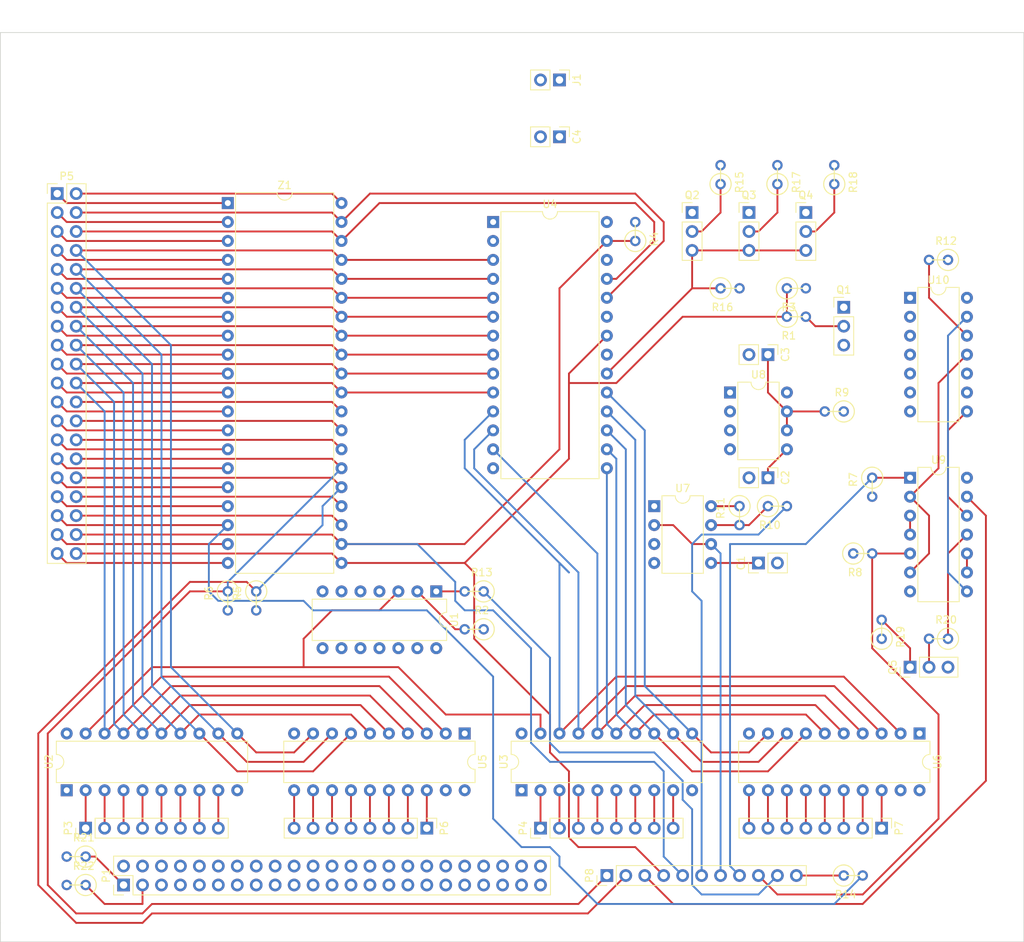
<source format=kicad_pcb>
(kicad_pcb (version 4) (host pcbnew 4.0.5)

  (general
    (links 286)
    (no_connects 118)
    (area 27.889999 50.749999 165.150001 170.230001)
    (thickness 1.6)
    (drawings 6)
    (tracks 406)
    (zones 0)
    (modules 50)
    (nets 101)
  )

  (page A4)
  (title_block
    (title "Z80 Computer")
  )

  (layers
    (0 F.Cu signal)
    (31 B.Cu signal)
    (33 F.Adhes user)
    (35 F.Paste user)
    (37 F.SilkS user)
    (39 F.Mask user)
    (40 Dwgs.User user)
    (41 Cmts.User user)
    (42 Eco1.User user)
    (43 Eco2.User user)
    (44 Edge.Cuts user)
    (45 Margin user)
    (47 F.CrtYd user)
    (49 F.Fab user)
  )

  (setup
    (last_trace_width 0.25)
    (trace_clearance 0.25)
    (zone_clearance 0.508)
    (zone_45_only no)
    (trace_min 0.2)
    (segment_width 0.2)
    (edge_width 0.1)
    (via_size 0.6)
    (via_drill 0.4)
    (via_min_size 0.4)
    (via_min_drill 0.3)
    (uvia_size 0.3)
    (uvia_drill 0.1)
    (uvias_allowed no)
    (uvia_min_size 0.2)
    (uvia_min_drill 0.1)
    (pcb_text_width 0.3)
    (pcb_text_size 1.5 1.5)
    (mod_edge_width 0.15)
    (mod_text_size 1 1)
    (mod_text_width 0.15)
    (pad_size 1.5 1.5)
    (pad_drill 0.6)
    (pad_to_mask_clearance 0)
    (aux_axis_origin 0 0)
    (visible_elements 7FFFFFFF)
    (pcbplotparams
      (layerselection 0x00030_80000001)
      (usegerberextensions false)
      (excludeedgelayer true)
      (linewidth 0.100000)
      (plotframeref false)
      (viasonmask false)
      (mode 1)
      (useauxorigin false)
      (hpglpennumber 1)
      (hpglpenspeed 20)
      (hpglpendiameter 15)
      (hpglpenoverlay 2)
      (psnegative false)
      (psa4output false)
      (plotreference true)
      (plotvalue true)
      (plotinvisibletext false)
      (padsonsilk false)
      (subtractmaskfromsilk false)
      (outputformat 1)
      (mirror false)
      (drillshape 1)
      (scaleselection 1)
      (outputdirectory ""))
  )

  (net 0 "")
  (net 1 "Net-(C1-Pad1)")
  (net 2 GND)
  (net 3 "Net-(C2-Pad1)")
  (net 4 "Net-(C3-Pad1)")
  (net 5 VCC)
  (net 6 "Net-(P1-Pad1)")
  (net 7 "Net-(P1-Pad3)")
  (net 8 "Net-(P3-Pad1)")
  (net 9 "Net-(P3-Pad2)")
  (net 10 "Net-(P3-Pad3)")
  (net 11 "Net-(P3-Pad4)")
  (net 12 "Net-(P3-Pad5)")
  (net 13 "Net-(P3-Pad6)")
  (net 14 "Net-(P3-Pad7)")
  (net 15 "Net-(P3-Pad8)")
  (net 16 "Net-(P4-Pad1)")
  (net 17 "Net-(P4-Pad2)")
  (net 18 "Net-(P4-Pad3)")
  (net 19 "Net-(P4-Pad4)")
  (net 20 "Net-(P4-Pad5)")
  (net 21 "Net-(P4-Pad6)")
  (net 22 "Net-(P4-Pad7)")
  (net 23 "Net-(P4-Pad8)")
  (net 24 "Net-(P5-Pad1)")
  (net 25 "Net-(P5-Pad2)")
  (net 26 "Net-(P5-Pad3)")
  (net 27 "Net-(P5-Pad4)")
  (net 28 "Net-(P5-Pad5)")
  (net 29 "Net-(P5-Pad6)")
  (net 30 "Net-(P5-Pad7)")
  (net 31 "Net-(P5-Pad8)")
  (net 32 "Net-(P5-Pad9)")
  (net 33 "Net-(P5-Pad10)")
  (net 34 CLK)
  (net 35 "Net-(P5-Pad12)")
  (net 36 "Net-(P5-Pad13)")
  (net 37 "Net-(P5-Pad14)")
  (net 38 "Net-(P5-Pad15)")
  (net 39 "Net-(P5-Pad16)")
  (net 40 "Net-(P5-Pad17)")
  (net 41 "Net-(P5-Pad18)")
  (net 42 "Net-(P5-Pad19)")
  (net 43 "Net-(P5-Pad20)")
  (net 44 "Net-(P5-Pad22)")
  (net 45 "Net-(P5-Pad23)")
  (net 46 "Net-(P5-Pad25)")
  (net 47 RFSH)
  (net 48 "Net-(P5-Pad27)")
  (net 49 M1)
  (net 50 "Net-(P5-Pad29)")
  (net 51 RESET)
  (net 52 INT)
  (net 53 BUSRQ)
  (net 54 NMI)
  (net 55 WAIT)
  (net 56 HALT)
  (net 57 BUSACK)
  (net 58 MREQ)
  (net 59 WR)
  (net 60 IOREQ)
  (net 61 RD)
  (net 62 "Net-(P6-Pad1)")
  (net 63 "Net-(P6-Pad2)")
  (net 64 "Net-(P6-Pad3)")
  (net 65 "Net-(P6-Pad4)")
  (net 66 "Net-(P6-Pad5)")
  (net 67 "Net-(P6-Pad6)")
  (net 68 "Net-(P6-Pad7)")
  (net 69 "Net-(P6-Pad8)")
  (net 70 "Net-(P7-Pad1)")
  (net 71 "Net-(P7-Pad2)")
  (net 72 "Net-(P7-Pad3)")
  (net 73 "Net-(P7-Pad4)")
  (net 74 "Net-(P7-Pad5)")
  (net 75 "Net-(P7-Pad6)")
  (net 76 "Net-(P7-Pad7)")
  (net 77 "Net-(P7-Pad8)")
  (net 78 "Net-(P8-Pad3)")
  (net 79 "Net-(P8-Pad6)")
  (net 80 "Net-(P8-Pad7)")
  (net 81 "Net-(P8-Pad8)")
  (net 82 "Net-(P8-Pad9)")
  (net 83 "Net-(P8-Pad10)")
  (net 84 "Net-(P8-Pad11)")
  (net 85 "Net-(Q1-Pad1)")
  (net 86 "Net-(Q1-Pad2)")
  (net 87 "Net-(Q2-Pad2)")
  (net 88 "Net-(Q2-Pad3)")
  (net 89 "Net-(Q3-Pad2)")
  (net 90 "Net-(Q4-Pad2)")
  (net 91 "Net-(Q5-Pad2)")
  (net 92 "Net-(R10-Pad1)")
  (net 93 "Net-(R12-Pad2)")
  (net 94 "Net-(R20-Pad1)")
  (net 95 "Net-(U1-Pad3)")
  (net 96 "Net-(U8-Pad3)")
  (net 97 "Net-(U10-Pad13)")
  (net 98 "Net-(U10-Pad11)")
  (net 99 "Net-(U9-Pad3)")
  (net 100 "Net-(U10-Pad8)")

  (net_class Default "This is the default net class."
    (clearance 0.25)
    (trace_width 0.25)
    (via_dia 0.6)
    (via_drill 0.4)
    (uvia_dia 0.3)
    (uvia_drill 0.1)
    (add_net BUSACK)
    (add_net BUSRQ)
    (add_net CLK)
    (add_net GND)
    (add_net HALT)
    (add_net INT)
    (add_net IOREQ)
    (add_net M1)
    (add_net MREQ)
    (add_net NMI)
    (add_net "Net-(C1-Pad1)")
    (add_net "Net-(C2-Pad1)")
    (add_net "Net-(C3-Pad1)")
    (add_net "Net-(P1-Pad1)")
    (add_net "Net-(P1-Pad3)")
    (add_net "Net-(P3-Pad1)")
    (add_net "Net-(P3-Pad2)")
    (add_net "Net-(P3-Pad3)")
    (add_net "Net-(P3-Pad4)")
    (add_net "Net-(P3-Pad5)")
    (add_net "Net-(P3-Pad6)")
    (add_net "Net-(P3-Pad7)")
    (add_net "Net-(P3-Pad8)")
    (add_net "Net-(P4-Pad1)")
    (add_net "Net-(P4-Pad2)")
    (add_net "Net-(P4-Pad3)")
    (add_net "Net-(P4-Pad4)")
    (add_net "Net-(P4-Pad5)")
    (add_net "Net-(P4-Pad6)")
    (add_net "Net-(P4-Pad7)")
    (add_net "Net-(P4-Pad8)")
    (add_net "Net-(P5-Pad1)")
    (add_net "Net-(P5-Pad10)")
    (add_net "Net-(P5-Pad12)")
    (add_net "Net-(P5-Pad13)")
    (add_net "Net-(P5-Pad14)")
    (add_net "Net-(P5-Pad15)")
    (add_net "Net-(P5-Pad16)")
    (add_net "Net-(P5-Pad17)")
    (add_net "Net-(P5-Pad18)")
    (add_net "Net-(P5-Pad19)")
    (add_net "Net-(P5-Pad2)")
    (add_net "Net-(P5-Pad20)")
    (add_net "Net-(P5-Pad22)")
    (add_net "Net-(P5-Pad23)")
    (add_net "Net-(P5-Pad25)")
    (add_net "Net-(P5-Pad27)")
    (add_net "Net-(P5-Pad29)")
    (add_net "Net-(P5-Pad3)")
    (add_net "Net-(P5-Pad4)")
    (add_net "Net-(P5-Pad5)")
    (add_net "Net-(P5-Pad6)")
    (add_net "Net-(P5-Pad7)")
    (add_net "Net-(P5-Pad8)")
    (add_net "Net-(P5-Pad9)")
    (add_net "Net-(P6-Pad1)")
    (add_net "Net-(P6-Pad2)")
    (add_net "Net-(P6-Pad3)")
    (add_net "Net-(P6-Pad4)")
    (add_net "Net-(P6-Pad5)")
    (add_net "Net-(P6-Pad6)")
    (add_net "Net-(P6-Pad7)")
    (add_net "Net-(P6-Pad8)")
    (add_net "Net-(P7-Pad1)")
    (add_net "Net-(P7-Pad2)")
    (add_net "Net-(P7-Pad3)")
    (add_net "Net-(P7-Pad4)")
    (add_net "Net-(P7-Pad5)")
    (add_net "Net-(P7-Pad6)")
    (add_net "Net-(P7-Pad7)")
    (add_net "Net-(P7-Pad8)")
    (add_net "Net-(P8-Pad10)")
    (add_net "Net-(P8-Pad11)")
    (add_net "Net-(P8-Pad3)")
    (add_net "Net-(P8-Pad6)")
    (add_net "Net-(P8-Pad7)")
    (add_net "Net-(P8-Pad8)")
    (add_net "Net-(P8-Pad9)")
    (add_net "Net-(Q1-Pad1)")
    (add_net "Net-(Q1-Pad2)")
    (add_net "Net-(Q2-Pad2)")
    (add_net "Net-(Q2-Pad3)")
    (add_net "Net-(Q3-Pad2)")
    (add_net "Net-(Q4-Pad2)")
    (add_net "Net-(Q5-Pad2)")
    (add_net "Net-(R10-Pad1)")
    (add_net "Net-(R12-Pad2)")
    (add_net "Net-(R20-Pad1)")
    (add_net "Net-(U1-Pad3)")
    (add_net "Net-(U10-Pad11)")
    (add_net "Net-(U10-Pad13)")
    (add_net "Net-(U10-Pad8)")
    (add_net "Net-(U8-Pad3)")
    (add_net "Net-(U9-Pad3)")
    (add_net RD)
    (add_net RESET)
    (add_net RFSH)
    (add_net VCC)
    (add_net WAIT)
    (add_net WR)
  )

  (module Housings_DIP:DIP-28_W15.24mm (layer F.Cu) (tedit 586281B5) (tstamp 58D479DD)
    (at 93.98 76.2)
    (descr "28-lead dip package, row spacing 15.24 mm (600 mils)")
    (tags "DIL DIP PDIP 2.54mm 15.24mm 600mil")
    (path /58C389AB)
    (fp_text reference U4 (at 7.62 -2.39) (layer F.SilkS)
      (effects (font (size 1 1) (thickness 0.15)))
    )
    (fp_text value AS6C6264 (at 7.62 35.41) (layer F.Fab)
      (effects (font (size 1 1) (thickness 0.15)))
    )
    (fp_arc (start 7.62 -1.39) (end 6.62 -1.39) (angle -180) (layer F.SilkS) (width 0.12))
    (fp_line (start 1.255 -1.27) (end 14.985 -1.27) (layer F.Fab) (width 0.1))
    (fp_line (start 14.985 -1.27) (end 14.985 34.29) (layer F.Fab) (width 0.1))
    (fp_line (start 14.985 34.29) (end 0.255 34.29) (layer F.Fab) (width 0.1))
    (fp_line (start 0.255 34.29) (end 0.255 -0.27) (layer F.Fab) (width 0.1))
    (fp_line (start 0.255 -0.27) (end 1.255 -1.27) (layer F.Fab) (width 0.1))
    (fp_line (start 6.62 -1.39) (end 1.04 -1.39) (layer F.SilkS) (width 0.12))
    (fp_line (start 1.04 -1.39) (end 1.04 34.41) (layer F.SilkS) (width 0.12))
    (fp_line (start 1.04 34.41) (end 14.2 34.41) (layer F.SilkS) (width 0.12))
    (fp_line (start 14.2 34.41) (end 14.2 -1.39) (layer F.SilkS) (width 0.12))
    (fp_line (start 14.2 -1.39) (end 8.62 -1.39) (layer F.SilkS) (width 0.12))
    (fp_line (start -1.1 -1.6) (end -1.1 34.6) (layer F.CrtYd) (width 0.05))
    (fp_line (start -1.1 34.6) (end 16.3 34.6) (layer F.CrtYd) (width 0.05))
    (fp_line (start 16.3 34.6) (end 16.3 -1.6) (layer F.CrtYd) (width 0.05))
    (fp_line (start 16.3 -1.6) (end -1.1 -1.6) (layer F.CrtYd) (width 0.05))
    (pad 1 thru_hole rect (at 0 0) (size 1.6 1.6) (drill 0.8) (layers *.Cu *.Mask))
    (pad 15 thru_hole oval (at 15.24 33.02) (size 1.6 1.6) (drill 0.8) (layers *.Cu *.Mask)
      (net 38 "Net-(P5-Pad15)"))
    (pad 2 thru_hole oval (at 0 2.54) (size 1.6 1.6) (drill 0.8) (layers *.Cu *.Mask)
      (net 26 "Net-(P5-Pad3)"))
    (pad 16 thru_hole oval (at 15.24 30.48) (size 1.6 1.6) (drill 0.8) (layers *.Cu *.Mask)
      (net 36 "Net-(P5-Pad13)"))
    (pad 3 thru_hole oval (at 0 5.08) (size 1.6 1.6) (drill 0.8) (layers *.Cu *.Mask)
      (net 31 "Net-(P5-Pad8)"))
    (pad 17 thru_hole oval (at 15.24 27.94) (size 1.6 1.6) (drill 0.8) (layers *.Cu *.Mask)
      (net 40 "Net-(P5-Pad17)"))
    (pad 4 thru_hole oval (at 0 7.62) (size 1.6 1.6) (drill 0.8) (layers *.Cu *.Mask)
      (net 33 "Net-(P5-Pad10)"))
    (pad 18 thru_hole oval (at 15.24 25.4) (size 1.6 1.6) (drill 0.8) (layers *.Cu *.Mask)
      (net 42 "Net-(P5-Pad19)"))
    (pad 5 thru_hole oval (at 0 10.16) (size 1.6 1.6) (drill 0.8) (layers *.Cu *.Mask)
      (net 35 "Net-(P5-Pad12)"))
    (pad 19 thru_hole oval (at 15.24 22.86) (size 1.6 1.6) (drill 0.8) (layers *.Cu *.Mask)
      (net 46 "Net-(P5-Pad25)"))
    (pad 6 thru_hole oval (at 0 12.7) (size 1.6 1.6) (drill 0.8) (layers *.Cu *.Mask)
      (net 37 "Net-(P5-Pad14)"))
    (pad 20 thru_hole oval (at 15.24 20.32) (size 1.6 1.6) (drill 0.8) (layers *.Cu *.Mask)
      (net 88 "Net-(Q2-Pad3)"))
    (pad 7 thru_hole oval (at 0 15.24) (size 1.6 1.6) (drill 0.8) (layers *.Cu *.Mask)
      (net 39 "Net-(P5-Pad16)"))
    (pad 21 thru_hole oval (at 15.24 17.78) (size 1.6 1.6) (drill 0.8) (layers *.Cu *.Mask)
      (net 25 "Net-(P5-Pad2)"))
    (pad 8 thru_hole oval (at 0 17.78) (size 1.6 1.6) (drill 0.8) (layers *.Cu *.Mask)
      (net 41 "Net-(P5-Pad18)"))
    (pad 22 thru_hole oval (at 15.24 15.24) (size 1.6 1.6) (drill 0.8) (layers *.Cu *.Mask)
      (net 61 RD))
    (pad 9 thru_hole oval (at 0 20.32) (size 1.6 1.6) (drill 0.8) (layers *.Cu *.Mask)
      (net 43 "Net-(P5-Pad20)"))
    (pad 23 thru_hole oval (at 15.24 12.7) (size 1.6 1.6) (drill 0.8) (layers *.Cu *.Mask)
      (net 24 "Net-(P5-Pad1)"))
    (pad 10 thru_hole oval (at 0 22.86) (size 1.6 1.6) (drill 0.8) (layers *.Cu *.Mask)
      (net 44 "Net-(P5-Pad22)"))
    (pad 24 thru_hole oval (at 15.24 10.16) (size 1.6 1.6) (drill 0.8) (layers *.Cu *.Mask)
      (net 27 "Net-(P5-Pad4)"))
    (pad 11 thru_hole oval (at 0 25.4) (size 1.6 1.6) (drill 0.8) (layers *.Cu *.Mask)
      (net 48 "Net-(P5-Pad27)"))
    (pad 25 thru_hole oval (at 15.24 7.62) (size 1.6 1.6) (drill 0.8) (layers *.Cu *.Mask)
      (net 29 "Net-(P5-Pad6)"))
    (pad 12 thru_hole oval (at 0 27.94) (size 1.6 1.6) (drill 0.8) (layers *.Cu *.Mask)
      (net 50 "Net-(P5-Pad29)"))
    (pad 26 thru_hole oval (at 15.24 5.08) (size 1.6 1.6) (drill 0.8) (layers *.Cu *.Mask)
      (net 2 GND))
    (pad 13 thru_hole oval (at 0 30.48) (size 1.6 1.6) (drill 0.8) (layers *.Cu *.Mask)
      (net 45 "Net-(P5-Pad23)"))
    (pad 27 thru_hole oval (at 15.24 2.54) (size 1.6 1.6) (drill 0.8) (layers *.Cu *.Mask)
      (net 59 WR))
    (pad 14 thru_hole oval (at 0 33.02) (size 1.6 1.6) (drill 0.8) (layers *.Cu *.Mask)
      (net 2 GND))
    (pad 28 thru_hole oval (at 15.24 0) (size 1.6 1.6) (drill 0.8) (layers *.Cu *.Mask)
      (net 5 VCC))
    (model Housings_DIP.3dshapes/DIP-28_W15.24mm.wrl
      (at (xyz 0 0 0))
      (scale (xyz 1 1 1))
      (rotate (xyz 0 0 0))
    )
  )

  (module Pin_Headers:Pin_Header_Straight_2x20_Pitch2.54mm (layer F.Cu) (tedit 58CD4EC6) (tstamp 58D478AD)
    (at 35.56 72.39)
    (descr "Through hole straight pin header, 2x20, 2.54mm pitch, double rows")
    (tags "Through hole pin header THT 2x20 2.54mm double row")
    (path /58C3FD08)
    (fp_text reference P5 (at 1.27 -2.33) (layer F.SilkS)
      (effects (font (size 1 1) (thickness 0.15)))
    )
    (fp_text value CONN_02X20 (at 1.27 50.59) (layer F.Fab)
      (effects (font (size 1 1) (thickness 0.15)))
    )
    (fp_line (start -1.27 -1.27) (end -1.27 49.53) (layer F.Fab) (width 0.1))
    (fp_line (start -1.27 49.53) (end 3.81 49.53) (layer F.Fab) (width 0.1))
    (fp_line (start 3.81 49.53) (end 3.81 -1.27) (layer F.Fab) (width 0.1))
    (fp_line (start 3.81 -1.27) (end -1.27 -1.27) (layer F.Fab) (width 0.1))
    (fp_line (start -1.33 1.27) (end -1.33 49.59) (layer F.SilkS) (width 0.12))
    (fp_line (start -1.33 49.59) (end 3.87 49.59) (layer F.SilkS) (width 0.12))
    (fp_line (start 3.87 49.59) (end 3.87 -1.33) (layer F.SilkS) (width 0.12))
    (fp_line (start 3.87 -1.33) (end 1.27 -1.33) (layer F.SilkS) (width 0.12))
    (fp_line (start 1.27 -1.33) (end 1.27 1.27) (layer F.SilkS) (width 0.12))
    (fp_line (start 1.27 1.27) (end -1.33 1.27) (layer F.SilkS) (width 0.12))
    (fp_line (start -1.33 0) (end -1.33 -1.33) (layer F.SilkS) (width 0.12))
    (fp_line (start -1.33 -1.33) (end 0 -1.33) (layer F.SilkS) (width 0.12))
    (fp_line (start -1.8 -1.8) (end -1.8 50.05) (layer F.CrtYd) (width 0.05))
    (fp_line (start -1.8 50.05) (end 4.35 50.05) (layer F.CrtYd) (width 0.05))
    (fp_line (start 4.35 50.05) (end 4.35 -1.8) (layer F.CrtYd) (width 0.05))
    (fp_line (start 4.35 -1.8) (end -1.8 -1.8) (layer F.CrtYd) (width 0.05))
    (fp_text user %R (at 1.27 -2.33) (layer F.Fab)
      (effects (font (size 1 1) (thickness 0.15)))
    )
    (pad 1 thru_hole rect (at 0 0) (size 1.7 1.7) (drill 1) (layers *.Cu *.Mask)
      (net 24 "Net-(P5-Pad1)"))
    (pad 2 thru_hole oval (at 2.54 0) (size 1.7 1.7) (drill 1) (layers *.Cu *.Mask)
      (net 25 "Net-(P5-Pad2)"))
    (pad 3 thru_hole oval (at 0 2.54) (size 1.7 1.7) (drill 1) (layers *.Cu *.Mask)
      (net 26 "Net-(P5-Pad3)"))
    (pad 4 thru_hole oval (at 2.54 2.54) (size 1.7 1.7) (drill 1) (layers *.Cu *.Mask)
      (net 27 "Net-(P5-Pad4)"))
    (pad 5 thru_hole oval (at 0 5.08) (size 1.7 1.7) (drill 1) (layers *.Cu *.Mask)
      (net 28 "Net-(P5-Pad5)"))
    (pad 6 thru_hole oval (at 2.54 5.08) (size 1.7 1.7) (drill 1) (layers *.Cu *.Mask)
      (net 29 "Net-(P5-Pad6)"))
    (pad 7 thru_hole oval (at 0 7.62) (size 1.7 1.7) (drill 1) (layers *.Cu *.Mask)
      (net 30 "Net-(P5-Pad7)"))
    (pad 8 thru_hole oval (at 2.54 7.62) (size 1.7 1.7) (drill 1) (layers *.Cu *.Mask)
      (net 31 "Net-(P5-Pad8)"))
    (pad 9 thru_hole oval (at 0 10.16) (size 1.7 1.7) (drill 1) (layers *.Cu *.Mask)
      (net 32 "Net-(P5-Pad9)"))
    (pad 10 thru_hole oval (at 2.54 10.16) (size 1.7 1.7) (drill 1) (layers *.Cu *.Mask)
      (net 33 "Net-(P5-Pad10)"))
    (pad 11 thru_hole oval (at 0 12.7) (size 1.7 1.7) (drill 1) (layers *.Cu *.Mask)
      (net 34 CLK))
    (pad 12 thru_hole oval (at 2.54 12.7) (size 1.7 1.7) (drill 1) (layers *.Cu *.Mask)
      (net 35 "Net-(P5-Pad12)"))
    (pad 13 thru_hole oval (at 0 15.24) (size 1.7 1.7) (drill 1) (layers *.Cu *.Mask)
      (net 36 "Net-(P5-Pad13)"))
    (pad 14 thru_hole oval (at 2.54 15.24) (size 1.7 1.7) (drill 1) (layers *.Cu *.Mask)
      (net 37 "Net-(P5-Pad14)"))
    (pad 15 thru_hole oval (at 0 17.78) (size 1.7 1.7) (drill 1) (layers *.Cu *.Mask)
      (net 38 "Net-(P5-Pad15)"))
    (pad 16 thru_hole oval (at 2.54 17.78) (size 1.7 1.7) (drill 1) (layers *.Cu *.Mask)
      (net 39 "Net-(P5-Pad16)"))
    (pad 17 thru_hole oval (at 0 20.32) (size 1.7 1.7) (drill 1) (layers *.Cu *.Mask)
      (net 40 "Net-(P5-Pad17)"))
    (pad 18 thru_hole oval (at 2.54 20.32) (size 1.7 1.7) (drill 1) (layers *.Cu *.Mask)
      (net 41 "Net-(P5-Pad18)"))
    (pad 19 thru_hole oval (at 0 22.86) (size 1.7 1.7) (drill 1) (layers *.Cu *.Mask)
      (net 42 "Net-(P5-Pad19)"))
    (pad 20 thru_hole oval (at 2.54 22.86) (size 1.7 1.7) (drill 1) (layers *.Cu *.Mask)
      (net 43 "Net-(P5-Pad20)"))
    (pad 21 thru_hole oval (at 0 25.4) (size 1.7 1.7) (drill 1) (layers *.Cu *.Mask)
      (net 5 VCC))
    (pad 22 thru_hole oval (at 2.54 25.4) (size 1.7 1.7) (drill 1) (layers *.Cu *.Mask)
      (net 44 "Net-(P5-Pad22)"))
    (pad 23 thru_hole oval (at 0 27.94) (size 1.7 1.7) (drill 1) (layers *.Cu *.Mask)
      (net 45 "Net-(P5-Pad23)"))
    (pad 24 thru_hole oval (at 2.54 27.94) (size 1.7 1.7) (drill 1) (layers *.Cu *.Mask)
      (net 2 GND))
    (pad 25 thru_hole oval (at 0 30.48) (size 1.7 1.7) (drill 1) (layers *.Cu *.Mask)
      (net 46 "Net-(P5-Pad25)"))
    (pad 26 thru_hole oval (at 2.54 30.48) (size 1.7 1.7) (drill 1) (layers *.Cu *.Mask)
      (net 47 RFSH))
    (pad 27 thru_hole oval (at 0 33.02) (size 1.7 1.7) (drill 1) (layers *.Cu *.Mask)
      (net 48 "Net-(P5-Pad27)"))
    (pad 28 thru_hole oval (at 2.54 33.02) (size 1.7 1.7) (drill 1) (layers *.Cu *.Mask)
      (net 49 M1))
    (pad 29 thru_hole oval (at 0 35.56) (size 1.7 1.7) (drill 1) (layers *.Cu *.Mask)
      (net 50 "Net-(P5-Pad29)"))
    (pad 30 thru_hole oval (at 2.54 35.56) (size 1.7 1.7) (drill 1) (layers *.Cu *.Mask)
      (net 51 RESET))
    (pad 31 thru_hole oval (at 0 38.1) (size 1.7 1.7) (drill 1) (layers *.Cu *.Mask)
      (net 52 INT))
    (pad 32 thru_hole oval (at 2.54 38.1) (size 1.7 1.7) (drill 1) (layers *.Cu *.Mask)
      (net 53 BUSRQ))
    (pad 33 thru_hole oval (at 0 40.64) (size 1.7 1.7) (drill 1) (layers *.Cu *.Mask)
      (net 54 NMI))
    (pad 34 thru_hole oval (at 2.54 40.64) (size 1.7 1.7) (drill 1) (layers *.Cu *.Mask)
      (net 55 WAIT))
    (pad 35 thru_hole oval (at 0 43.18) (size 1.7 1.7) (drill 1) (layers *.Cu *.Mask)
      (net 56 HALT))
    (pad 36 thru_hole oval (at 2.54 43.18) (size 1.7 1.7) (drill 1) (layers *.Cu *.Mask)
      (net 57 BUSACK))
    (pad 37 thru_hole oval (at 0 45.72) (size 1.7 1.7) (drill 1) (layers *.Cu *.Mask)
      (net 58 MREQ))
    (pad 38 thru_hole oval (at 2.54 45.72) (size 1.7 1.7) (drill 1) (layers *.Cu *.Mask)
      (net 59 WR))
    (pad 39 thru_hole oval (at 0 48.26) (size 1.7 1.7) (drill 1) (layers *.Cu *.Mask)
      (net 60 IOREQ))
    (pad 40 thru_hole oval (at 2.54 48.26) (size 1.7 1.7) (drill 1) (layers *.Cu *.Mask)
      (net 61 RD))
    (model ${KISYS3DMOD}/Pin_Headers.3dshapes/Pin_Header_Straight_2x20_Pitch2.54mm.wrl
      (at (xyz 0.05 -0.95 0))
      (scale (xyz 1 1 1))
      (rotate (xyz 0 0 90))
    )
  )

  (module Pin_Headers:Pin_Header_Straight_1x02_Pitch2.54mm (layer F.Cu) (tedit 58CD4EC1) (tstamp 58D4781F)
    (at 129.54 121.92 90)
    (descr "Through hole straight pin header, 1x02, 2.54mm pitch, single row")
    (tags "Through hole pin header THT 1x02 2.54mm single row")
    (path /58C984B7)
    (fp_text reference C1 (at 0 -2.33 90) (layer F.SilkS)
      (effects (font (size 1 1) (thickness 0.15)))
    )
    (fp_text value 10nF (at 0 4.87 90) (layer F.Fab)
      (effects (font (size 1 1) (thickness 0.15)))
    )
    (fp_line (start -1.27 -1.27) (end -1.27 3.81) (layer F.Fab) (width 0.1))
    (fp_line (start -1.27 3.81) (end 1.27 3.81) (layer F.Fab) (width 0.1))
    (fp_line (start 1.27 3.81) (end 1.27 -1.27) (layer F.Fab) (width 0.1))
    (fp_line (start 1.27 -1.27) (end -1.27 -1.27) (layer F.Fab) (width 0.1))
    (fp_line (start -1.33 1.27) (end -1.33 3.87) (layer F.SilkS) (width 0.12))
    (fp_line (start -1.33 3.87) (end 1.33 3.87) (layer F.SilkS) (width 0.12))
    (fp_line (start 1.33 3.87) (end 1.33 1.27) (layer F.SilkS) (width 0.12))
    (fp_line (start 1.33 1.27) (end -1.33 1.27) (layer F.SilkS) (width 0.12))
    (fp_line (start -1.33 0) (end -1.33 -1.33) (layer F.SilkS) (width 0.12))
    (fp_line (start -1.33 -1.33) (end 0 -1.33) (layer F.SilkS) (width 0.12))
    (fp_line (start -1.8 -1.8) (end -1.8 4.35) (layer F.CrtYd) (width 0.05))
    (fp_line (start -1.8 4.35) (end 1.8 4.35) (layer F.CrtYd) (width 0.05))
    (fp_line (start 1.8 4.35) (end 1.8 -1.8) (layer F.CrtYd) (width 0.05))
    (fp_line (start 1.8 -1.8) (end -1.8 -1.8) (layer F.CrtYd) (width 0.05))
    (fp_text user %R (at 0 -2.33 90) (layer F.Fab)
      (effects (font (size 1 1) (thickness 0.15)))
    )
    (pad 1 thru_hole rect (at 0 0 90) (size 1.7 1.7) (drill 1) (layers *.Cu *.Mask)
      (net 1 "Net-(C1-Pad1)"))
    (pad 2 thru_hole oval (at 0 2.54 90) (size 1.7 1.7) (drill 1) (layers *.Cu *.Mask)
      (net 2 GND))
    (model ${KISYS3DMOD}/Pin_Headers.3dshapes/Pin_Header_Straight_1x02_Pitch2.54mm.wrl
      (at (xyz 0 -0.05 0))
      (scale (xyz 1 1 1))
      (rotate (xyz 0 0 90))
    )
  )

  (module Pin_Headers:Pin_Header_Straight_1x02_Pitch2.54mm (layer F.Cu) (tedit 58CD4EC1) (tstamp 58D47825)
    (at 130.81 110.49 270)
    (descr "Through hole straight pin header, 1x02, 2.54mm pitch, single row")
    (tags "Through hole pin header THT 1x02 2.54mm single row")
    (path /58C9BC15)
    (fp_text reference C2 (at 0 -2.33 270) (layer F.SilkS)
      (effects (font (size 1 1) (thickness 0.15)))
    )
    (fp_text value 10nF (at 0 4.87 270) (layer F.Fab)
      (effects (font (size 1 1) (thickness 0.15)))
    )
    (fp_line (start -1.27 -1.27) (end -1.27 3.81) (layer F.Fab) (width 0.1))
    (fp_line (start -1.27 3.81) (end 1.27 3.81) (layer F.Fab) (width 0.1))
    (fp_line (start 1.27 3.81) (end 1.27 -1.27) (layer F.Fab) (width 0.1))
    (fp_line (start 1.27 -1.27) (end -1.27 -1.27) (layer F.Fab) (width 0.1))
    (fp_line (start -1.33 1.27) (end -1.33 3.87) (layer F.SilkS) (width 0.12))
    (fp_line (start -1.33 3.87) (end 1.33 3.87) (layer F.SilkS) (width 0.12))
    (fp_line (start 1.33 3.87) (end 1.33 1.27) (layer F.SilkS) (width 0.12))
    (fp_line (start 1.33 1.27) (end -1.33 1.27) (layer F.SilkS) (width 0.12))
    (fp_line (start -1.33 0) (end -1.33 -1.33) (layer F.SilkS) (width 0.12))
    (fp_line (start -1.33 -1.33) (end 0 -1.33) (layer F.SilkS) (width 0.12))
    (fp_line (start -1.8 -1.8) (end -1.8 4.35) (layer F.CrtYd) (width 0.05))
    (fp_line (start -1.8 4.35) (end 1.8 4.35) (layer F.CrtYd) (width 0.05))
    (fp_line (start 1.8 4.35) (end 1.8 -1.8) (layer F.CrtYd) (width 0.05))
    (fp_line (start 1.8 -1.8) (end -1.8 -1.8) (layer F.CrtYd) (width 0.05))
    (fp_text user %R (at 0 -2.33 270) (layer F.Fab)
      (effects (font (size 1 1) (thickness 0.15)))
    )
    (pad 1 thru_hole rect (at 0 0 270) (size 1.7 1.7) (drill 1) (layers *.Cu *.Mask)
      (net 3 "Net-(C2-Pad1)"))
    (pad 2 thru_hole oval (at 0 2.54 270) (size 1.7 1.7) (drill 1) (layers *.Cu *.Mask)
      (net 2 GND))
    (model ${KISYS3DMOD}/Pin_Headers.3dshapes/Pin_Header_Straight_1x02_Pitch2.54mm.wrl
      (at (xyz 0 -0.05 0))
      (scale (xyz 1 1 1))
      (rotate (xyz 0 0 90))
    )
  )

  (module Pin_Headers:Pin_Header_Straight_1x02_Pitch2.54mm (layer F.Cu) (tedit 58CD4EC1) (tstamp 58D4782B)
    (at 130.81 93.98 270)
    (descr "Through hole straight pin header, 1x02, 2.54mm pitch, single row")
    (tags "Through hole pin header THT 1x02 2.54mm single row")
    (path /58C9C216)
    (fp_text reference C3 (at 0 -2.33 270) (layer F.SilkS)
      (effects (font (size 1 1) (thickness 0.15)))
    )
    (fp_text value 10nF (at 0 4.87 270) (layer F.Fab)
      (effects (font (size 1 1) (thickness 0.15)))
    )
    (fp_line (start -1.27 -1.27) (end -1.27 3.81) (layer F.Fab) (width 0.1))
    (fp_line (start -1.27 3.81) (end 1.27 3.81) (layer F.Fab) (width 0.1))
    (fp_line (start 1.27 3.81) (end 1.27 -1.27) (layer F.Fab) (width 0.1))
    (fp_line (start 1.27 -1.27) (end -1.27 -1.27) (layer F.Fab) (width 0.1))
    (fp_line (start -1.33 1.27) (end -1.33 3.87) (layer F.SilkS) (width 0.12))
    (fp_line (start -1.33 3.87) (end 1.33 3.87) (layer F.SilkS) (width 0.12))
    (fp_line (start 1.33 3.87) (end 1.33 1.27) (layer F.SilkS) (width 0.12))
    (fp_line (start 1.33 1.27) (end -1.33 1.27) (layer F.SilkS) (width 0.12))
    (fp_line (start -1.33 0) (end -1.33 -1.33) (layer F.SilkS) (width 0.12))
    (fp_line (start -1.33 -1.33) (end 0 -1.33) (layer F.SilkS) (width 0.12))
    (fp_line (start -1.8 -1.8) (end -1.8 4.35) (layer F.CrtYd) (width 0.05))
    (fp_line (start -1.8 4.35) (end 1.8 4.35) (layer F.CrtYd) (width 0.05))
    (fp_line (start 1.8 4.35) (end 1.8 -1.8) (layer F.CrtYd) (width 0.05))
    (fp_line (start 1.8 -1.8) (end -1.8 -1.8) (layer F.CrtYd) (width 0.05))
    (fp_text user %R (at 0 -2.33 270) (layer F.Fab)
      (effects (font (size 1 1) (thickness 0.15)))
    )
    (pad 1 thru_hole rect (at 0 0 270) (size 1.7 1.7) (drill 1) (layers *.Cu *.Mask)
      (net 4 "Net-(C3-Pad1)"))
    (pad 2 thru_hole oval (at 0 2.54 270) (size 1.7 1.7) (drill 1) (layers *.Cu *.Mask)
      (net 2 GND))
    (model ${KISYS3DMOD}/Pin_Headers.3dshapes/Pin_Header_Straight_1x02_Pitch2.54mm.wrl
      (at (xyz 0 -0.05 0))
      (scale (xyz 1 1 1))
      (rotate (xyz 0 0 90))
    )
  )

  (module Pin_Headers:Pin_Header_Straight_1x02_Pitch2.54mm (layer F.Cu) (tedit 58CD4EC1) (tstamp 58D47831)
    (at 102.87 64.77 270)
    (descr "Through hole straight pin header, 1x02, 2.54mm pitch, single row")
    (tags "Through hole pin header THT 1x02 2.54mm single row")
    (path /58D6FFB3)
    (fp_text reference C4 (at 0 -2.33 270) (layer F.SilkS)
      (effects (font (size 1 1) (thickness 0.15)))
    )
    (fp_text value 10uF (at 0 4.87 270) (layer F.Fab)
      (effects (font (size 1 1) (thickness 0.15)))
    )
    (fp_line (start -1.27 -1.27) (end -1.27 3.81) (layer F.Fab) (width 0.1))
    (fp_line (start -1.27 3.81) (end 1.27 3.81) (layer F.Fab) (width 0.1))
    (fp_line (start 1.27 3.81) (end 1.27 -1.27) (layer F.Fab) (width 0.1))
    (fp_line (start 1.27 -1.27) (end -1.27 -1.27) (layer F.Fab) (width 0.1))
    (fp_line (start -1.33 1.27) (end -1.33 3.87) (layer F.SilkS) (width 0.12))
    (fp_line (start -1.33 3.87) (end 1.33 3.87) (layer F.SilkS) (width 0.12))
    (fp_line (start 1.33 3.87) (end 1.33 1.27) (layer F.SilkS) (width 0.12))
    (fp_line (start 1.33 1.27) (end -1.33 1.27) (layer F.SilkS) (width 0.12))
    (fp_line (start -1.33 0) (end -1.33 -1.33) (layer F.SilkS) (width 0.12))
    (fp_line (start -1.33 -1.33) (end 0 -1.33) (layer F.SilkS) (width 0.12))
    (fp_line (start -1.8 -1.8) (end -1.8 4.35) (layer F.CrtYd) (width 0.05))
    (fp_line (start -1.8 4.35) (end 1.8 4.35) (layer F.CrtYd) (width 0.05))
    (fp_line (start 1.8 4.35) (end 1.8 -1.8) (layer F.CrtYd) (width 0.05))
    (fp_line (start 1.8 -1.8) (end -1.8 -1.8) (layer F.CrtYd) (width 0.05))
    (fp_text user %R (at 0 -2.33 270) (layer F.Fab)
      (effects (font (size 1 1) (thickness 0.15)))
    )
    (pad 1 thru_hole rect (at 0 0 270) (size 1.7 1.7) (drill 1) (layers *.Cu *.Mask)
      (net 5 VCC))
    (pad 2 thru_hole oval (at 0 2.54 270) (size 1.7 1.7) (drill 1) (layers *.Cu *.Mask)
      (net 2 GND))
    (model ${KISYS3DMOD}/Pin_Headers.3dshapes/Pin_Header_Straight_1x02_Pitch2.54mm.wrl
      (at (xyz 0 -0.05 0))
      (scale (xyz 1 1 1))
      (rotate (xyz 0 0 90))
    )
  )

  (module Pin_Headers:Pin_Header_Straight_1x02_Pitch2.54mm (layer F.Cu) (tedit 58CD4EC1) (tstamp 58D47837)
    (at 102.87 57.15 270)
    (descr "Through hole straight pin header, 1x02, 2.54mm pitch, single row")
    (tags "Through hole pin header THT 1x02 2.54mm single row")
    (path /58D1A7CA)
    (fp_text reference J1 (at 0 -2.33 270) (layer F.SilkS)
      (effects (font (size 1 1) (thickness 0.15)))
    )
    (fp_text value Screw_Terminal_Power_Input (at 0 4.87 270) (layer F.Fab)
      (effects (font (size 1 1) (thickness 0.15)))
    )
    (fp_line (start -1.27 -1.27) (end -1.27 3.81) (layer F.Fab) (width 0.1))
    (fp_line (start -1.27 3.81) (end 1.27 3.81) (layer F.Fab) (width 0.1))
    (fp_line (start 1.27 3.81) (end 1.27 -1.27) (layer F.Fab) (width 0.1))
    (fp_line (start 1.27 -1.27) (end -1.27 -1.27) (layer F.Fab) (width 0.1))
    (fp_line (start -1.33 1.27) (end -1.33 3.87) (layer F.SilkS) (width 0.12))
    (fp_line (start -1.33 3.87) (end 1.33 3.87) (layer F.SilkS) (width 0.12))
    (fp_line (start 1.33 3.87) (end 1.33 1.27) (layer F.SilkS) (width 0.12))
    (fp_line (start 1.33 1.27) (end -1.33 1.27) (layer F.SilkS) (width 0.12))
    (fp_line (start -1.33 0) (end -1.33 -1.33) (layer F.SilkS) (width 0.12))
    (fp_line (start -1.33 -1.33) (end 0 -1.33) (layer F.SilkS) (width 0.12))
    (fp_line (start -1.8 -1.8) (end -1.8 4.35) (layer F.CrtYd) (width 0.05))
    (fp_line (start -1.8 4.35) (end 1.8 4.35) (layer F.CrtYd) (width 0.05))
    (fp_line (start 1.8 4.35) (end 1.8 -1.8) (layer F.CrtYd) (width 0.05))
    (fp_line (start 1.8 -1.8) (end -1.8 -1.8) (layer F.CrtYd) (width 0.05))
    (fp_text user %R (at 0 -2.33 270) (layer F.Fab)
      (effects (font (size 1 1) (thickness 0.15)))
    )
    (pad 1 thru_hole rect (at 0 0 270) (size 1.7 1.7) (drill 1) (layers *.Cu *.Mask)
      (net 5 VCC))
    (pad 2 thru_hole oval (at 0 2.54 270) (size 1.7 1.7) (drill 1) (layers *.Cu *.Mask)
      (net 2 GND))
    (model ${KISYS3DMOD}/Pin_Headers.3dshapes/Pin_Header_Straight_1x02_Pitch2.54mm.wrl
      (at (xyz 0 -0.05 0))
      (scale (xyz 1 1 1))
      (rotate (xyz 0 0 90))
    )
  )

  (module Pin_Headers:Pin_Header_Straight_2x23_Pitch2.54mm (layer F.Cu) (tedit 58CD4EC6) (tstamp 58D47869)
    (at 44.45 165.1 90)
    (descr "Through hole straight pin header, 2x23, 2.54mm pitch, double rows")
    (tags "Through hole pin header THT 2x23 2.54mm double row")
    (path /58CE2135)
    (fp_text reference P1 (at 1.27 -2.33 90) (layer F.SilkS)
      (effects (font (size 1 1) (thickness 0.15)))
    )
    (fp_text value CONN_02X23 (at 1.27 58.21 90) (layer F.Fab)
      (effects (font (size 1 1) (thickness 0.15)))
    )
    (fp_line (start -1.27 -1.27) (end -1.27 57.15) (layer F.Fab) (width 0.1))
    (fp_line (start -1.27 57.15) (end 3.81 57.15) (layer F.Fab) (width 0.1))
    (fp_line (start 3.81 57.15) (end 3.81 -1.27) (layer F.Fab) (width 0.1))
    (fp_line (start 3.81 -1.27) (end -1.27 -1.27) (layer F.Fab) (width 0.1))
    (fp_line (start -1.33 1.27) (end -1.33 57.21) (layer F.SilkS) (width 0.12))
    (fp_line (start -1.33 57.21) (end 3.87 57.21) (layer F.SilkS) (width 0.12))
    (fp_line (start 3.87 57.21) (end 3.87 -1.33) (layer F.SilkS) (width 0.12))
    (fp_line (start 3.87 -1.33) (end 1.27 -1.33) (layer F.SilkS) (width 0.12))
    (fp_line (start 1.27 -1.33) (end 1.27 1.27) (layer F.SilkS) (width 0.12))
    (fp_line (start 1.27 1.27) (end -1.33 1.27) (layer F.SilkS) (width 0.12))
    (fp_line (start -1.33 0) (end -1.33 -1.33) (layer F.SilkS) (width 0.12))
    (fp_line (start -1.33 -1.33) (end 0 -1.33) (layer F.SilkS) (width 0.12))
    (fp_line (start -1.8 -1.8) (end -1.8 57.65) (layer F.CrtYd) (width 0.05))
    (fp_line (start -1.8 57.65) (end 4.35 57.65) (layer F.CrtYd) (width 0.05))
    (fp_line (start 4.35 57.65) (end 4.35 -1.8) (layer F.CrtYd) (width 0.05))
    (fp_line (start 4.35 -1.8) (end -1.8 -1.8) (layer F.CrtYd) (width 0.05))
    (fp_text user %R (at 1.27 -2.33 90) (layer F.Fab)
      (effects (font (size 1 1) (thickness 0.15)))
    )
    (pad 1 thru_hole rect (at 0 0 90) (size 1.7 1.7) (drill 1) (layers *.Cu *.Mask)
      (net 6 "Net-(P1-Pad1)"))
    (pad 2 thru_hole oval (at 2.54 0 90) (size 1.7 1.7) (drill 1) (layers *.Cu *.Mask)
      (net 5 VCC))
    (pad 3 thru_hole oval (at 0 2.54 90) (size 1.7 1.7) (drill 1) (layers *.Cu *.Mask)
      (net 7 "Net-(P1-Pad3)"))
    (pad 4 thru_hole oval (at 2.54 2.54 90) (size 1.7 1.7) (drill 1) (layers *.Cu *.Mask)
      (net 5 VCC))
    (pad 5 thru_hole oval (at 0 5.08 90) (size 1.7 1.7) (drill 1) (layers *.Cu *.Mask)
      (net 2 GND))
    (pad 6 thru_hole oval (at 2.54 5.08 90) (size 1.7 1.7) (drill 1) (layers *.Cu *.Mask)
      (net 5 VCC))
    (pad 7 thru_hole oval (at 0 7.62 90) (size 1.7 1.7) (drill 1) (layers *.Cu *.Mask)
      (net 2 GND))
    (pad 8 thru_hole oval (at 2.54 7.62 90) (size 1.7 1.7) (drill 1) (layers *.Cu *.Mask)
      (net 5 VCC))
    (pad 9 thru_hole oval (at 0 10.16 90) (size 1.7 1.7) (drill 1) (layers *.Cu *.Mask)
      (net 2 GND))
    (pad 10 thru_hole oval (at 2.54 10.16 90) (size 1.7 1.7) (drill 1) (layers *.Cu *.Mask)
      (net 5 VCC))
    (pad 11 thru_hole oval (at 0 12.7 90) (size 1.7 1.7) (drill 1) (layers *.Cu *.Mask)
      (net 2 GND))
    (pad 12 thru_hole oval (at 2.54 12.7 90) (size 1.7 1.7) (drill 1) (layers *.Cu *.Mask)
      (net 5 VCC))
    (pad 13 thru_hole oval (at 0 15.24 90) (size 1.7 1.7) (drill 1) (layers *.Cu *.Mask)
      (net 2 GND))
    (pad 14 thru_hole oval (at 2.54 15.24 90) (size 1.7 1.7) (drill 1) (layers *.Cu *.Mask)
      (net 5 VCC))
    (pad 15 thru_hole oval (at 0 17.78 90) (size 1.7 1.7) (drill 1) (layers *.Cu *.Mask)
      (net 2 GND))
    (pad 16 thru_hole oval (at 2.54 17.78 90) (size 1.7 1.7) (drill 1) (layers *.Cu *.Mask)
      (net 5 VCC))
    (pad 17 thru_hole oval (at 0 20.32 90) (size 1.7 1.7) (drill 1) (layers *.Cu *.Mask)
      (net 2 GND))
    (pad 18 thru_hole oval (at 2.54 20.32 90) (size 1.7 1.7) (drill 1) (layers *.Cu *.Mask)
      (net 5 VCC))
    (pad 19 thru_hole oval (at 0 22.86 90) (size 1.7 1.7) (drill 1) (layers *.Cu *.Mask)
      (net 2 GND))
    (pad 20 thru_hole oval (at 2.54 22.86 90) (size 1.7 1.7) (drill 1) (layers *.Cu *.Mask)
      (net 5 VCC))
    (pad 21 thru_hole oval (at 0 25.4 90) (size 1.7 1.7) (drill 1) (layers *.Cu *.Mask)
      (net 2 GND))
    (pad 22 thru_hole oval (at 2.54 25.4 90) (size 1.7 1.7) (drill 1) (layers *.Cu *.Mask)
      (net 5 VCC))
    (pad 23 thru_hole oval (at 0 27.94 90) (size 1.7 1.7) (drill 1) (layers *.Cu *.Mask)
      (net 2 GND))
    (pad 24 thru_hole oval (at 2.54 27.94 90) (size 1.7 1.7) (drill 1) (layers *.Cu *.Mask)
      (net 5 VCC))
    (pad 25 thru_hole oval (at 0 30.48 90) (size 1.7 1.7) (drill 1) (layers *.Cu *.Mask)
      (net 2 GND))
    (pad 26 thru_hole oval (at 2.54 30.48 90) (size 1.7 1.7) (drill 1) (layers *.Cu *.Mask)
      (net 5 VCC))
    (pad 27 thru_hole oval (at 0 33.02 90) (size 1.7 1.7) (drill 1) (layers *.Cu *.Mask)
      (net 2 GND))
    (pad 28 thru_hole oval (at 2.54 33.02 90) (size 1.7 1.7) (drill 1) (layers *.Cu *.Mask)
      (net 5 VCC))
    (pad 29 thru_hole oval (at 0 35.56 90) (size 1.7 1.7) (drill 1) (layers *.Cu *.Mask)
      (net 2 GND))
    (pad 30 thru_hole oval (at 2.54 35.56 90) (size 1.7 1.7) (drill 1) (layers *.Cu *.Mask)
      (net 5 VCC))
    (pad 31 thru_hole oval (at 0 38.1 90) (size 1.7 1.7) (drill 1) (layers *.Cu *.Mask)
      (net 2 GND))
    (pad 32 thru_hole oval (at 2.54 38.1 90) (size 1.7 1.7) (drill 1) (layers *.Cu *.Mask)
      (net 5 VCC))
    (pad 33 thru_hole oval (at 0 40.64 90) (size 1.7 1.7) (drill 1) (layers *.Cu *.Mask)
      (net 2 GND))
    (pad 34 thru_hole oval (at 2.54 40.64 90) (size 1.7 1.7) (drill 1) (layers *.Cu *.Mask)
      (net 5 VCC))
    (pad 35 thru_hole oval (at 0 43.18 90) (size 1.7 1.7) (drill 1) (layers *.Cu *.Mask)
      (net 2 GND))
    (pad 36 thru_hole oval (at 2.54 43.18 90) (size 1.7 1.7) (drill 1) (layers *.Cu *.Mask)
      (net 5 VCC))
    (pad 37 thru_hole oval (at 0 45.72 90) (size 1.7 1.7) (drill 1) (layers *.Cu *.Mask)
      (net 2 GND))
    (pad 38 thru_hole oval (at 2.54 45.72 90) (size 1.7 1.7) (drill 1) (layers *.Cu *.Mask)
      (net 5 VCC))
    (pad 39 thru_hole oval (at 0 48.26 90) (size 1.7 1.7) (drill 1) (layers *.Cu *.Mask)
      (net 2 GND))
    (pad 40 thru_hole oval (at 2.54 48.26 90) (size 1.7 1.7) (drill 1) (layers *.Cu *.Mask)
      (net 5 VCC))
    (pad 41 thru_hole oval (at 0 50.8 90) (size 1.7 1.7) (drill 1) (layers *.Cu *.Mask)
      (net 2 GND))
    (pad 42 thru_hole oval (at 2.54 50.8 90) (size 1.7 1.7) (drill 1) (layers *.Cu *.Mask)
      (net 5 VCC))
    (pad 43 thru_hole oval (at 0 53.34 90) (size 1.7 1.7) (drill 1) (layers *.Cu *.Mask)
      (net 2 GND))
    (pad 44 thru_hole oval (at 2.54 53.34 90) (size 1.7 1.7) (drill 1) (layers *.Cu *.Mask)
      (net 5 VCC))
    (pad 45 thru_hole oval (at 0 55.88 90) (size 1.7 1.7) (drill 1) (layers *.Cu *.Mask)
      (net 2 GND))
    (pad 46 thru_hole oval (at 2.54 55.88 90) (size 1.7 1.7) (drill 1) (layers *.Cu *.Mask)
      (net 5 VCC))
    (model ${KISYS3DMOD}/Pin_Headers.3dshapes/Pin_Header_Straight_2x23_Pitch2.54mm.wrl
      (at (xyz 0.05 -1.1 0))
      (scale (xyz 1 1 1))
      (rotate (xyz 0 0 90))
    )
  )

  (module Pin_Headers:Pin_Header_Straight_1x08_Pitch2.54mm (layer F.Cu) (tedit 58CD4EC1) (tstamp 58D47875)
    (at 39.37 157.48 90)
    (descr "Through hole straight pin header, 1x08, 2.54mm pitch, single row")
    (tags "Through hole pin header THT 1x08 2.54mm single row")
    (path /58C3C27E)
    (fp_text reference P3 (at 0 -2.33 90) (layer F.SilkS)
      (effects (font (size 1 1) (thickness 0.15)))
    )
    (fp_text value CONN_01X08 (at 0 20.11 90) (layer F.Fab)
      (effects (font (size 1 1) (thickness 0.15)))
    )
    (fp_line (start -1.27 -1.27) (end -1.27 19.05) (layer F.Fab) (width 0.1))
    (fp_line (start -1.27 19.05) (end 1.27 19.05) (layer F.Fab) (width 0.1))
    (fp_line (start 1.27 19.05) (end 1.27 -1.27) (layer F.Fab) (width 0.1))
    (fp_line (start 1.27 -1.27) (end -1.27 -1.27) (layer F.Fab) (width 0.1))
    (fp_line (start -1.33 1.27) (end -1.33 19.11) (layer F.SilkS) (width 0.12))
    (fp_line (start -1.33 19.11) (end 1.33 19.11) (layer F.SilkS) (width 0.12))
    (fp_line (start 1.33 19.11) (end 1.33 1.27) (layer F.SilkS) (width 0.12))
    (fp_line (start 1.33 1.27) (end -1.33 1.27) (layer F.SilkS) (width 0.12))
    (fp_line (start -1.33 0) (end -1.33 -1.33) (layer F.SilkS) (width 0.12))
    (fp_line (start -1.33 -1.33) (end 0 -1.33) (layer F.SilkS) (width 0.12))
    (fp_line (start -1.8 -1.8) (end -1.8 19.55) (layer F.CrtYd) (width 0.05))
    (fp_line (start -1.8 19.55) (end 1.8 19.55) (layer F.CrtYd) (width 0.05))
    (fp_line (start 1.8 19.55) (end 1.8 -1.8) (layer F.CrtYd) (width 0.05))
    (fp_line (start 1.8 -1.8) (end -1.8 -1.8) (layer F.CrtYd) (width 0.05))
    (fp_text user %R (at 0 -2.33 90) (layer F.Fab)
      (effects (font (size 1 1) (thickness 0.15)))
    )
    (pad 1 thru_hole rect (at 0 0 90) (size 1.7 1.7) (drill 1) (layers *.Cu *.Mask)
      (net 8 "Net-(P3-Pad1)"))
    (pad 2 thru_hole oval (at 0 2.54 90) (size 1.7 1.7) (drill 1) (layers *.Cu *.Mask)
      (net 9 "Net-(P3-Pad2)"))
    (pad 3 thru_hole oval (at 0 5.08 90) (size 1.7 1.7) (drill 1) (layers *.Cu *.Mask)
      (net 10 "Net-(P3-Pad3)"))
    (pad 4 thru_hole oval (at 0 7.62 90) (size 1.7 1.7) (drill 1) (layers *.Cu *.Mask)
      (net 11 "Net-(P3-Pad4)"))
    (pad 5 thru_hole oval (at 0 10.16 90) (size 1.7 1.7) (drill 1) (layers *.Cu *.Mask)
      (net 12 "Net-(P3-Pad5)"))
    (pad 6 thru_hole oval (at 0 12.7 90) (size 1.7 1.7) (drill 1) (layers *.Cu *.Mask)
      (net 13 "Net-(P3-Pad6)"))
    (pad 7 thru_hole oval (at 0 15.24 90) (size 1.7 1.7) (drill 1) (layers *.Cu *.Mask)
      (net 14 "Net-(P3-Pad7)"))
    (pad 8 thru_hole oval (at 0 17.78 90) (size 1.7 1.7) (drill 1) (layers *.Cu *.Mask)
      (net 15 "Net-(P3-Pad8)"))
    (model ${KISYS3DMOD}/Pin_Headers.3dshapes/Pin_Header_Straight_1x08_Pitch2.54mm.wrl
      (at (xyz 0 -0.35 0))
      (scale (xyz 1 1 1))
      (rotate (xyz 0 0 90))
    )
  )

  (module Pin_Headers:Pin_Header_Straight_1x08_Pitch2.54mm (layer F.Cu) (tedit 58CD4EC1) (tstamp 58D47881)
    (at 100.33 157.48 90)
    (descr "Through hole straight pin header, 1x08, 2.54mm pitch, single row")
    (tags "Through hole pin header THT 1x08 2.54mm single row")
    (path /58C3C220)
    (fp_text reference P4 (at 0 -2.33 90) (layer F.SilkS)
      (effects (font (size 1 1) (thickness 0.15)))
    )
    (fp_text value CONN_01X08 (at 0 20.11 90) (layer F.Fab)
      (effects (font (size 1 1) (thickness 0.15)))
    )
    (fp_line (start -1.27 -1.27) (end -1.27 19.05) (layer F.Fab) (width 0.1))
    (fp_line (start -1.27 19.05) (end 1.27 19.05) (layer F.Fab) (width 0.1))
    (fp_line (start 1.27 19.05) (end 1.27 -1.27) (layer F.Fab) (width 0.1))
    (fp_line (start 1.27 -1.27) (end -1.27 -1.27) (layer F.Fab) (width 0.1))
    (fp_line (start -1.33 1.27) (end -1.33 19.11) (layer F.SilkS) (width 0.12))
    (fp_line (start -1.33 19.11) (end 1.33 19.11) (layer F.SilkS) (width 0.12))
    (fp_line (start 1.33 19.11) (end 1.33 1.27) (layer F.SilkS) (width 0.12))
    (fp_line (start 1.33 1.27) (end -1.33 1.27) (layer F.SilkS) (width 0.12))
    (fp_line (start -1.33 0) (end -1.33 -1.33) (layer F.SilkS) (width 0.12))
    (fp_line (start -1.33 -1.33) (end 0 -1.33) (layer F.SilkS) (width 0.12))
    (fp_line (start -1.8 -1.8) (end -1.8 19.55) (layer F.CrtYd) (width 0.05))
    (fp_line (start -1.8 19.55) (end 1.8 19.55) (layer F.CrtYd) (width 0.05))
    (fp_line (start 1.8 19.55) (end 1.8 -1.8) (layer F.CrtYd) (width 0.05))
    (fp_line (start 1.8 -1.8) (end -1.8 -1.8) (layer F.CrtYd) (width 0.05))
    (fp_text user %R (at 0 -2.33 90) (layer F.Fab)
      (effects (font (size 1 1) (thickness 0.15)))
    )
    (pad 1 thru_hole rect (at 0 0 90) (size 1.7 1.7) (drill 1) (layers *.Cu *.Mask)
      (net 16 "Net-(P4-Pad1)"))
    (pad 2 thru_hole oval (at 0 2.54 90) (size 1.7 1.7) (drill 1) (layers *.Cu *.Mask)
      (net 17 "Net-(P4-Pad2)"))
    (pad 3 thru_hole oval (at 0 5.08 90) (size 1.7 1.7) (drill 1) (layers *.Cu *.Mask)
      (net 18 "Net-(P4-Pad3)"))
    (pad 4 thru_hole oval (at 0 7.62 90) (size 1.7 1.7) (drill 1) (layers *.Cu *.Mask)
      (net 19 "Net-(P4-Pad4)"))
    (pad 5 thru_hole oval (at 0 10.16 90) (size 1.7 1.7) (drill 1) (layers *.Cu *.Mask)
      (net 20 "Net-(P4-Pad5)"))
    (pad 6 thru_hole oval (at 0 12.7 90) (size 1.7 1.7) (drill 1) (layers *.Cu *.Mask)
      (net 21 "Net-(P4-Pad6)"))
    (pad 7 thru_hole oval (at 0 15.24 90) (size 1.7 1.7) (drill 1) (layers *.Cu *.Mask)
      (net 22 "Net-(P4-Pad7)"))
    (pad 8 thru_hole oval (at 0 17.78 90) (size 1.7 1.7) (drill 1) (layers *.Cu *.Mask)
      (net 23 "Net-(P4-Pad8)"))
    (model ${KISYS3DMOD}/Pin_Headers.3dshapes/Pin_Header_Straight_1x08_Pitch2.54mm.wrl
      (at (xyz 0 -0.35 0))
      (scale (xyz 1 1 1))
      (rotate (xyz 0 0 90))
    )
  )

  (module Pin_Headers:Pin_Header_Straight_1x08_Pitch2.54mm (layer F.Cu) (tedit 58CD4EC1) (tstamp 58D478B9)
    (at 85.09 157.48 270)
    (descr "Through hole straight pin header, 1x08, 2.54mm pitch, single row")
    (tags "Through hole pin header THT 1x08 2.54mm single row")
    (path /58C3C034)
    (fp_text reference P6 (at 0 -2.33 270) (layer F.SilkS)
      (effects (font (size 1 1) (thickness 0.15)))
    )
    (fp_text value CONN_01X08 (at 0 20.11 270) (layer F.Fab)
      (effects (font (size 1 1) (thickness 0.15)))
    )
    (fp_line (start -1.27 -1.27) (end -1.27 19.05) (layer F.Fab) (width 0.1))
    (fp_line (start -1.27 19.05) (end 1.27 19.05) (layer F.Fab) (width 0.1))
    (fp_line (start 1.27 19.05) (end 1.27 -1.27) (layer F.Fab) (width 0.1))
    (fp_line (start 1.27 -1.27) (end -1.27 -1.27) (layer F.Fab) (width 0.1))
    (fp_line (start -1.33 1.27) (end -1.33 19.11) (layer F.SilkS) (width 0.12))
    (fp_line (start -1.33 19.11) (end 1.33 19.11) (layer F.SilkS) (width 0.12))
    (fp_line (start 1.33 19.11) (end 1.33 1.27) (layer F.SilkS) (width 0.12))
    (fp_line (start 1.33 1.27) (end -1.33 1.27) (layer F.SilkS) (width 0.12))
    (fp_line (start -1.33 0) (end -1.33 -1.33) (layer F.SilkS) (width 0.12))
    (fp_line (start -1.33 -1.33) (end 0 -1.33) (layer F.SilkS) (width 0.12))
    (fp_line (start -1.8 -1.8) (end -1.8 19.55) (layer F.CrtYd) (width 0.05))
    (fp_line (start -1.8 19.55) (end 1.8 19.55) (layer F.CrtYd) (width 0.05))
    (fp_line (start 1.8 19.55) (end 1.8 -1.8) (layer F.CrtYd) (width 0.05))
    (fp_line (start 1.8 -1.8) (end -1.8 -1.8) (layer F.CrtYd) (width 0.05))
    (fp_text user %R (at 0 -2.33 270) (layer F.Fab)
      (effects (font (size 1 1) (thickness 0.15)))
    )
    (pad 1 thru_hole rect (at 0 0 270) (size 1.7 1.7) (drill 1) (layers *.Cu *.Mask)
      (net 62 "Net-(P6-Pad1)"))
    (pad 2 thru_hole oval (at 0 2.54 270) (size 1.7 1.7) (drill 1) (layers *.Cu *.Mask)
      (net 63 "Net-(P6-Pad2)"))
    (pad 3 thru_hole oval (at 0 5.08 270) (size 1.7 1.7) (drill 1) (layers *.Cu *.Mask)
      (net 64 "Net-(P6-Pad3)"))
    (pad 4 thru_hole oval (at 0 7.62 270) (size 1.7 1.7) (drill 1) (layers *.Cu *.Mask)
      (net 65 "Net-(P6-Pad4)"))
    (pad 5 thru_hole oval (at 0 10.16 270) (size 1.7 1.7) (drill 1) (layers *.Cu *.Mask)
      (net 66 "Net-(P6-Pad5)"))
    (pad 6 thru_hole oval (at 0 12.7 270) (size 1.7 1.7) (drill 1) (layers *.Cu *.Mask)
      (net 67 "Net-(P6-Pad6)"))
    (pad 7 thru_hole oval (at 0 15.24 270) (size 1.7 1.7) (drill 1) (layers *.Cu *.Mask)
      (net 68 "Net-(P6-Pad7)"))
    (pad 8 thru_hole oval (at 0 17.78 270) (size 1.7 1.7) (drill 1) (layers *.Cu *.Mask)
      (net 69 "Net-(P6-Pad8)"))
    (model ${KISYS3DMOD}/Pin_Headers.3dshapes/Pin_Header_Straight_1x08_Pitch2.54mm.wrl
      (at (xyz 0 -0.35 0))
      (scale (xyz 1 1 1))
      (rotate (xyz 0 0 90))
    )
  )

  (module Pin_Headers:Pin_Header_Straight_1x08_Pitch2.54mm (layer F.Cu) (tedit 58CD4EC1) (tstamp 58D478C5)
    (at 146.05 157.48 270)
    (descr "Through hole straight pin header, 1x08, 2.54mm pitch, single row")
    (tags "Through hole pin header THT 1x08 2.54mm single row")
    (path /58C3C0A1)
    (fp_text reference P7 (at 0 -2.33 270) (layer F.SilkS)
      (effects (font (size 1 1) (thickness 0.15)))
    )
    (fp_text value CONN_01X08 (at 0 20.11 270) (layer F.Fab)
      (effects (font (size 1 1) (thickness 0.15)))
    )
    (fp_line (start -1.27 -1.27) (end -1.27 19.05) (layer F.Fab) (width 0.1))
    (fp_line (start -1.27 19.05) (end 1.27 19.05) (layer F.Fab) (width 0.1))
    (fp_line (start 1.27 19.05) (end 1.27 -1.27) (layer F.Fab) (width 0.1))
    (fp_line (start 1.27 -1.27) (end -1.27 -1.27) (layer F.Fab) (width 0.1))
    (fp_line (start -1.33 1.27) (end -1.33 19.11) (layer F.SilkS) (width 0.12))
    (fp_line (start -1.33 19.11) (end 1.33 19.11) (layer F.SilkS) (width 0.12))
    (fp_line (start 1.33 19.11) (end 1.33 1.27) (layer F.SilkS) (width 0.12))
    (fp_line (start 1.33 1.27) (end -1.33 1.27) (layer F.SilkS) (width 0.12))
    (fp_line (start -1.33 0) (end -1.33 -1.33) (layer F.SilkS) (width 0.12))
    (fp_line (start -1.33 -1.33) (end 0 -1.33) (layer F.SilkS) (width 0.12))
    (fp_line (start -1.8 -1.8) (end -1.8 19.55) (layer F.CrtYd) (width 0.05))
    (fp_line (start -1.8 19.55) (end 1.8 19.55) (layer F.CrtYd) (width 0.05))
    (fp_line (start 1.8 19.55) (end 1.8 -1.8) (layer F.CrtYd) (width 0.05))
    (fp_line (start 1.8 -1.8) (end -1.8 -1.8) (layer F.CrtYd) (width 0.05))
    (fp_text user %R (at 0 -2.33 270) (layer F.Fab)
      (effects (font (size 1 1) (thickness 0.15)))
    )
    (pad 1 thru_hole rect (at 0 0 270) (size 1.7 1.7) (drill 1) (layers *.Cu *.Mask)
      (net 70 "Net-(P7-Pad1)"))
    (pad 2 thru_hole oval (at 0 2.54 270) (size 1.7 1.7) (drill 1) (layers *.Cu *.Mask)
      (net 71 "Net-(P7-Pad2)"))
    (pad 3 thru_hole oval (at 0 5.08 270) (size 1.7 1.7) (drill 1) (layers *.Cu *.Mask)
      (net 72 "Net-(P7-Pad3)"))
    (pad 4 thru_hole oval (at 0 7.62 270) (size 1.7 1.7) (drill 1) (layers *.Cu *.Mask)
      (net 73 "Net-(P7-Pad4)"))
    (pad 5 thru_hole oval (at 0 10.16 270) (size 1.7 1.7) (drill 1) (layers *.Cu *.Mask)
      (net 74 "Net-(P7-Pad5)"))
    (pad 6 thru_hole oval (at 0 12.7 270) (size 1.7 1.7) (drill 1) (layers *.Cu *.Mask)
      (net 75 "Net-(P7-Pad6)"))
    (pad 7 thru_hole oval (at 0 15.24 270) (size 1.7 1.7) (drill 1) (layers *.Cu *.Mask)
      (net 76 "Net-(P7-Pad7)"))
    (pad 8 thru_hole oval (at 0 17.78 270) (size 1.7 1.7) (drill 1) (layers *.Cu *.Mask)
      (net 77 "Net-(P7-Pad8)"))
    (model ${KISYS3DMOD}/Pin_Headers.3dshapes/Pin_Header_Straight_1x08_Pitch2.54mm.wrl
      (at (xyz 0 -0.35 0))
      (scale (xyz 1 1 1))
      (rotate (xyz 0 0 90))
    )
  )

  (module Pin_Headers:Pin_Header_Straight_1x11_Pitch2.54mm (layer F.Cu) (tedit 58CD4EC2) (tstamp 58D478D4)
    (at 109.22 163.83 90)
    (descr "Through hole straight pin header, 1x11, 2.54mm pitch, single row")
    (tags "Through hole pin header THT 1x11 2.54mm single row")
    (path /58D13EB7)
    (fp_text reference P8 (at 0 -2.33 90) (layer F.SilkS)
      (effects (font (size 1 1) (thickness 0.15)))
    )
    (fp_text value CONN_01X11 (at 0 27.73 90) (layer F.Fab)
      (effects (font (size 1 1) (thickness 0.15)))
    )
    (fp_line (start -1.27 -1.27) (end -1.27 26.67) (layer F.Fab) (width 0.1))
    (fp_line (start -1.27 26.67) (end 1.27 26.67) (layer F.Fab) (width 0.1))
    (fp_line (start 1.27 26.67) (end 1.27 -1.27) (layer F.Fab) (width 0.1))
    (fp_line (start 1.27 -1.27) (end -1.27 -1.27) (layer F.Fab) (width 0.1))
    (fp_line (start -1.33 1.27) (end -1.33 26.73) (layer F.SilkS) (width 0.12))
    (fp_line (start -1.33 26.73) (end 1.33 26.73) (layer F.SilkS) (width 0.12))
    (fp_line (start 1.33 26.73) (end 1.33 1.27) (layer F.SilkS) (width 0.12))
    (fp_line (start 1.33 1.27) (end -1.33 1.27) (layer F.SilkS) (width 0.12))
    (fp_line (start -1.33 0) (end -1.33 -1.33) (layer F.SilkS) (width 0.12))
    (fp_line (start -1.33 -1.33) (end 0 -1.33) (layer F.SilkS) (width 0.12))
    (fp_line (start -1.8 -1.8) (end -1.8 27.2) (layer F.CrtYd) (width 0.05))
    (fp_line (start -1.8 27.2) (end 1.8 27.2) (layer F.CrtYd) (width 0.05))
    (fp_line (start 1.8 27.2) (end 1.8 -1.8) (layer F.CrtYd) (width 0.05))
    (fp_line (start 1.8 -1.8) (end -1.8 -1.8) (layer F.CrtYd) (width 0.05))
    (fp_text user %R (at 0 -2.33 90) (layer F.Fab)
      (effects (font (size 1 1) (thickness 0.15)))
    )
    (pad 1 thru_hole rect (at 0 0 90) (size 1.7 1.7) (drill 1) (layers *.Cu *.Mask)
      (net 51 RESET))
    (pad 2 thru_hole oval (at 0 2.54 90) (size 1.7 1.7) (drill 1) (layers *.Cu *.Mask)
      (net 53 BUSRQ))
    (pad 3 thru_hole oval (at 0 5.08 90) (size 1.7 1.7) (drill 1) (layers *.Cu *.Mask)
      (net 78 "Net-(P8-Pad3)"))
    (pad 4 thru_hole oval (at 0 7.62 90) (size 1.7 1.7) (drill 1) (layers *.Cu *.Mask)
      (net 61 RD))
    (pad 5 thru_hole oval (at 0 10.16 90) (size 1.7 1.7) (drill 1) (layers *.Cu *.Mask)
      (net 59 WR))
    (pad 6 thru_hole oval (at 0 12.7 90) (size 1.7 1.7) (drill 1) (layers *.Cu *.Mask)
      (net 79 "Net-(P8-Pad6)"))
    (pad 7 thru_hole oval (at 0 15.24 90) (size 1.7 1.7) (drill 1) (layers *.Cu *.Mask)
      (net 80 "Net-(P8-Pad7)"))
    (pad 8 thru_hole oval (at 0 17.78 90) (size 1.7 1.7) (drill 1) (layers *.Cu *.Mask)
      (net 81 "Net-(P8-Pad8)"))
    (pad 9 thru_hole oval (at 0 20.32 90) (size 1.7 1.7) (drill 1) (layers *.Cu *.Mask)
      (net 82 "Net-(P8-Pad9)"))
    (pad 10 thru_hole oval (at 0 22.86 90) (size 1.7 1.7) (drill 1) (layers *.Cu *.Mask)
      (net 83 "Net-(P8-Pad10)"))
    (pad 11 thru_hole oval (at 0 25.4 90) (size 1.7 1.7) (drill 1) (layers *.Cu *.Mask)
      (net 84 "Net-(P8-Pad11)"))
    (model ${KISYS3DMOD}/Pin_Headers.3dshapes/Pin_Header_Straight_1x11_Pitch2.54mm.wrl
      (at (xyz 0 -0.5 0))
      (scale (xyz 1 1 1))
      (rotate (xyz 0 0 90))
    )
  )

  (module Pin_Headers:Pin_Header_Straight_1x03_Pitch2.54mm (layer F.Cu) (tedit 58CD4EC1) (tstamp 58D478DB)
    (at 140.97 87.63)
    (descr "Through hole straight pin header, 1x03, 2.54mm pitch, single row")
    (tags "Through hole pin header THT 1x03 2.54mm single row")
    (path /58CDF703)
    (fp_text reference Q1 (at 0 -2.33) (layer F.SilkS)
      (effects (font (size 1 1) (thickness 0.15)))
    )
    (fp_text value Q_NPN_CBE (at 0 7.41) (layer F.Fab)
      (effects (font (size 1 1) (thickness 0.15)))
    )
    (fp_line (start -1.27 -1.27) (end -1.27 6.35) (layer F.Fab) (width 0.1))
    (fp_line (start -1.27 6.35) (end 1.27 6.35) (layer F.Fab) (width 0.1))
    (fp_line (start 1.27 6.35) (end 1.27 -1.27) (layer F.Fab) (width 0.1))
    (fp_line (start 1.27 -1.27) (end -1.27 -1.27) (layer F.Fab) (width 0.1))
    (fp_line (start -1.33 1.27) (end -1.33 6.41) (layer F.SilkS) (width 0.12))
    (fp_line (start -1.33 6.41) (end 1.33 6.41) (layer F.SilkS) (width 0.12))
    (fp_line (start 1.33 6.41) (end 1.33 1.27) (layer F.SilkS) (width 0.12))
    (fp_line (start 1.33 1.27) (end -1.33 1.27) (layer F.SilkS) (width 0.12))
    (fp_line (start -1.33 0) (end -1.33 -1.33) (layer F.SilkS) (width 0.12))
    (fp_line (start -1.33 -1.33) (end 0 -1.33) (layer F.SilkS) (width 0.12))
    (fp_line (start -1.8 -1.8) (end -1.8 6.85) (layer F.CrtYd) (width 0.05))
    (fp_line (start -1.8 6.85) (end 1.8 6.85) (layer F.CrtYd) (width 0.05))
    (fp_line (start 1.8 6.85) (end 1.8 -1.8) (layer F.CrtYd) (width 0.05))
    (fp_line (start 1.8 -1.8) (end -1.8 -1.8) (layer F.CrtYd) (width 0.05))
    (fp_text user %R (at 0 -2.33) (layer F.Fab)
      (effects (font (size 1 1) (thickness 0.15)))
    )
    (pad 1 thru_hole rect (at 0 0) (size 1.7 1.7) (drill 1) (layers *.Cu *.Mask)
      (net 85 "Net-(Q1-Pad1)"))
    (pad 2 thru_hole oval (at 0 2.54) (size 1.7 1.7) (drill 1) (layers *.Cu *.Mask)
      (net 86 "Net-(Q1-Pad2)"))
    (pad 3 thru_hole oval (at 0 5.08) (size 1.7 1.7) (drill 1) (layers *.Cu *.Mask)
      (net 2 GND))
    (model ${KISYS3DMOD}/Pin_Headers.3dshapes/Pin_Header_Straight_1x03_Pitch2.54mm.wrl
      (at (xyz 0 -0.1 0))
      (scale (xyz 1 1 1))
      (rotate (xyz 0 0 90))
    )
  )

  (module Pin_Headers:Pin_Header_Straight_1x03_Pitch2.54mm (layer F.Cu) (tedit 58CD4EC1) (tstamp 58D478E2)
    (at 120.65 74.93)
    (descr "Through hole straight pin header, 1x03, 2.54mm pitch, single row")
    (tags "Through hole pin header THT 1x03 2.54mm single row")
    (path /58D4A2DD)
    (fp_text reference Q2 (at 0 -2.33) (layer F.SilkS)
      (effects (font (size 1 1) (thickness 0.15)))
    )
    (fp_text value Q_NPN_CBE (at 0 7.41) (layer F.Fab)
      (effects (font (size 1 1) (thickness 0.15)))
    )
    (fp_line (start -1.27 -1.27) (end -1.27 6.35) (layer F.Fab) (width 0.1))
    (fp_line (start -1.27 6.35) (end 1.27 6.35) (layer F.Fab) (width 0.1))
    (fp_line (start 1.27 6.35) (end 1.27 -1.27) (layer F.Fab) (width 0.1))
    (fp_line (start 1.27 -1.27) (end -1.27 -1.27) (layer F.Fab) (width 0.1))
    (fp_line (start -1.33 1.27) (end -1.33 6.41) (layer F.SilkS) (width 0.12))
    (fp_line (start -1.33 6.41) (end 1.33 6.41) (layer F.SilkS) (width 0.12))
    (fp_line (start 1.33 6.41) (end 1.33 1.27) (layer F.SilkS) (width 0.12))
    (fp_line (start 1.33 1.27) (end -1.33 1.27) (layer F.SilkS) (width 0.12))
    (fp_line (start -1.33 0) (end -1.33 -1.33) (layer F.SilkS) (width 0.12))
    (fp_line (start -1.33 -1.33) (end 0 -1.33) (layer F.SilkS) (width 0.12))
    (fp_line (start -1.8 -1.8) (end -1.8 6.85) (layer F.CrtYd) (width 0.05))
    (fp_line (start -1.8 6.85) (end 1.8 6.85) (layer F.CrtYd) (width 0.05))
    (fp_line (start 1.8 6.85) (end 1.8 -1.8) (layer F.CrtYd) (width 0.05))
    (fp_line (start 1.8 -1.8) (end -1.8 -1.8) (layer F.CrtYd) (width 0.05))
    (fp_text user %R (at 0 -2.33) (layer F.Fab)
      (effects (font (size 1 1) (thickness 0.15)))
    )
    (pad 1 thru_hole rect (at 0 0) (size 1.7 1.7) (drill 1) (layers *.Cu *.Mask)
      (net 5 VCC))
    (pad 2 thru_hole oval (at 0 2.54) (size 1.7 1.7) (drill 1) (layers *.Cu *.Mask)
      (net 87 "Net-(Q2-Pad2)"))
    (pad 3 thru_hole oval (at 0 5.08) (size 1.7 1.7) (drill 1) (layers *.Cu *.Mask)
      (net 88 "Net-(Q2-Pad3)"))
    (model ${KISYS3DMOD}/Pin_Headers.3dshapes/Pin_Header_Straight_1x03_Pitch2.54mm.wrl
      (at (xyz 0 -0.1 0))
      (scale (xyz 1 1 1))
      (rotate (xyz 0 0 90))
    )
  )

  (module Pin_Headers:Pin_Header_Straight_1x03_Pitch2.54mm (layer F.Cu) (tedit 58CD4EC1) (tstamp 58D478E9)
    (at 128.27 74.93)
    (descr "Through hole straight pin header, 1x03, 2.54mm pitch, single row")
    (tags "Through hole pin header THT 1x03 2.54mm single row")
    (path /58D4A4D3)
    (fp_text reference Q3 (at 0 -2.33) (layer F.SilkS)
      (effects (font (size 1 1) (thickness 0.15)))
    )
    (fp_text value Q_NPN_CBE (at 0 7.41) (layer F.Fab)
      (effects (font (size 1 1) (thickness 0.15)))
    )
    (fp_line (start -1.27 -1.27) (end -1.27 6.35) (layer F.Fab) (width 0.1))
    (fp_line (start -1.27 6.35) (end 1.27 6.35) (layer F.Fab) (width 0.1))
    (fp_line (start 1.27 6.35) (end 1.27 -1.27) (layer F.Fab) (width 0.1))
    (fp_line (start 1.27 -1.27) (end -1.27 -1.27) (layer F.Fab) (width 0.1))
    (fp_line (start -1.33 1.27) (end -1.33 6.41) (layer F.SilkS) (width 0.12))
    (fp_line (start -1.33 6.41) (end 1.33 6.41) (layer F.SilkS) (width 0.12))
    (fp_line (start 1.33 6.41) (end 1.33 1.27) (layer F.SilkS) (width 0.12))
    (fp_line (start 1.33 1.27) (end -1.33 1.27) (layer F.SilkS) (width 0.12))
    (fp_line (start -1.33 0) (end -1.33 -1.33) (layer F.SilkS) (width 0.12))
    (fp_line (start -1.33 -1.33) (end 0 -1.33) (layer F.SilkS) (width 0.12))
    (fp_line (start -1.8 -1.8) (end -1.8 6.85) (layer F.CrtYd) (width 0.05))
    (fp_line (start -1.8 6.85) (end 1.8 6.85) (layer F.CrtYd) (width 0.05))
    (fp_line (start 1.8 6.85) (end 1.8 -1.8) (layer F.CrtYd) (width 0.05))
    (fp_line (start 1.8 -1.8) (end -1.8 -1.8) (layer F.CrtYd) (width 0.05))
    (fp_text user %R (at 0 -2.33) (layer F.Fab)
      (effects (font (size 1 1) (thickness 0.15)))
    )
    (pad 1 thru_hole rect (at 0 0) (size 1.7 1.7) (drill 1) (layers *.Cu *.Mask)
      (net 5 VCC))
    (pad 2 thru_hole oval (at 0 2.54) (size 1.7 1.7) (drill 1) (layers *.Cu *.Mask)
      (net 89 "Net-(Q3-Pad2)"))
    (pad 3 thru_hole oval (at 0 5.08) (size 1.7 1.7) (drill 1) (layers *.Cu *.Mask)
      (net 88 "Net-(Q2-Pad3)"))
    (model ${KISYS3DMOD}/Pin_Headers.3dshapes/Pin_Header_Straight_1x03_Pitch2.54mm.wrl
      (at (xyz 0 -0.1 0))
      (scale (xyz 1 1 1))
      (rotate (xyz 0 0 90))
    )
  )

  (module Pin_Headers:Pin_Header_Straight_1x03_Pitch2.54mm (layer F.Cu) (tedit 58CD4EC1) (tstamp 58D478F0)
    (at 135.89 74.93)
    (descr "Through hole straight pin header, 1x03, 2.54mm pitch, single row")
    (tags "Through hole pin header THT 1x03 2.54mm single row")
    (path /58D4A411)
    (fp_text reference Q4 (at 0 -2.33) (layer F.SilkS)
      (effects (font (size 1 1) (thickness 0.15)))
    )
    (fp_text value Q_NPN_CBE (at 0 7.41) (layer F.Fab)
      (effects (font (size 1 1) (thickness 0.15)))
    )
    (fp_line (start -1.27 -1.27) (end -1.27 6.35) (layer F.Fab) (width 0.1))
    (fp_line (start -1.27 6.35) (end 1.27 6.35) (layer F.Fab) (width 0.1))
    (fp_line (start 1.27 6.35) (end 1.27 -1.27) (layer F.Fab) (width 0.1))
    (fp_line (start 1.27 -1.27) (end -1.27 -1.27) (layer F.Fab) (width 0.1))
    (fp_line (start -1.33 1.27) (end -1.33 6.41) (layer F.SilkS) (width 0.12))
    (fp_line (start -1.33 6.41) (end 1.33 6.41) (layer F.SilkS) (width 0.12))
    (fp_line (start 1.33 6.41) (end 1.33 1.27) (layer F.SilkS) (width 0.12))
    (fp_line (start 1.33 1.27) (end -1.33 1.27) (layer F.SilkS) (width 0.12))
    (fp_line (start -1.33 0) (end -1.33 -1.33) (layer F.SilkS) (width 0.12))
    (fp_line (start -1.33 -1.33) (end 0 -1.33) (layer F.SilkS) (width 0.12))
    (fp_line (start -1.8 -1.8) (end -1.8 6.85) (layer F.CrtYd) (width 0.05))
    (fp_line (start -1.8 6.85) (end 1.8 6.85) (layer F.CrtYd) (width 0.05))
    (fp_line (start 1.8 6.85) (end 1.8 -1.8) (layer F.CrtYd) (width 0.05))
    (fp_line (start 1.8 -1.8) (end -1.8 -1.8) (layer F.CrtYd) (width 0.05))
    (fp_text user %R (at 0 -2.33) (layer F.Fab)
      (effects (font (size 1 1) (thickness 0.15)))
    )
    (pad 1 thru_hole rect (at 0 0) (size 1.7 1.7) (drill 1) (layers *.Cu *.Mask)
      (net 5 VCC))
    (pad 2 thru_hole oval (at 0 2.54) (size 1.7 1.7) (drill 1) (layers *.Cu *.Mask)
      (net 90 "Net-(Q4-Pad2)"))
    (pad 3 thru_hole oval (at 0 5.08) (size 1.7 1.7) (drill 1) (layers *.Cu *.Mask)
      (net 88 "Net-(Q2-Pad3)"))
    (model ${KISYS3DMOD}/Pin_Headers.3dshapes/Pin_Header_Straight_1x03_Pitch2.54mm.wrl
      (at (xyz 0 -0.1 0))
      (scale (xyz 1 1 1))
      (rotate (xyz 0 0 90))
    )
  )

  (module Pin_Headers:Pin_Header_Straight_1x03_Pitch2.54mm (layer F.Cu) (tedit 58CD4EC1) (tstamp 58D478F7)
    (at 149.86 135.89 90)
    (descr "Through hole straight pin header, 1x03, 2.54mm pitch, single row")
    (tags "Through hole pin header THT 1x03 2.54mm single row")
    (path /58D55E71)
    (fp_text reference Q5 (at 0 -2.33 90) (layer F.SilkS)
      (effects (font (size 1 1) (thickness 0.15)))
    )
    (fp_text value Q_NPN_CBE (at 0 7.41 90) (layer F.Fab)
      (effects (font (size 1 1) (thickness 0.15)))
    )
    (fp_line (start -1.27 -1.27) (end -1.27 6.35) (layer F.Fab) (width 0.1))
    (fp_line (start -1.27 6.35) (end 1.27 6.35) (layer F.Fab) (width 0.1))
    (fp_line (start 1.27 6.35) (end 1.27 -1.27) (layer F.Fab) (width 0.1))
    (fp_line (start 1.27 -1.27) (end -1.27 -1.27) (layer F.Fab) (width 0.1))
    (fp_line (start -1.33 1.27) (end -1.33 6.41) (layer F.SilkS) (width 0.12))
    (fp_line (start -1.33 6.41) (end 1.33 6.41) (layer F.SilkS) (width 0.12))
    (fp_line (start 1.33 6.41) (end 1.33 1.27) (layer F.SilkS) (width 0.12))
    (fp_line (start 1.33 1.27) (end -1.33 1.27) (layer F.SilkS) (width 0.12))
    (fp_line (start -1.33 0) (end -1.33 -1.33) (layer F.SilkS) (width 0.12))
    (fp_line (start -1.33 -1.33) (end 0 -1.33) (layer F.SilkS) (width 0.12))
    (fp_line (start -1.8 -1.8) (end -1.8 6.85) (layer F.CrtYd) (width 0.05))
    (fp_line (start -1.8 6.85) (end 1.8 6.85) (layer F.CrtYd) (width 0.05))
    (fp_line (start 1.8 6.85) (end 1.8 -1.8) (layer F.CrtYd) (width 0.05))
    (fp_line (start 1.8 -1.8) (end -1.8 -1.8) (layer F.CrtYd) (width 0.05))
    (fp_text user %R (at 0 -2.33 90) (layer F.Fab)
      (effects (font (size 1 1) (thickness 0.15)))
    )
    (pad 1 thru_hole rect (at 0 0 90) (size 1.7 1.7) (drill 1) (layers *.Cu *.Mask)
      (net 55 WAIT))
    (pad 2 thru_hole oval (at 0 2.54 90) (size 1.7 1.7) (drill 1) (layers *.Cu *.Mask)
      (net 91 "Net-(Q5-Pad2)"))
    (pad 3 thru_hole oval (at 0 5.08 90) (size 1.7 1.7) (drill 1) (layers *.Cu *.Mask)
      (net 2 GND))
    (model ${KISYS3DMOD}/Pin_Headers.3dshapes/Pin_Header_Straight_1x03_Pitch2.54mm.wrl
      (at (xyz 0 -0.1 0))
      (scale (xyz 1 1 1))
      (rotate (xyz 0 0 90))
    )
  )

  (module Discret:R1 (layer F.Cu) (tedit 0) (tstamp 58D478FD)
    (at 134.62 88.9)
    (descr "Resistance verticale")
    (tags R)
    (path /58CDFBC7)
    (fp_text reference R1 (at -1.016 2.54) (layer F.SilkS)
      (effects (font (size 1 1) (thickness 0.15)))
    )
    (fp_text value 100k (at -1.143 2.54) (layer F.Fab)
      (effects (font (size 1 1) (thickness 0.15)))
    )
    (fp_line (start -1.27 0) (end 1.27 0) (layer F.SilkS) (width 0.15))
    (fp_circle (center -1.27 0) (end -0.635 1.27) (layer F.SilkS) (width 0.15))
    (pad 1 thru_hole circle (at -1.27 0) (size 1.397 1.397) (drill 0.8128) (layers *.Cu *.Mask)
      (net 61 RD))
    (pad 2 thru_hole circle (at 1.27 0) (size 1.397 1.397) (drill 0.8128) (layers *.Cu *.Mask)
      (net 86 "Net-(Q1-Pad2)"))
    (model Discret.3dshapes/R1.wrl
      (at (xyz 0 0 0))
      (scale (xyz 1 1 1))
      (rotate (xyz 0 0 0))
    )
  )

  (module Discret:R1 (layer F.Cu) (tedit 0) (tstamp 58D47903)
    (at 91.44 130.81 180)
    (descr "Resistance verticale")
    (tags R)
    (path /58CE0256)
    (fp_text reference R2 (at -1.016 2.54 180) (layer F.SilkS)
      (effects (font (size 1 1) (thickness 0.15)))
    )
    (fp_text value 10k (at -1.143 2.54 180) (layer F.Fab)
      (effects (font (size 1 1) (thickness 0.15)))
    )
    (fp_line (start -1.27 0) (end 1.27 0) (layer F.SilkS) (width 0.15))
    (fp_circle (center -1.27 0) (end -0.635 1.27) (layer F.SilkS) (width 0.15))
    (pad 1 thru_hole circle (at -1.27 0 180) (size 1.397 1.397) (drill 0.8128) (layers *.Cu *.Mask)
      (net 5 VCC))
    (pad 2 thru_hole circle (at 1.27 0 180) (size 1.397 1.397) (drill 0.8128) (layers *.Cu *.Mask)
      (net 85 "Net-(Q1-Pad1)"))
    (model Discret.3dshapes/R1.wrl
      (at (xyz 0 0 0))
      (scale (xyz 1 1 1))
      (rotate (xyz 0 0 0))
    )
  )

  (module Discret:R1 (layer F.Cu) (tedit 0) (tstamp 58D47909)
    (at 134.62 85.09)
    (descr "Resistance verticale")
    (tags R)
    (path /58C3E6A2)
    (fp_text reference R3 (at -1.016 2.54) (layer F.SilkS)
      (effects (font (size 1 1) (thickness 0.15)))
    )
    (fp_text value 10k (at -1.143 2.54) (layer F.Fab)
      (effects (font (size 1 1) (thickness 0.15)))
    )
    (fp_line (start -1.27 0) (end 1.27 0) (layer F.SilkS) (width 0.15))
    (fp_circle (center -1.27 0) (end -0.635 1.27) (layer F.SilkS) (width 0.15))
    (pad 1 thru_hole circle (at -1.27 0) (size 1.397 1.397) (drill 0.8128) (layers *.Cu *.Mask)
      (net 61 RD))
    (pad 2 thru_hole circle (at 1.27 0) (size 1.397 1.397) (drill 0.8128) (layers *.Cu *.Mask)
      (net 5 VCC))
    (model Discret.3dshapes/R1.wrl
      (at (xyz 0 0 0))
      (scale (xyz 1 1 1))
      (rotate (xyz 0 0 0))
    )
  )

  (module Discret:R1 (layer F.Cu) (tedit 0) (tstamp 58D4790F)
    (at 113.03 77.47 90)
    (descr "Resistance verticale")
    (tags R)
    (path /58C3E6D7)
    (fp_text reference R4 (at -1.016 2.54 90) (layer F.SilkS)
      (effects (font (size 1 1) (thickness 0.15)))
    )
    (fp_text value 10k (at -1.143 2.54 90) (layer F.Fab)
      (effects (font (size 1 1) (thickness 0.15)))
    )
    (fp_line (start -1.27 0) (end 1.27 0) (layer F.SilkS) (width 0.15))
    (fp_circle (center -1.27 0) (end -0.635 1.27) (layer F.SilkS) (width 0.15))
    (pad 1 thru_hole circle (at -1.27 0 90) (size 1.397 1.397) (drill 0.8128) (layers *.Cu *.Mask)
      (net 59 WR))
    (pad 2 thru_hole circle (at 1.27 0 90) (size 1.397 1.397) (drill 0.8128) (layers *.Cu *.Mask)
      (net 5 VCC))
    (model Discret.3dshapes/R1.wrl
      (at (xyz 0 0 0))
      (scale (xyz 1 1 1))
      (rotate (xyz 0 0 0))
    )
  )

  (module Discret:R1 (layer F.Cu) (tedit 0) (tstamp 58D47915)
    (at 62.23 127 270)
    (descr "Resistance verticale")
    (tags R)
    (path /58C46DA1)
    (fp_text reference R5 (at -1.016 2.54 270) (layer F.SilkS)
      (effects (font (size 1 1) (thickness 0.15)))
    )
    (fp_text value 10k (at -1.143 2.54 270) (layer F.Fab)
      (effects (font (size 1 1) (thickness 0.15)))
    )
    (fp_line (start -1.27 0) (end 1.27 0) (layer F.SilkS) (width 0.15))
    (fp_circle (center -1.27 0) (end -0.635 1.27) (layer F.SilkS) (width 0.15))
    (pad 1 thru_hole circle (at -1.27 0 270) (size 1.397 1.397) (drill 0.8128) (layers *.Cu *.Mask)
      (net 53 BUSRQ))
    (pad 2 thru_hole circle (at 1.27 0 270) (size 1.397 1.397) (drill 0.8128) (layers *.Cu *.Mask)
      (net 5 VCC))
    (model Discret.3dshapes/R1.wrl
      (at (xyz 0 0 0))
      (scale (xyz 1 1 1))
      (rotate (xyz 0 0 0))
    )
  )

  (module Discret:R1 (layer F.Cu) (tedit 0) (tstamp 58D4791B)
    (at 58.42 127 270)
    (descr "Resistance verticale")
    (tags R)
    (path /58C472EA)
    (fp_text reference R6 (at -1.016 2.54 270) (layer F.SilkS)
      (effects (font (size 1 1) (thickness 0.15)))
    )
    (fp_text value 10k (at -1.143 2.54 270) (layer F.Fab)
      (effects (font (size 1 1) (thickness 0.15)))
    )
    (fp_line (start -1.27 0) (end 1.27 0) (layer F.SilkS) (width 0.15))
    (fp_circle (center -1.27 0) (end -0.635 1.27) (layer F.SilkS) (width 0.15))
    (pad 1 thru_hole circle (at -1.27 0 270) (size 1.397 1.397) (drill 0.8128) (layers *.Cu *.Mask)
      (net 51 RESET))
    (pad 2 thru_hole circle (at 1.27 0 270) (size 1.397 1.397) (drill 0.8128) (layers *.Cu *.Mask)
      (net 5 VCC))
    (model Discret.3dshapes/R1.wrl
      (at (xyz 0 0 0))
      (scale (xyz 1 1 1))
      (rotate (xyz 0 0 0))
    )
  )

  (module Discret:R1 (layer F.Cu) (tedit 0) (tstamp 58D47921)
    (at 144.78 111.76 270)
    (descr "Resistance verticale")
    (tags R)
    (path /58C97513)
    (fp_text reference R7 (at -1.016 2.54 270) (layer F.SilkS)
      (effects (font (size 1 1) (thickness 0.15)))
    )
    (fp_text value 10k (at -1.143 2.54 270) (layer F.Fab)
      (effects (font (size 1 1) (thickness 0.15)))
    )
    (fp_line (start -1.27 0) (end 1.27 0) (layer F.SilkS) (width 0.15))
    (fp_circle (center -1.27 0) (end -0.635 1.27) (layer F.SilkS) (width 0.15))
    (pad 1 thru_hole circle (at -1.27 0 270) (size 1.397 1.397) (drill 0.8128) (layers *.Cu *.Mask)
      (net 81 "Net-(P8-Pad8)"))
    (pad 2 thru_hole circle (at 1.27 0 270) (size 1.397 1.397) (drill 0.8128) (layers *.Cu *.Mask)
      (net 5 VCC))
    (model Discret.3dshapes/R1.wrl
      (at (xyz 0 0 0))
      (scale (xyz 1 1 1))
      (rotate (xyz 0 0 0))
    )
  )

  (module Discret:R1 (layer F.Cu) (tedit 0) (tstamp 58D47927)
    (at 143.51 120.65)
    (descr "Resistance verticale")
    (tags R)
    (path /58C973AD)
    (fp_text reference R8 (at -1.016 2.54) (layer F.SilkS)
      (effects (font (size 1 1) (thickness 0.15)))
    )
    (fp_text value 10k (at -1.143 2.54) (layer F.Fab)
      (effects (font (size 1 1) (thickness 0.15)))
    )
    (fp_line (start -1.27 0) (end 1.27 0) (layer F.SilkS) (width 0.15))
    (fp_circle (center -1.27 0) (end -0.635 1.27) (layer F.SilkS) (width 0.15))
    (pad 1 thru_hole circle (at -1.27 0) (size 1.397 1.397) (drill 0.8128) (layers *.Cu *.Mask)
      (net 5 VCC))
    (pad 2 thru_hole circle (at 1.27 0) (size 1.397 1.397) (drill 0.8128) (layers *.Cu *.Mask)
      (net 82 "Net-(P8-Pad9)"))
    (model Discret.3dshapes/R1.wrl
      (at (xyz 0 0 0))
      (scale (xyz 1 1 1))
      (rotate (xyz 0 0 0))
    )
  )

  (module Discret:R1 (layer F.Cu) (tedit 0) (tstamp 58D4792D)
    (at 139.7 101.6 180)
    (descr "Resistance verticale")
    (tags R)
    (path /58C9C708)
    (fp_text reference R9 (at -1.016 2.54 180) (layer F.SilkS)
      (effects (font (size 1 1) (thickness 0.15)))
    )
    (fp_text value 10k (at -1.143 2.54 180) (layer F.Fab)
      (effects (font (size 1 1) (thickness 0.15)))
    )
    (fp_line (start -1.27 0) (end 1.27 0) (layer F.SilkS) (width 0.15))
    (fp_circle (center -1.27 0) (end -0.635 1.27) (layer F.SilkS) (width 0.15))
    (pad 1 thru_hole circle (at -1.27 0 180) (size 1.397 1.397) (drill 0.8128) (layers *.Cu *.Mask)
      (net 5 VCC))
    (pad 2 thru_hole circle (at 1.27 0 180) (size 1.397 1.397) (drill 0.8128) (layers *.Cu *.Mask)
      (net 4 "Net-(C3-Pad1)"))
    (model Discret.3dshapes/R1.wrl
      (at (xyz 0 0 0))
      (scale (xyz 1 1 1))
      (rotate (xyz 0 0 0))
    )
  )

  (module Discret:R1 (layer F.Cu) (tedit 0) (tstamp 58D47933)
    (at 132.08 114.3)
    (descr "Resistance verticale")
    (tags R)
    (path /58C4B389)
    (fp_text reference R10 (at -1.016 2.54) (layer F.SilkS)
      (effects (font (size 1 1) (thickness 0.15)))
    )
    (fp_text value 3.3k (at -1.143 2.54) (layer F.Fab)
      (effects (font (size 1 1) (thickness 0.15)))
    )
    (fp_line (start -1.27 0) (end 1.27 0) (layer F.SilkS) (width 0.15))
    (fp_circle (center -1.27 0) (end -0.635 1.27) (layer F.SilkS) (width 0.15))
    (pad 1 thru_hole circle (at -1.27 0) (size 1.397 1.397) (drill 0.8128) (layers *.Cu *.Mask)
      (net 92 "Net-(R10-Pad1)"))
    (pad 2 thru_hole circle (at 1.27 0) (size 1.397 1.397) (drill 0.8128) (layers *.Cu *.Mask)
      (net 79 "Net-(P8-Pad6)"))
    (model Discret.3dshapes/R1.wrl
      (at (xyz 0 0 0))
      (scale (xyz 1 1 1))
      (rotate (xyz 0 0 0))
    )
  )

  (module Discret:R1 (layer F.Cu) (tedit 0) (tstamp 58D47939)
    (at 127 115.57 270)
    (descr "Resistance verticale")
    (tags R)
    (path /58C4B41E)
    (fp_text reference R11 (at -1.016 2.54 270) (layer F.SilkS)
      (effects (font (size 1 1) (thickness 0.15)))
    )
    (fp_text value 10k (at -1.143 2.54 270) (layer F.Fab)
      (effects (font (size 1 1) (thickness 0.15)))
    )
    (fp_line (start -1.27 0) (end 1.27 0) (layer F.SilkS) (width 0.15))
    (fp_circle (center -1.27 0) (end -0.635 1.27) (layer F.SilkS) (width 0.15))
    (pad 1 thru_hole circle (at -1.27 0 270) (size 1.397 1.397) (drill 0.8128) (layers *.Cu *.Mask)
      (net 5 VCC))
    (pad 2 thru_hole circle (at 1.27 0 270) (size 1.397 1.397) (drill 0.8128) (layers *.Cu *.Mask)
      (net 92 "Net-(R10-Pad1)"))
    (model Discret.3dshapes/R1.wrl
      (at (xyz 0 0 0))
      (scale (xyz 1 1 1))
      (rotate (xyz 0 0 0))
    )
  )

  (module Discret:R1 (layer F.Cu) (tedit 0) (tstamp 58D4793F)
    (at 153.67 81.28 180)
    (descr "Resistance verticale")
    (tags R)
    (path /58C975B9)
    (fp_text reference R12 (at -1.016 2.54 180) (layer F.SilkS)
      (effects (font (size 1 1) (thickness 0.15)))
    )
    (fp_text value 10k (at -1.143 2.54 180) (layer F.Fab)
      (effects (font (size 1 1) (thickness 0.15)))
    )
    (fp_line (start -1.27 0) (end 1.27 0) (layer F.SilkS) (width 0.15))
    (fp_circle (center -1.27 0) (end -0.635 1.27) (layer F.SilkS) (width 0.15))
    (pad 1 thru_hole circle (at -1.27 0 180) (size 1.397 1.397) (drill 0.8128) (layers *.Cu *.Mask)
      (net 5 VCC))
    (pad 2 thru_hole circle (at 1.27 0 180) (size 1.397 1.397) (drill 0.8128) (layers *.Cu *.Mask)
      (net 93 "Net-(R12-Pad2)"))
    (model Discret.3dshapes/R1.wrl
      (at (xyz 0 0 0))
      (scale (xyz 1 1 1))
      (rotate (xyz 0 0 0))
    )
  )

  (module Discret:R1 (layer F.Cu) (tedit 0) (tstamp 58D47945)
    (at 91.44 125.73 180)
    (descr "Resistance verticale")
    (tags R)
    (path /58CE593F)
    (fp_text reference R13 (at -1.016 2.54 180) (layer F.SilkS)
      (effects (font (size 1 1) (thickness 0.15)))
    )
    (fp_text value 220 (at -1.143 2.54 180) (layer F.Fab)
      (effects (font (size 1 1) (thickness 0.15)))
    )
    (fp_line (start -1.27 0) (end 1.27 0) (layer F.SilkS) (width 0.15))
    (fp_circle (center -1.27 0) (end -0.635 1.27) (layer F.SilkS) (width 0.15))
    (pad 1 thru_hole circle (at -1.27 0 180) (size 1.397 1.397) (drill 0.8128) (layers *.Cu *.Mask)
      (net 83 "Net-(P8-Pad10)"))
    (pad 2 thru_hole circle (at 1.27 0 180) (size 1.397 1.397) (drill 0.8128) (layers *.Cu *.Mask)
      (net 57 BUSACK))
    (model Discret.3dshapes/R1.wrl
      (at (xyz 0 0 0))
      (scale (xyz 1 1 1))
      (rotate (xyz 0 0 0))
    )
  )

  (module Discret:R1 (layer F.Cu) (tedit 0) (tstamp 58D4794B)
    (at 142.24 163.83)
    (descr "Resistance verticale")
    (tags R)
    (path /58CE5B29)
    (fp_text reference R14 (at -1.016 2.54) (layer F.SilkS)
      (effects (font (size 1 1) (thickness 0.15)))
    )
    (fp_text value 220 (at -1.143 2.54) (layer F.Fab)
      (effects (font (size 1 1) (thickness 0.15)))
    )
    (fp_line (start -1.27 0) (end 1.27 0) (layer F.SilkS) (width 0.15))
    (fp_circle (center -1.27 0) (end -0.635 1.27) (layer F.SilkS) (width 0.15))
    (pad 1 thru_hole circle (at -1.27 0) (size 1.397 1.397) (drill 0.8128) (layers *.Cu *.Mask)
      (net 84 "Net-(P8-Pad11)"))
    (pad 2 thru_hole circle (at 1.27 0) (size 1.397 1.397) (drill 0.8128) (layers *.Cu *.Mask)
      (net 56 HALT))
    (model Discret.3dshapes/R1.wrl
      (at (xyz 0 0 0))
      (scale (xyz 1 1 1))
      (rotate (xyz 0 0 0))
    )
  )

  (module Discret:R1 (layer F.Cu) (tedit 0) (tstamp 58D47951)
    (at 124.46 69.85 90)
    (descr "Resistance verticale")
    (tags R)
    (path /58D4F9AB)
    (fp_text reference R15 (at -1.016 2.54 90) (layer F.SilkS)
      (effects (font (size 1 1) (thickness 0.15)))
    )
    (fp_text value 100k (at -1.143 2.54 90) (layer F.Fab)
      (effects (font (size 1 1) (thickness 0.15)))
    )
    (fp_line (start -1.27 0) (end 1.27 0) (layer F.SilkS) (width 0.15))
    (fp_circle (center -1.27 0) (end -0.635 1.27) (layer F.SilkS) (width 0.15))
    (pad 1 thru_hole circle (at -1.27 0 90) (size 1.397 1.397) (drill 0.8128) (layers *.Cu *.Mask)
      (net 87 "Net-(Q2-Pad2)"))
    (pad 2 thru_hole circle (at 1.27 0 90) (size 1.397 1.397) (drill 0.8128) (layers *.Cu *.Mask)
      (net 32 "Net-(P5-Pad9)"))
    (model Discret.3dshapes/R1.wrl
      (at (xyz 0 0 0))
      (scale (xyz 1 1 1))
      (rotate (xyz 0 0 0))
    )
  )

  (module Discret:R1 (layer F.Cu) (tedit 0) (tstamp 58D47957)
    (at 125.73 85.09)
    (descr "Resistance verticale")
    (tags R)
    (path /58D4B585)
    (fp_text reference R16 (at -1.016 2.54) (layer F.SilkS)
      (effects (font (size 1 1) (thickness 0.15)))
    )
    (fp_text value 10k (at -1.143 2.54) (layer F.Fab)
      (effects (font (size 1 1) (thickness 0.15)))
    )
    (fp_line (start -1.27 0) (end 1.27 0) (layer F.SilkS) (width 0.15))
    (fp_circle (center -1.27 0) (end -0.635 1.27) (layer F.SilkS) (width 0.15))
    (pad 1 thru_hole circle (at -1.27 0) (size 1.397 1.397) (drill 0.8128) (layers *.Cu *.Mask)
      (net 88 "Net-(Q2-Pad3)"))
    (pad 2 thru_hole circle (at 1.27 0) (size 1.397 1.397) (drill 0.8128) (layers *.Cu *.Mask)
      (net 2 GND))
    (model Discret.3dshapes/R1.wrl
      (at (xyz 0 0 0))
      (scale (xyz 1 1 1))
      (rotate (xyz 0 0 0))
    )
  )

  (module Discret:R1 (layer F.Cu) (tedit 0) (tstamp 58D4795D)
    (at 132.08 69.85 90)
    (descr "Resistance verticale")
    (tags R)
    (path /58D4B7A6)
    (fp_text reference R17 (at -1.016 2.54 90) (layer F.SilkS)
      (effects (font (size 1 1) (thickness 0.15)))
    )
    (fp_text value 100k (at -1.143 2.54 90) (layer F.Fab)
      (effects (font (size 1 1) (thickness 0.15)))
    )
    (fp_line (start -1.27 0) (end 1.27 0) (layer F.SilkS) (width 0.15))
    (fp_circle (center -1.27 0) (end -0.635 1.27) (layer F.SilkS) (width 0.15))
    (pad 1 thru_hole circle (at -1.27 0 90) (size 1.397 1.397) (drill 0.8128) (layers *.Cu *.Mask)
      (net 89 "Net-(Q3-Pad2)"))
    (pad 2 thru_hole circle (at 1.27 0 90) (size 1.397 1.397) (drill 0.8128) (layers *.Cu *.Mask)
      (net 30 "Net-(P5-Pad7)"))
    (model Discret.3dshapes/R1.wrl
      (at (xyz 0 0 0))
      (scale (xyz 1 1 1))
      (rotate (xyz 0 0 0))
    )
  )

  (module Discret:R1 (layer F.Cu) (tedit 0) (tstamp 58D47963)
    (at 139.7 69.85 90)
    (descr "Resistance verticale")
    (tags R)
    (path /58D4F8B5)
    (fp_text reference R18 (at -1.016 2.54 90) (layer F.SilkS)
      (effects (font (size 1 1) (thickness 0.15)))
    )
    (fp_text value 100k (at -1.143 2.54 90) (layer F.Fab)
      (effects (font (size 1 1) (thickness 0.15)))
    )
    (fp_line (start -1.27 0) (end 1.27 0) (layer F.SilkS) (width 0.15))
    (fp_circle (center -1.27 0) (end -0.635 1.27) (layer F.SilkS) (width 0.15))
    (pad 1 thru_hole circle (at -1.27 0 90) (size 1.397 1.397) (drill 0.8128) (layers *.Cu *.Mask)
      (net 90 "Net-(Q4-Pad2)"))
    (pad 2 thru_hole circle (at 1.27 0 90) (size 1.397 1.397) (drill 0.8128) (layers *.Cu *.Mask)
      (net 28 "Net-(P5-Pad5)"))
    (model Discret.3dshapes/R1.wrl
      (at (xyz 0 0 0))
      (scale (xyz 1 1 1))
      (rotate (xyz 0 0 0))
    )
  )

  (module Discret:R1 (layer F.Cu) (tedit 0) (tstamp 58D47969)
    (at 146.05 130.81 90)
    (descr "Resistance verticale")
    (tags R)
    (path /58D567A7)
    (fp_text reference R19 (at -1.016 2.54 90) (layer F.SilkS)
      (effects (font (size 1 1) (thickness 0.15)))
    )
    (fp_text value 10k (at -1.143 2.54 90) (layer F.Fab)
      (effects (font (size 1 1) (thickness 0.15)))
    )
    (fp_line (start -1.27 0) (end 1.27 0) (layer F.SilkS) (width 0.15))
    (fp_circle (center -1.27 0) (end -0.635 1.27) (layer F.SilkS) (width 0.15))
    (pad 1 thru_hole circle (at -1.27 0 90) (size 1.397 1.397) (drill 0.8128) (layers *.Cu *.Mask)
      (net 5 VCC))
    (pad 2 thru_hole circle (at 1.27 0 90) (size 1.397 1.397) (drill 0.8128) (layers *.Cu *.Mask)
      (net 55 WAIT))
    (model Discret.3dshapes/R1.wrl
      (at (xyz 0 0 0))
      (scale (xyz 1 1 1))
      (rotate (xyz 0 0 0))
    )
  )

  (module Discret:R1 (layer F.Cu) (tedit 0) (tstamp 58D4796F)
    (at 153.67 132.08 180)
    (descr "Resistance verticale")
    (tags R)
    (path /58D560E3)
    (fp_text reference R20 (at -1.016 2.54 180) (layer F.SilkS)
      (effects (font (size 1 1) (thickness 0.15)))
    )
    (fp_text value 100k (at -1.143 2.54 180) (layer F.Fab)
      (effects (font (size 1 1) (thickness 0.15)))
    )
    (fp_line (start -1.27 0) (end 1.27 0) (layer F.SilkS) (width 0.15))
    (fp_circle (center -1.27 0) (end -0.635 1.27) (layer F.SilkS) (width 0.15))
    (pad 1 thru_hole circle (at -1.27 0 180) (size 1.397 1.397) (drill 0.8128) (layers *.Cu *.Mask)
      (net 94 "Net-(R20-Pad1)"))
    (pad 2 thru_hole circle (at 1.27 0 180) (size 1.397 1.397) (drill 0.8128) (layers *.Cu *.Mask)
      (net 91 "Net-(Q5-Pad2)"))
    (model Discret.3dshapes/R1.wrl
      (at (xyz 0 0 0))
      (scale (xyz 1 1 1))
      (rotate (xyz 0 0 0))
    )
  )

  (module Discret:R1 (layer F.Cu) (tedit 0) (tstamp 58D47975)
    (at 38.1 161.29 180)
    (descr "Resistance verticale")
    (tags R)
    (path /58D696A6)
    (fp_text reference R21 (at -1.016 2.54 180) (layer F.SilkS)
      (effects (font (size 1 1) (thickness 0.15)))
    )
    (fp_text value 630 (at -1.143 2.54 180) (layer F.Fab)
      (effects (font (size 1 1) (thickness 0.15)))
    )
    (fp_line (start -1.27 0) (end 1.27 0) (layer F.SilkS) (width 0.15))
    (fp_circle (center -1.27 0) (end -0.635 1.27) (layer F.SilkS) (width 0.15))
    (pad 1 thru_hole circle (at -1.27 0 180) (size 1.397 1.397) (drill 0.8128) (layers *.Cu *.Mask)
      (net 6 "Net-(P1-Pad1)"))
    (pad 2 thru_hole circle (at 1.27 0 180) (size 1.397 1.397) (drill 0.8128) (layers *.Cu *.Mask)
      (net 2 GND))
    (model Discret.3dshapes/R1.wrl
      (at (xyz 0 0 0))
      (scale (xyz 1 1 1))
      (rotate (xyz 0 0 0))
    )
  )

  (module Discret:R1 (layer F.Cu) (tedit 0) (tstamp 58D4797B)
    (at 38.1 165.1 180)
    (descr "Resistance verticale")
    (tags R)
    (path /58D69770)
    (fp_text reference R22 (at -1.016 2.54 180) (layer F.SilkS)
      (effects (font (size 1 1) (thickness 0.15)))
    )
    (fp_text value 630 (at -1.143 2.54 180) (layer F.Fab)
      (effects (font (size 1 1) (thickness 0.15)))
    )
    (fp_line (start -1.27 0) (end 1.27 0) (layer F.SilkS) (width 0.15))
    (fp_circle (center -1.27 0) (end -0.635 1.27) (layer F.SilkS) (width 0.15))
    (pad 1 thru_hole circle (at -1.27 0 180) (size 1.397 1.397) (drill 0.8128) (layers *.Cu *.Mask)
      (net 7 "Net-(P1-Pad3)"))
    (pad 2 thru_hole circle (at 1.27 0 180) (size 1.397 1.397) (drill 0.8128) (layers *.Cu *.Mask)
      (net 2 GND))
    (model Discret.3dshapes/R1.wrl
      (at (xyz 0 0 0))
      (scale (xyz 1 1 1))
      (rotate (xyz 0 0 0))
    )
  )

  (module Housings_DIP:DIP-14_W7.62mm (layer F.Cu) (tedit 586281B4) (tstamp 58D4798D)
    (at 86.36 125.73 270)
    (descr "14-lead dip package, row spacing 7.62 mm (300 mils)")
    (tags "DIL DIP PDIP 2.54mm 7.62mm 300mil")
    (path /58D66426)
    (fp_text reference U1 (at 3.81 -2.39 270) (layer F.SilkS)
      (effects (font (size 1 1) (thickness 0.15)))
    )
    (fp_text value 7400 (at 3.81 17.63 270) (layer F.Fab)
      (effects (font (size 1 1) (thickness 0.15)))
    )
    (fp_arc (start 3.81 -1.39) (end 2.81 -1.39) (angle -180) (layer F.SilkS) (width 0.12))
    (fp_line (start 1.635 -1.27) (end 6.985 -1.27) (layer F.Fab) (width 0.1))
    (fp_line (start 6.985 -1.27) (end 6.985 16.51) (layer F.Fab) (width 0.1))
    (fp_line (start 6.985 16.51) (end 0.635 16.51) (layer F.Fab) (width 0.1))
    (fp_line (start 0.635 16.51) (end 0.635 -0.27) (layer F.Fab) (width 0.1))
    (fp_line (start 0.635 -0.27) (end 1.635 -1.27) (layer F.Fab) (width 0.1))
    (fp_line (start 2.81 -1.39) (end 1.04 -1.39) (layer F.SilkS) (width 0.12))
    (fp_line (start 1.04 -1.39) (end 1.04 16.63) (layer F.SilkS) (width 0.12))
    (fp_line (start 1.04 16.63) (end 6.58 16.63) (layer F.SilkS) (width 0.12))
    (fp_line (start 6.58 16.63) (end 6.58 -1.39) (layer F.SilkS) (width 0.12))
    (fp_line (start 6.58 -1.39) (end 4.81 -1.39) (layer F.SilkS) (width 0.12))
    (fp_line (start -1.1 -1.6) (end -1.1 16.8) (layer F.CrtYd) (width 0.05))
    (fp_line (start -1.1 16.8) (end 8.7 16.8) (layer F.CrtYd) (width 0.05))
    (fp_line (start 8.7 16.8) (end 8.7 -1.6) (layer F.CrtYd) (width 0.05))
    (fp_line (start 8.7 -1.6) (end -1.1 -1.6) (layer F.CrtYd) (width 0.05))
    (pad 1 thru_hole rect (at 0 0 270) (size 1.6 1.6) (drill 0.8) (layers *.Cu *.Mask)
      (net 57 BUSACK))
    (pad 8 thru_hole oval (at 7.62 15.24 270) (size 1.6 1.6) (drill 0.8) (layers *.Cu *.Mask))
    (pad 2 thru_hole oval (at 0 2.54 270) (size 1.6 1.6) (drill 0.8) (layers *.Cu *.Mask)
      (net 85 "Net-(Q1-Pad1)"))
    (pad 9 thru_hole oval (at 7.62 12.7 270) (size 1.6 1.6) (drill 0.8) (layers *.Cu *.Mask))
    (pad 3 thru_hole oval (at 0 5.08 270) (size 1.6 1.6) (drill 0.8) (layers *.Cu *.Mask)
      (net 95 "Net-(U1-Pad3)"))
    (pad 10 thru_hole oval (at 7.62 10.16 270) (size 1.6 1.6) (drill 0.8) (layers *.Cu *.Mask))
    (pad 4 thru_hole oval (at 0 7.62 270) (size 1.6 1.6) (drill 0.8) (layers *.Cu *.Mask))
    (pad 11 thru_hole oval (at 7.62 7.62 270) (size 1.6 1.6) (drill 0.8) (layers *.Cu *.Mask))
    (pad 5 thru_hole oval (at 0 10.16 270) (size 1.6 1.6) (drill 0.8) (layers *.Cu *.Mask))
    (pad 12 thru_hole oval (at 7.62 5.08 270) (size 1.6 1.6) (drill 0.8) (layers *.Cu *.Mask))
    (pad 6 thru_hole oval (at 0 12.7 270) (size 1.6 1.6) (drill 0.8) (layers *.Cu *.Mask))
    (pad 13 thru_hole oval (at 7.62 2.54 270) (size 1.6 1.6) (drill 0.8) (layers *.Cu *.Mask))
    (pad 7 thru_hole oval (at 0 15.24 270) (size 1.6 1.6) (drill 0.8) (layers *.Cu *.Mask)
      (net 2 GND))
    (pad 14 thru_hole oval (at 7.62 0 270) (size 1.6 1.6) (drill 0.8) (layers *.Cu *.Mask)
      (net 5 VCC))
    (model Housings_DIP.3dshapes/DIP-14_W7.62mm.wrl
      (at (xyz 0 0 0))
      (scale (xyz 1 1 1))
      (rotate (xyz 0 0 0))
    )
  )

  (module Housings_DIP:DIP-20_W7.62mm (layer F.Cu) (tedit 586281B5) (tstamp 58D479A5)
    (at 36.83 152.4 90)
    (descr "20-lead dip package, row spacing 7.62 mm (300 mils)")
    (tags "DIL DIP PDIP 2.54mm 7.62mm 300mil")
    (path /58C3940C)
    (fp_text reference U2 (at 3.81 -2.39 90) (layer F.SilkS)
      (effects (font (size 1 1) (thickness 0.15)))
    )
    (fp_text value SN74LVC245A (at 3.81 25.25 90) (layer F.Fab)
      (effects (font (size 1 1) (thickness 0.15)))
    )
    (fp_arc (start 3.81 -1.39) (end 2.81 -1.39) (angle -180) (layer F.SilkS) (width 0.12))
    (fp_line (start 1.635 -1.27) (end 6.985 -1.27) (layer F.Fab) (width 0.1))
    (fp_line (start 6.985 -1.27) (end 6.985 24.13) (layer F.Fab) (width 0.1))
    (fp_line (start 6.985 24.13) (end 0.635 24.13) (layer F.Fab) (width 0.1))
    (fp_line (start 0.635 24.13) (end 0.635 -0.27) (layer F.Fab) (width 0.1))
    (fp_line (start 0.635 -0.27) (end 1.635 -1.27) (layer F.Fab) (width 0.1))
    (fp_line (start 2.81 -1.39) (end 1.04 -1.39) (layer F.SilkS) (width 0.12))
    (fp_line (start 1.04 -1.39) (end 1.04 24.25) (layer F.SilkS) (width 0.12))
    (fp_line (start 1.04 24.25) (end 6.58 24.25) (layer F.SilkS) (width 0.12))
    (fp_line (start 6.58 24.25) (end 6.58 -1.39) (layer F.SilkS) (width 0.12))
    (fp_line (start 6.58 -1.39) (end 4.81 -1.39) (layer F.SilkS) (width 0.12))
    (fp_line (start -1.1 -1.6) (end -1.1 24.4) (layer F.CrtYd) (width 0.05))
    (fp_line (start -1.1 24.4) (end 8.7 24.4) (layer F.CrtYd) (width 0.05))
    (fp_line (start 8.7 24.4) (end 8.7 -1.6) (layer F.CrtYd) (width 0.05))
    (fp_line (start 8.7 -1.6) (end -1.1 -1.6) (layer F.CrtYd) (width 0.05))
    (pad 1 thru_hole rect (at 0 0 90) (size 1.6 1.6) (drill 0.8) (layers *.Cu *.Mask)
      (net 2 GND))
    (pad 11 thru_hole oval (at 7.62 22.86 90) (size 1.6 1.6) (drill 0.8) (layers *.Cu *.Mask)
      (net 31 "Net-(P5-Pad8)"))
    (pad 2 thru_hole oval (at 0 2.54 90) (size 1.6 1.6) (drill 0.8) (layers *.Cu *.Mask)
      (net 8 "Net-(P3-Pad1)"))
    (pad 12 thru_hole oval (at 7.62 20.32 90) (size 1.6 1.6) (drill 0.8) (layers *.Cu *.Mask)
      (net 33 "Net-(P5-Pad10)"))
    (pad 3 thru_hole oval (at 0 5.08 90) (size 1.6 1.6) (drill 0.8) (layers *.Cu *.Mask)
      (net 9 "Net-(P3-Pad2)"))
    (pad 13 thru_hole oval (at 7.62 17.78 90) (size 1.6 1.6) (drill 0.8) (layers *.Cu *.Mask)
      (net 35 "Net-(P5-Pad12)"))
    (pad 4 thru_hole oval (at 0 7.62 90) (size 1.6 1.6) (drill 0.8) (layers *.Cu *.Mask)
      (net 10 "Net-(P3-Pad3)"))
    (pad 14 thru_hole oval (at 7.62 15.24 90) (size 1.6 1.6) (drill 0.8) (layers *.Cu *.Mask)
      (net 37 "Net-(P5-Pad14)"))
    (pad 5 thru_hole oval (at 0 10.16 90) (size 1.6 1.6) (drill 0.8) (layers *.Cu *.Mask)
      (net 11 "Net-(P3-Pad4)"))
    (pad 15 thru_hole oval (at 7.62 12.7 90) (size 1.6 1.6) (drill 0.8) (layers *.Cu *.Mask)
      (net 39 "Net-(P5-Pad16)"))
    (pad 6 thru_hole oval (at 0 12.7 90) (size 1.6 1.6) (drill 0.8) (layers *.Cu *.Mask)
      (net 12 "Net-(P3-Pad5)"))
    (pad 16 thru_hole oval (at 7.62 10.16 90) (size 1.6 1.6) (drill 0.8) (layers *.Cu *.Mask)
      (net 41 "Net-(P5-Pad18)"))
    (pad 7 thru_hole oval (at 0 15.24 90) (size 1.6 1.6) (drill 0.8) (layers *.Cu *.Mask)
      (net 13 "Net-(P3-Pad6)"))
    (pad 17 thru_hole oval (at 7.62 7.62 90) (size 1.6 1.6) (drill 0.8) (layers *.Cu *.Mask)
      (net 43 "Net-(P5-Pad20)"))
    (pad 8 thru_hole oval (at 0 17.78 90) (size 1.6 1.6) (drill 0.8) (layers *.Cu *.Mask)
      (net 14 "Net-(P3-Pad7)"))
    (pad 18 thru_hole oval (at 7.62 5.08 90) (size 1.6 1.6) (drill 0.8) (layers *.Cu *.Mask)
      (net 44 "Net-(P5-Pad22)"))
    (pad 9 thru_hole oval (at 0 20.32 90) (size 1.6 1.6) (drill 0.8) (layers *.Cu *.Mask)
      (net 15 "Net-(P3-Pad8)"))
    (pad 19 thru_hole oval (at 7.62 2.54 90) (size 1.6 1.6) (drill 0.8) (layers *.Cu *.Mask)
      (net 95 "Net-(U1-Pad3)"))
    (pad 10 thru_hole oval (at 0 22.86 90) (size 1.6 1.6) (drill 0.8) (layers *.Cu *.Mask)
      (net 2 GND))
    (pad 20 thru_hole oval (at 7.62 0 90) (size 1.6 1.6) (drill 0.8) (layers *.Cu *.Mask)
      (net 5 VCC))
    (model Housings_DIP.3dshapes/DIP-20_W7.62mm.wrl
      (at (xyz 0 0 0))
      (scale (xyz 1 1 1))
      (rotate (xyz 0 0 0))
    )
  )

  (module Housings_DIP:DIP-20_W7.62mm (layer F.Cu) (tedit 586281B5) (tstamp 58D479BD)
    (at 97.79 152.4 90)
    (descr "20-lead dip package, row spacing 7.62 mm (300 mils)")
    (tags "DIL DIP PDIP 2.54mm 7.62mm 300mil")
    (path /58C393A2)
    (fp_text reference U3 (at 3.81 -2.39 90) (layer F.SilkS)
      (effects (font (size 1 1) (thickness 0.15)))
    )
    (fp_text value SN74LVC245A (at 3.81 25.25 90) (layer F.Fab)
      (effects (font (size 1 1) (thickness 0.15)))
    )
    (fp_arc (start 3.81 -1.39) (end 2.81 -1.39) (angle -180) (layer F.SilkS) (width 0.12))
    (fp_line (start 1.635 -1.27) (end 6.985 -1.27) (layer F.Fab) (width 0.1))
    (fp_line (start 6.985 -1.27) (end 6.985 24.13) (layer F.Fab) (width 0.1))
    (fp_line (start 6.985 24.13) (end 0.635 24.13) (layer F.Fab) (width 0.1))
    (fp_line (start 0.635 24.13) (end 0.635 -0.27) (layer F.Fab) (width 0.1))
    (fp_line (start 0.635 -0.27) (end 1.635 -1.27) (layer F.Fab) (width 0.1))
    (fp_line (start 2.81 -1.39) (end 1.04 -1.39) (layer F.SilkS) (width 0.12))
    (fp_line (start 1.04 -1.39) (end 1.04 24.25) (layer F.SilkS) (width 0.12))
    (fp_line (start 1.04 24.25) (end 6.58 24.25) (layer F.SilkS) (width 0.12))
    (fp_line (start 6.58 24.25) (end 6.58 -1.39) (layer F.SilkS) (width 0.12))
    (fp_line (start 6.58 -1.39) (end 4.81 -1.39) (layer F.SilkS) (width 0.12))
    (fp_line (start -1.1 -1.6) (end -1.1 24.4) (layer F.CrtYd) (width 0.05))
    (fp_line (start -1.1 24.4) (end 8.7 24.4) (layer F.CrtYd) (width 0.05))
    (fp_line (start 8.7 24.4) (end 8.7 -1.6) (layer F.CrtYd) (width 0.05))
    (fp_line (start 8.7 -1.6) (end -1.1 -1.6) (layer F.CrtYd) (width 0.05))
    (pad 1 thru_hole rect (at 0 0 90) (size 1.6 1.6) (drill 0.8) (layers *.Cu *.Mask)
      (net 2 GND))
    (pad 11 thru_hole oval (at 7.62 22.86 90) (size 1.6 1.6) (drill 0.8) (layers *.Cu *.Mask)
      (net 46 "Net-(P5-Pad25)"))
    (pad 2 thru_hole oval (at 0 2.54 90) (size 1.6 1.6) (drill 0.8) (layers *.Cu *.Mask)
      (net 16 "Net-(P4-Pad1)"))
    (pad 12 thru_hole oval (at 7.62 20.32 90) (size 1.6 1.6) (drill 0.8) (layers *.Cu *.Mask)
      (net 42 "Net-(P5-Pad19)"))
    (pad 3 thru_hole oval (at 0 5.08 90) (size 1.6 1.6) (drill 0.8) (layers *.Cu *.Mask)
      (net 17 "Net-(P4-Pad2)"))
    (pad 13 thru_hole oval (at 7.62 17.78 90) (size 1.6 1.6) (drill 0.8) (layers *.Cu *.Mask)
      (net 40 "Net-(P5-Pad17)"))
    (pad 4 thru_hole oval (at 0 7.62 90) (size 1.6 1.6) (drill 0.8) (layers *.Cu *.Mask)
      (net 18 "Net-(P4-Pad3)"))
    (pad 14 thru_hole oval (at 7.62 15.24 90) (size 1.6 1.6) (drill 0.8) (layers *.Cu *.Mask)
      (net 36 "Net-(P5-Pad13)"))
    (pad 5 thru_hole oval (at 0 10.16 90) (size 1.6 1.6) (drill 0.8) (layers *.Cu *.Mask)
      (net 19 "Net-(P4-Pad4)"))
    (pad 15 thru_hole oval (at 7.62 12.7 90) (size 1.6 1.6) (drill 0.8) (layers *.Cu *.Mask)
      (net 38 "Net-(P5-Pad15)"))
    (pad 6 thru_hole oval (at 0 12.7 90) (size 1.6 1.6) (drill 0.8) (layers *.Cu *.Mask)
      (net 20 "Net-(P4-Pad5)"))
    (pad 16 thru_hole oval (at 7.62 10.16 90) (size 1.6 1.6) (drill 0.8) (layers *.Cu *.Mask)
      (net 45 "Net-(P5-Pad23)"))
    (pad 7 thru_hole oval (at 0 15.24 90) (size 1.6 1.6) (drill 0.8) (layers *.Cu *.Mask)
      (net 21 "Net-(P4-Pad6)"))
    (pad 17 thru_hole oval (at 7.62 7.62 90) (size 1.6 1.6) (drill 0.8) (layers *.Cu *.Mask)
      (net 50 "Net-(P5-Pad29)"))
    (pad 8 thru_hole oval (at 0 17.78 90) (size 1.6 1.6) (drill 0.8) (layers *.Cu *.Mask)
      (net 22 "Net-(P4-Pad7)"))
    (pad 18 thru_hole oval (at 7.62 5.08 90) (size 1.6 1.6) (drill 0.8) (layers *.Cu *.Mask)
      (net 48 "Net-(P5-Pad27)"))
    (pad 9 thru_hole oval (at 0 20.32 90) (size 1.6 1.6) (drill 0.8) (layers *.Cu *.Mask)
      (net 23 "Net-(P4-Pad8)"))
    (pad 19 thru_hole oval (at 7.62 2.54 90) (size 1.6 1.6) (drill 0.8) (layers *.Cu *.Mask)
      (net 95 "Net-(U1-Pad3)"))
    (pad 10 thru_hole oval (at 0 22.86 90) (size 1.6 1.6) (drill 0.8) (layers *.Cu *.Mask)
      (net 2 GND))
    (pad 20 thru_hole oval (at 7.62 0 90) (size 1.6 1.6) (drill 0.8) (layers *.Cu *.Mask)
      (net 5 VCC))
    (model Housings_DIP.3dshapes/DIP-20_W7.62mm.wrl
      (at (xyz 0 0 0))
      (scale (xyz 1 1 1))
      (rotate (xyz 0 0 0))
    )
  )

  (module Housings_DIP:DIP-20_W7.62mm (layer F.Cu) (tedit 586281B5) (tstamp 58D479F5)
    (at 90.17 144.78 270)
    (descr "20-lead dip package, row spacing 7.62 mm (300 mils)")
    (tags "DIL DIP PDIP 2.54mm 7.62mm 300mil")
    (path /58C391AA)
    (fp_text reference U5 (at 3.81 -2.39 270) (layer F.SilkS)
      (effects (font (size 1 1) (thickness 0.15)))
    )
    (fp_text value SN74LVC245A (at 3.81 25.25 270) (layer F.Fab)
      (effects (font (size 1 1) (thickness 0.15)))
    )
    (fp_arc (start 3.81 -1.39) (end 2.81 -1.39) (angle -180) (layer F.SilkS) (width 0.12))
    (fp_line (start 1.635 -1.27) (end 6.985 -1.27) (layer F.Fab) (width 0.1))
    (fp_line (start 6.985 -1.27) (end 6.985 24.13) (layer F.Fab) (width 0.1))
    (fp_line (start 6.985 24.13) (end 0.635 24.13) (layer F.Fab) (width 0.1))
    (fp_line (start 0.635 24.13) (end 0.635 -0.27) (layer F.Fab) (width 0.1))
    (fp_line (start 0.635 -0.27) (end 1.635 -1.27) (layer F.Fab) (width 0.1))
    (fp_line (start 2.81 -1.39) (end 1.04 -1.39) (layer F.SilkS) (width 0.12))
    (fp_line (start 1.04 -1.39) (end 1.04 24.25) (layer F.SilkS) (width 0.12))
    (fp_line (start 1.04 24.25) (end 6.58 24.25) (layer F.SilkS) (width 0.12))
    (fp_line (start 6.58 24.25) (end 6.58 -1.39) (layer F.SilkS) (width 0.12))
    (fp_line (start 6.58 -1.39) (end 4.81 -1.39) (layer F.SilkS) (width 0.12))
    (fp_line (start -1.1 -1.6) (end -1.1 24.4) (layer F.CrtYd) (width 0.05))
    (fp_line (start -1.1 24.4) (end 8.7 24.4) (layer F.CrtYd) (width 0.05))
    (fp_line (start 8.7 24.4) (end 8.7 -1.6) (layer F.CrtYd) (width 0.05))
    (fp_line (start 8.7 -1.6) (end -1.1 -1.6) (layer F.CrtYd) (width 0.05))
    (pad 1 thru_hole rect (at 0 0 270) (size 1.6 1.6) (drill 0.8) (layers *.Cu *.Mask)
      (net 5 VCC))
    (pad 11 thru_hole oval (at 7.62 22.86 270) (size 1.6 1.6) (drill 0.8) (layers *.Cu *.Mask)
      (net 69 "Net-(P6-Pad8)"))
    (pad 2 thru_hole oval (at 0 2.54 270) (size 1.6 1.6) (drill 0.8) (layers *.Cu *.Mask)
      (net 44 "Net-(P5-Pad22)"))
    (pad 12 thru_hole oval (at 7.62 20.32 270) (size 1.6 1.6) (drill 0.8) (layers *.Cu *.Mask)
      (net 68 "Net-(P6-Pad7)"))
    (pad 3 thru_hole oval (at 0 5.08 270) (size 1.6 1.6) (drill 0.8) (layers *.Cu *.Mask)
      (net 43 "Net-(P5-Pad20)"))
    (pad 13 thru_hole oval (at 7.62 17.78 270) (size 1.6 1.6) (drill 0.8) (layers *.Cu *.Mask)
      (net 67 "Net-(P6-Pad6)"))
    (pad 4 thru_hole oval (at 0 7.62 270) (size 1.6 1.6) (drill 0.8) (layers *.Cu *.Mask)
      (net 41 "Net-(P5-Pad18)"))
    (pad 14 thru_hole oval (at 7.62 15.24 270) (size 1.6 1.6) (drill 0.8) (layers *.Cu *.Mask)
      (net 66 "Net-(P6-Pad5)"))
    (pad 5 thru_hole oval (at 0 10.16 270) (size 1.6 1.6) (drill 0.8) (layers *.Cu *.Mask)
      (net 39 "Net-(P5-Pad16)"))
    (pad 15 thru_hole oval (at 7.62 12.7 270) (size 1.6 1.6) (drill 0.8) (layers *.Cu *.Mask)
      (net 65 "Net-(P6-Pad4)"))
    (pad 6 thru_hole oval (at 0 12.7 270) (size 1.6 1.6) (drill 0.8) (layers *.Cu *.Mask)
      (net 37 "Net-(P5-Pad14)"))
    (pad 16 thru_hole oval (at 7.62 10.16 270) (size 1.6 1.6) (drill 0.8) (layers *.Cu *.Mask)
      (net 64 "Net-(P6-Pad3)"))
    (pad 7 thru_hole oval (at 0 15.24 270) (size 1.6 1.6) (drill 0.8) (layers *.Cu *.Mask)
      (net 35 "Net-(P5-Pad12)"))
    (pad 17 thru_hole oval (at 7.62 7.62 270) (size 1.6 1.6) (drill 0.8) (layers *.Cu *.Mask)
      (net 63 "Net-(P6-Pad2)"))
    (pad 8 thru_hole oval (at 0 17.78 270) (size 1.6 1.6) (drill 0.8) (layers *.Cu *.Mask)
      (net 33 "Net-(P5-Pad10)"))
    (pad 18 thru_hole oval (at 7.62 5.08 270) (size 1.6 1.6) (drill 0.8) (layers *.Cu *.Mask)
      (net 62 "Net-(P6-Pad1)"))
    (pad 9 thru_hole oval (at 0 20.32 270) (size 1.6 1.6) (drill 0.8) (layers *.Cu *.Mask)
      (net 31 "Net-(P5-Pad8)"))
    (pad 19 thru_hole oval (at 7.62 2.54 270) (size 1.6 1.6) (drill 0.8) (layers *.Cu *.Mask)
      (net 2 GND))
    (pad 10 thru_hole oval (at 0 22.86 270) (size 1.6 1.6) (drill 0.8) (layers *.Cu *.Mask)
      (net 2 GND))
    (pad 20 thru_hole oval (at 7.62 0 270) (size 1.6 1.6) (drill 0.8) (layers *.Cu *.Mask)
      (net 5 VCC))
    (model Housings_DIP.3dshapes/DIP-20_W7.62mm.wrl
      (at (xyz 0 0 0))
      (scale (xyz 1 1 1))
      (rotate (xyz 0 0 0))
    )
  )

  (module Housings_DIP:DIP-20_W7.62mm (layer F.Cu) (tedit 586281B5) (tstamp 58D47A0D)
    (at 151.13 144.78 270)
    (descr "20-lead dip package, row spacing 7.62 mm (300 mils)")
    (tags "DIL DIP PDIP 2.54mm 7.62mm 300mil")
    (path /58C393DF)
    (fp_text reference U6 (at 3.81 -2.39 270) (layer F.SilkS)
      (effects (font (size 1 1) (thickness 0.15)))
    )
    (fp_text value SN74LVC245A (at 3.81 25.25 270) (layer F.Fab)
      (effects (font (size 1 1) (thickness 0.15)))
    )
    (fp_arc (start 3.81 -1.39) (end 2.81 -1.39) (angle -180) (layer F.SilkS) (width 0.12))
    (fp_line (start 1.635 -1.27) (end 6.985 -1.27) (layer F.Fab) (width 0.1))
    (fp_line (start 6.985 -1.27) (end 6.985 24.13) (layer F.Fab) (width 0.1))
    (fp_line (start 6.985 24.13) (end 0.635 24.13) (layer F.Fab) (width 0.1))
    (fp_line (start 0.635 24.13) (end 0.635 -0.27) (layer F.Fab) (width 0.1))
    (fp_line (start 0.635 -0.27) (end 1.635 -1.27) (layer F.Fab) (width 0.1))
    (fp_line (start 2.81 -1.39) (end 1.04 -1.39) (layer F.SilkS) (width 0.12))
    (fp_line (start 1.04 -1.39) (end 1.04 24.25) (layer F.SilkS) (width 0.12))
    (fp_line (start 1.04 24.25) (end 6.58 24.25) (layer F.SilkS) (width 0.12))
    (fp_line (start 6.58 24.25) (end 6.58 -1.39) (layer F.SilkS) (width 0.12))
    (fp_line (start 6.58 -1.39) (end 4.81 -1.39) (layer F.SilkS) (width 0.12))
    (fp_line (start -1.1 -1.6) (end -1.1 24.4) (layer F.CrtYd) (width 0.05))
    (fp_line (start -1.1 24.4) (end 8.7 24.4) (layer F.CrtYd) (width 0.05))
    (fp_line (start 8.7 24.4) (end 8.7 -1.6) (layer F.CrtYd) (width 0.05))
    (fp_line (start 8.7 -1.6) (end -1.1 -1.6) (layer F.CrtYd) (width 0.05))
    (pad 1 thru_hole rect (at 0 0 270) (size 1.6 1.6) (drill 0.8) (layers *.Cu *.Mask)
      (net 5 VCC))
    (pad 11 thru_hole oval (at 7.62 22.86 270) (size 1.6 1.6) (drill 0.8) (layers *.Cu *.Mask)
      (net 77 "Net-(P7-Pad8)"))
    (pad 2 thru_hole oval (at 0 2.54 270) (size 1.6 1.6) (drill 0.8) (layers *.Cu *.Mask)
      (net 48 "Net-(P5-Pad27)"))
    (pad 12 thru_hole oval (at 7.62 20.32 270) (size 1.6 1.6) (drill 0.8) (layers *.Cu *.Mask)
      (net 76 "Net-(P7-Pad7)"))
    (pad 3 thru_hole oval (at 0 5.08 270) (size 1.6 1.6) (drill 0.8) (layers *.Cu *.Mask)
      (net 50 "Net-(P5-Pad29)"))
    (pad 13 thru_hole oval (at 7.62 17.78 270) (size 1.6 1.6) (drill 0.8) (layers *.Cu *.Mask)
      (net 75 "Net-(P7-Pad6)"))
    (pad 4 thru_hole oval (at 0 7.62 270) (size 1.6 1.6) (drill 0.8) (layers *.Cu *.Mask)
      (net 45 "Net-(P5-Pad23)"))
    (pad 14 thru_hole oval (at 7.62 15.24 270) (size 1.6 1.6) (drill 0.8) (layers *.Cu *.Mask)
      (net 74 "Net-(P7-Pad5)"))
    (pad 5 thru_hole oval (at 0 10.16 270) (size 1.6 1.6) (drill 0.8) (layers *.Cu *.Mask)
      (net 38 "Net-(P5-Pad15)"))
    (pad 15 thru_hole oval (at 7.62 12.7 270) (size 1.6 1.6) (drill 0.8) (layers *.Cu *.Mask)
      (net 73 "Net-(P7-Pad4)"))
    (pad 6 thru_hole oval (at 0 12.7 270) (size 1.6 1.6) (drill 0.8) (layers *.Cu *.Mask)
      (net 36 "Net-(P5-Pad13)"))
    (pad 16 thru_hole oval (at 7.62 10.16 270) (size 1.6 1.6) (drill 0.8) (layers *.Cu *.Mask)
      (net 72 "Net-(P7-Pad3)"))
    (pad 7 thru_hole oval (at 0 15.24 270) (size 1.6 1.6) (drill 0.8) (layers *.Cu *.Mask)
      (net 40 "Net-(P5-Pad17)"))
    (pad 17 thru_hole oval (at 7.62 7.62 270) (size 1.6 1.6) (drill 0.8) (layers *.Cu *.Mask)
      (net 71 "Net-(P7-Pad2)"))
    (pad 8 thru_hole oval (at 0 17.78 270) (size 1.6 1.6) (drill 0.8) (layers *.Cu *.Mask)
      (net 42 "Net-(P5-Pad19)"))
    (pad 18 thru_hole oval (at 7.62 5.08 270) (size 1.6 1.6) (drill 0.8) (layers *.Cu *.Mask)
      (net 70 "Net-(P7-Pad1)"))
    (pad 9 thru_hole oval (at 0 20.32 270) (size 1.6 1.6) (drill 0.8) (layers *.Cu *.Mask)
      (net 46 "Net-(P5-Pad25)"))
    (pad 19 thru_hole oval (at 7.62 2.54 270) (size 1.6 1.6) (drill 0.8) (layers *.Cu *.Mask)
      (net 2 GND))
    (pad 10 thru_hole oval (at 0 22.86 270) (size 1.6 1.6) (drill 0.8) (layers *.Cu *.Mask)
      (net 2 GND))
    (pad 20 thru_hole oval (at 7.62 0 270) (size 1.6 1.6) (drill 0.8) (layers *.Cu *.Mask)
      (net 5 VCC))
    (model Housings_DIP.3dshapes/DIP-20_W7.62mm.wrl
      (at (xyz 0 0 0))
      (scale (xyz 1 1 1))
      (rotate (xyz 0 0 0))
    )
  )

  (module Housings_DIP:DIP-8_W7.62mm (layer F.Cu) (tedit 586281B4) (tstamp 58D47A19)
    (at 115.57 114.3)
    (descr "8-lead dip package, row spacing 7.62 mm (300 mils)")
    (tags "DIL DIP PDIP 2.54mm 7.62mm 300mil")
    (path /58C4B08C)
    (fp_text reference U7 (at 3.81 -2.39) (layer F.SilkS)
      (effects (font (size 1 1) (thickness 0.15)))
    )
    (fp_text value NE555 (at 3.81 10.01) (layer F.Fab)
      (effects (font (size 1 1) (thickness 0.15)))
    )
    (fp_arc (start 3.81 -1.39) (end 2.81 -1.39) (angle -180) (layer F.SilkS) (width 0.12))
    (fp_line (start 1.635 -1.27) (end 6.985 -1.27) (layer F.Fab) (width 0.1))
    (fp_line (start 6.985 -1.27) (end 6.985 8.89) (layer F.Fab) (width 0.1))
    (fp_line (start 6.985 8.89) (end 0.635 8.89) (layer F.Fab) (width 0.1))
    (fp_line (start 0.635 8.89) (end 0.635 -0.27) (layer F.Fab) (width 0.1))
    (fp_line (start 0.635 -0.27) (end 1.635 -1.27) (layer F.Fab) (width 0.1))
    (fp_line (start 2.81 -1.39) (end 1.04 -1.39) (layer F.SilkS) (width 0.12))
    (fp_line (start 1.04 -1.39) (end 1.04 9.01) (layer F.SilkS) (width 0.12))
    (fp_line (start 1.04 9.01) (end 6.58 9.01) (layer F.SilkS) (width 0.12))
    (fp_line (start 6.58 9.01) (end 6.58 -1.39) (layer F.SilkS) (width 0.12))
    (fp_line (start 6.58 -1.39) (end 4.81 -1.39) (layer F.SilkS) (width 0.12))
    (fp_line (start -1.1 -1.6) (end -1.1 9.2) (layer F.CrtYd) (width 0.05))
    (fp_line (start -1.1 9.2) (end 8.7 9.2) (layer F.CrtYd) (width 0.05))
    (fp_line (start 8.7 9.2) (end 8.7 -1.6) (layer F.CrtYd) (width 0.05))
    (fp_line (start 8.7 -1.6) (end -1.1 -1.6) (layer F.CrtYd) (width 0.05))
    (pad 1 thru_hole rect (at 0 0) (size 1.6 1.6) (drill 0.8) (layers *.Cu *.Mask)
      (net 2 GND))
    (pad 5 thru_hole oval (at 7.62 7.62) (size 1.6 1.6) (drill 0.8) (layers *.Cu *.Mask)
      (net 1 "Net-(C1-Pad1)"))
    (pad 2 thru_hole oval (at 0 2.54) (size 1.6 1.6) (drill 0.8) (layers *.Cu *.Mask)
      (net 80 "Net-(P8-Pad7)"))
    (pad 6 thru_hole oval (at 7.62 5.08) (size 1.6 1.6) (drill 0.8) (layers *.Cu *.Mask)
      (net 80 "Net-(P8-Pad7)"))
    (pad 3 thru_hole oval (at 0 5.08) (size 1.6 1.6) (drill 0.8) (layers *.Cu *.Mask)
      (net 34 CLK))
    (pad 7 thru_hole oval (at 7.62 2.54) (size 1.6 1.6) (drill 0.8) (layers *.Cu *.Mask)
      (net 92 "Net-(R10-Pad1)"))
    (pad 4 thru_hole oval (at 0 7.62) (size 1.6 1.6) (drill 0.8) (layers *.Cu *.Mask)
      (net 5 VCC))
    (pad 8 thru_hole oval (at 7.62 0) (size 1.6 1.6) (drill 0.8) (layers *.Cu *.Mask)
      (net 5 VCC))
    (model Housings_DIP.3dshapes/DIP-8_W7.62mm.wrl
      (at (xyz 0 0 0))
      (scale (xyz 1 1 1))
      (rotate (xyz 0 0 0))
    )
  )

  (module Housings_DIP:DIP-8_W7.62mm (layer F.Cu) (tedit 586281B4) (tstamp 58D47A25)
    (at 125.73 99.06)
    (descr "8-lead dip package, row spacing 7.62 mm (300 mils)")
    (tags "DIL DIP PDIP 2.54mm 7.62mm 300mil")
    (path /58C4C55F)
    (fp_text reference U8 (at 3.81 -2.39) (layer F.SilkS)
      (effects (font (size 1 1) (thickness 0.15)))
    )
    (fp_text value NE555 (at 3.81 10.01) (layer F.Fab)
      (effects (font (size 1 1) (thickness 0.15)))
    )
    (fp_arc (start 3.81 -1.39) (end 2.81 -1.39) (angle -180) (layer F.SilkS) (width 0.12))
    (fp_line (start 1.635 -1.27) (end 6.985 -1.27) (layer F.Fab) (width 0.1))
    (fp_line (start 6.985 -1.27) (end 6.985 8.89) (layer F.Fab) (width 0.1))
    (fp_line (start 6.985 8.89) (end 0.635 8.89) (layer F.Fab) (width 0.1))
    (fp_line (start 0.635 8.89) (end 0.635 -0.27) (layer F.Fab) (width 0.1))
    (fp_line (start 0.635 -0.27) (end 1.635 -1.27) (layer F.Fab) (width 0.1))
    (fp_line (start 2.81 -1.39) (end 1.04 -1.39) (layer F.SilkS) (width 0.12))
    (fp_line (start 1.04 -1.39) (end 1.04 9.01) (layer F.SilkS) (width 0.12))
    (fp_line (start 1.04 9.01) (end 6.58 9.01) (layer F.SilkS) (width 0.12))
    (fp_line (start 6.58 9.01) (end 6.58 -1.39) (layer F.SilkS) (width 0.12))
    (fp_line (start 6.58 -1.39) (end 4.81 -1.39) (layer F.SilkS) (width 0.12))
    (fp_line (start -1.1 -1.6) (end -1.1 9.2) (layer F.CrtYd) (width 0.05))
    (fp_line (start -1.1 9.2) (end 8.7 9.2) (layer F.CrtYd) (width 0.05))
    (fp_line (start 8.7 9.2) (end 8.7 -1.6) (layer F.CrtYd) (width 0.05))
    (fp_line (start 8.7 -1.6) (end -1.1 -1.6) (layer F.CrtYd) (width 0.05))
    (pad 1 thru_hole rect (at 0 0) (size 1.6 1.6) (drill 0.8) (layers *.Cu *.Mask)
      (net 2 GND))
    (pad 5 thru_hole oval (at 7.62 7.62) (size 1.6 1.6) (drill 0.8) (layers *.Cu *.Mask)
      (net 3 "Net-(C2-Pad1)"))
    (pad 2 thru_hole oval (at 0 2.54) (size 1.6 1.6) (drill 0.8) (layers *.Cu *.Mask)
      (net 49 M1))
    (pad 6 thru_hole oval (at 7.62 5.08) (size 1.6 1.6) (drill 0.8) (layers *.Cu *.Mask)
      (net 4 "Net-(C3-Pad1)"))
    (pad 3 thru_hole oval (at 0 5.08) (size 1.6 1.6) (drill 0.8) (layers *.Cu *.Mask)
      (net 96 "Net-(U8-Pad3)"))
    (pad 7 thru_hole oval (at 7.62 2.54) (size 1.6 1.6) (drill 0.8) (layers *.Cu *.Mask)
      (net 4 "Net-(C3-Pad1)"))
    (pad 4 thru_hole oval (at 0 7.62) (size 1.6 1.6) (drill 0.8) (layers *.Cu *.Mask)
      (net 49 M1))
    (pad 8 thru_hole oval (at 7.62 0) (size 1.6 1.6) (drill 0.8) (layers *.Cu *.Mask)
      (net 5 VCC))
    (model Housings_DIP.3dshapes/DIP-8_W7.62mm.wrl
      (at (xyz 0 0 0))
      (scale (xyz 1 1 1))
      (rotate (xyz 0 0 0))
    )
  )

  (module Housings_DIP:DIP-14_W7.62mm (layer F.Cu) (tedit 586281B4) (tstamp 58D47A37)
    (at 149.86 110.49)
    (descr "14-lead dip package, row spacing 7.62 mm (300 mils)")
    (tags "DIL DIP PDIP 2.54mm 7.62mm 300mil")
    (path /58C95D6B)
    (fp_text reference U9 (at 3.81 -2.39) (layer F.SilkS)
      (effects (font (size 1 1) (thickness 0.15)))
    )
    (fp_text value 7400 (at 3.81 17.63) (layer F.Fab)
      (effects (font (size 1 1) (thickness 0.15)))
    )
    (fp_arc (start 3.81 -1.39) (end 2.81 -1.39) (angle -180) (layer F.SilkS) (width 0.12))
    (fp_line (start 1.635 -1.27) (end 6.985 -1.27) (layer F.Fab) (width 0.1))
    (fp_line (start 6.985 -1.27) (end 6.985 16.51) (layer F.Fab) (width 0.1))
    (fp_line (start 6.985 16.51) (end 0.635 16.51) (layer F.Fab) (width 0.1))
    (fp_line (start 0.635 16.51) (end 0.635 -0.27) (layer F.Fab) (width 0.1))
    (fp_line (start 0.635 -0.27) (end 1.635 -1.27) (layer F.Fab) (width 0.1))
    (fp_line (start 2.81 -1.39) (end 1.04 -1.39) (layer F.SilkS) (width 0.12))
    (fp_line (start 1.04 -1.39) (end 1.04 16.63) (layer F.SilkS) (width 0.12))
    (fp_line (start 1.04 16.63) (end 6.58 16.63) (layer F.SilkS) (width 0.12))
    (fp_line (start 6.58 16.63) (end 6.58 -1.39) (layer F.SilkS) (width 0.12))
    (fp_line (start 6.58 -1.39) (end 4.81 -1.39) (layer F.SilkS) (width 0.12))
    (fp_line (start -1.1 -1.6) (end -1.1 16.8) (layer F.CrtYd) (width 0.05))
    (fp_line (start -1.1 16.8) (end 8.7 16.8) (layer F.CrtYd) (width 0.05))
    (fp_line (start 8.7 16.8) (end 8.7 -1.6) (layer F.CrtYd) (width 0.05))
    (fp_line (start 8.7 -1.6) (end -1.1 -1.6) (layer F.CrtYd) (width 0.05))
    (pad 1 thru_hole rect (at 0 0) (size 1.6 1.6) (drill 0.8) (layers *.Cu *.Mask)
      (net 81 "Net-(P8-Pad8)"))
    (pad 8 thru_hole oval (at 7.62 15.24) (size 1.6 1.6) (drill 0.8) (layers *.Cu *.Mask)
      (net 97 "Net-(U10-Pad13)"))
    (pad 2 thru_hole oval (at 0 2.54) (size 1.6 1.6) (drill 0.8) (layers *.Cu *.Mask)
      (net 98 "Net-(U10-Pad11)"))
    (pad 9 thru_hole oval (at 7.62 12.7) (size 1.6 1.6) (drill 0.8) (layers *.Cu *.Mask)
      (net 96 "Net-(U8-Pad3)"))
    (pad 3 thru_hole oval (at 0 5.08) (size 1.6 1.6) (drill 0.8) (layers *.Cu *.Mask)
      (net 99 "Net-(U9-Pad3)"))
    (pad 10 thru_hole oval (at 7.62 10.16) (size 1.6 1.6) (drill 0.8) (layers *.Cu *.Mask)
      (net 96 "Net-(U8-Pad3)"))
    (pad 4 thru_hole oval (at 0 7.62) (size 1.6 1.6) (drill 0.8) (layers *.Cu *.Mask)
      (net 99 "Net-(U9-Pad3)"))
    (pad 11 thru_hole oval (at 7.62 7.62) (size 1.6 1.6) (drill 0.8) (layers *.Cu *.Mask)
      (net 94 "Net-(R20-Pad1)"))
    (pad 5 thru_hole oval (at 0 10.16) (size 1.6 1.6) (drill 0.8) (layers *.Cu *.Mask)
      (net 82 "Net-(P8-Pad9)"))
    (pad 12 thru_hole oval (at 7.62 5.08) (size 1.6 1.6) (drill 0.8) (layers *.Cu *.Mask)
      (net 100 "Net-(U10-Pad8)"))
    (pad 6 thru_hole oval (at 0 12.7) (size 1.6 1.6) (drill 0.8) (layers *.Cu *.Mask)
      (net 98 "Net-(U10-Pad11)"))
    (pad 13 thru_hole oval (at 7.62 2.54) (size 1.6 1.6) (drill 0.8) (layers *.Cu *.Mask)
      (net 78 "Net-(P8-Pad3)"))
    (pad 7 thru_hole oval (at 0 15.24) (size 1.6 1.6) (drill 0.8) (layers *.Cu *.Mask)
      (net 2 GND))
    (pad 14 thru_hole oval (at 7.62 0) (size 1.6 1.6) (drill 0.8) (layers *.Cu *.Mask)
      (net 5 VCC))
    (model Housings_DIP.3dshapes/DIP-14_W7.62mm.wrl
      (at (xyz 0 0 0))
      (scale (xyz 1 1 1))
      (rotate (xyz 0 0 0))
    )
  )

  (module Housings_DIP:DIP-14_W7.62mm (layer F.Cu) (tedit 586281B4) (tstamp 58D47A49)
    (at 149.86 86.36)
    (descr "14-lead dip package, row spacing 7.62 mm (300 mils)")
    (tags "DIL DIP PDIP 2.54mm 7.62mm 300mil")
    (path /58D0C358)
    (fp_text reference U10 (at 3.81 -2.39) (layer F.SilkS)
      (effects (font (size 1 1) (thickness 0.15)))
    )
    (fp_text value 74LS74 (at 3.81 17.63) (layer F.Fab)
      (effects (font (size 1 1) (thickness 0.15)))
    )
    (fp_arc (start 3.81 -1.39) (end 2.81 -1.39) (angle -180) (layer F.SilkS) (width 0.12))
    (fp_line (start 1.635 -1.27) (end 6.985 -1.27) (layer F.Fab) (width 0.1))
    (fp_line (start 6.985 -1.27) (end 6.985 16.51) (layer F.Fab) (width 0.1))
    (fp_line (start 6.985 16.51) (end 0.635 16.51) (layer F.Fab) (width 0.1))
    (fp_line (start 0.635 16.51) (end 0.635 -0.27) (layer F.Fab) (width 0.1))
    (fp_line (start 0.635 -0.27) (end 1.635 -1.27) (layer F.Fab) (width 0.1))
    (fp_line (start 2.81 -1.39) (end 1.04 -1.39) (layer F.SilkS) (width 0.12))
    (fp_line (start 1.04 -1.39) (end 1.04 16.63) (layer F.SilkS) (width 0.12))
    (fp_line (start 1.04 16.63) (end 6.58 16.63) (layer F.SilkS) (width 0.12))
    (fp_line (start 6.58 16.63) (end 6.58 -1.39) (layer F.SilkS) (width 0.12))
    (fp_line (start 6.58 -1.39) (end 4.81 -1.39) (layer F.SilkS) (width 0.12))
    (fp_line (start -1.1 -1.6) (end -1.1 16.8) (layer F.CrtYd) (width 0.05))
    (fp_line (start -1.1 16.8) (end 8.7 16.8) (layer F.CrtYd) (width 0.05))
    (fp_line (start 8.7 16.8) (end 8.7 -1.6) (layer F.CrtYd) (width 0.05))
    (fp_line (start 8.7 -1.6) (end -1.1 -1.6) (layer F.CrtYd) (width 0.05))
    (pad 1 thru_hole rect (at 0 0) (size 1.6 1.6) (drill 0.8) (layers *.Cu *.Mask))
    (pad 8 thru_hole oval (at 7.62 15.24) (size 1.6 1.6) (drill 0.8) (layers *.Cu *.Mask)
      (net 100 "Net-(U10-Pad8)"))
    (pad 2 thru_hole oval (at 0 2.54) (size 1.6 1.6) (drill 0.8) (layers *.Cu *.Mask))
    (pad 9 thru_hole oval (at 7.62 12.7) (size 1.6 1.6) (drill 0.8) (layers *.Cu *.Mask))
    (pad 3 thru_hole oval (at 0 5.08) (size 1.6 1.6) (drill 0.8) (layers *.Cu *.Mask))
    (pad 10 thru_hole oval (at 7.62 10.16) (size 1.6 1.6) (drill 0.8) (layers *.Cu *.Mask))
    (pad 4 thru_hole oval (at 0 7.62) (size 1.6 1.6) (drill 0.8) (layers *.Cu *.Mask))
    (pad 11 thru_hole oval (at 7.62 7.62) (size 1.6 1.6) (drill 0.8) (layers *.Cu *.Mask)
      (net 98 "Net-(U10-Pad11)"))
    (pad 5 thru_hole oval (at 0 10.16) (size 1.6 1.6) (drill 0.8) (layers *.Cu *.Mask))
    (pad 12 thru_hole oval (at 7.62 5.08) (size 1.6 1.6) (drill 0.8) (layers *.Cu *.Mask)
      (net 93 "Net-(R12-Pad2)"))
    (pad 6 thru_hole oval (at 0 12.7) (size 1.6 1.6) (drill 0.8) (layers *.Cu *.Mask))
    (pad 13 thru_hole oval (at 7.62 2.54) (size 1.6 1.6) (drill 0.8) (layers *.Cu *.Mask)
      (net 97 "Net-(U10-Pad13)"))
    (pad 7 thru_hole oval (at 0 15.24) (size 1.6 1.6) (drill 0.8) (layers *.Cu *.Mask)
      (net 2 GND))
    (pad 14 thru_hole oval (at 7.62 0) (size 1.6 1.6) (drill 0.8) (layers *.Cu *.Mask)
      (net 5 VCC))
    (model Housings_DIP.3dshapes/DIP-14_W7.62mm.wrl
      (at (xyz 0 0 0))
      (scale (xyz 1 1 1))
      (rotate (xyz 0 0 0))
    )
  )

  (module Housings_DIP:DIP-40_W15.24mm (layer F.Cu) (tedit 586281B5) (tstamp 58D47A75)
    (at 58.42 73.66)
    (descr "40-lead dip package, row spacing 15.24 mm (600 mils)")
    (tags "DIL DIP PDIP 2.54mm 15.24mm 600mil")
    (path /58C38420)
    (fp_text reference Z1 (at 7.62 -2.39) (layer F.SilkS)
      (effects (font (size 1 1) (thickness 0.15)))
    )
    (fp_text value Z80 (at 7.62 50.65) (layer F.Fab)
      (effects (font (size 1 1) (thickness 0.15)))
    )
    (fp_arc (start 7.62 -1.39) (end 6.62 -1.39) (angle -180) (layer F.SilkS) (width 0.12))
    (fp_line (start 1.255 -1.27) (end 14.985 -1.27) (layer F.Fab) (width 0.1))
    (fp_line (start 14.985 -1.27) (end 14.985 49.53) (layer F.Fab) (width 0.1))
    (fp_line (start 14.985 49.53) (end 0.255 49.53) (layer F.Fab) (width 0.1))
    (fp_line (start 0.255 49.53) (end 0.255 -0.27) (layer F.Fab) (width 0.1))
    (fp_line (start 0.255 -0.27) (end 1.255 -1.27) (layer F.Fab) (width 0.1))
    (fp_line (start 6.62 -1.39) (end 1.04 -1.39) (layer F.SilkS) (width 0.12))
    (fp_line (start 1.04 -1.39) (end 1.04 49.65) (layer F.SilkS) (width 0.12))
    (fp_line (start 1.04 49.65) (end 14.2 49.65) (layer F.SilkS) (width 0.12))
    (fp_line (start 14.2 49.65) (end 14.2 -1.39) (layer F.SilkS) (width 0.12))
    (fp_line (start 14.2 -1.39) (end 8.62 -1.39) (layer F.SilkS) (width 0.12))
    (fp_line (start -1.1 -1.6) (end -1.1 49.8) (layer F.CrtYd) (width 0.05))
    (fp_line (start -1.1 49.8) (end 16.3 49.8) (layer F.CrtYd) (width 0.05))
    (fp_line (start 16.3 49.8) (end 16.3 -1.6) (layer F.CrtYd) (width 0.05))
    (fp_line (start 16.3 -1.6) (end -1.1 -1.6) (layer F.CrtYd) (width 0.05))
    (pad 1 thru_hole rect (at 0 0) (size 1.6 1.6) (drill 0.8) (layers *.Cu *.Mask)
      (net 24 "Net-(P5-Pad1)"))
    (pad 21 thru_hole oval (at 15.24 48.26) (size 1.6 1.6) (drill 0.8) (layers *.Cu *.Mask)
      (net 61 RD))
    (pad 2 thru_hole oval (at 0 2.54) (size 1.6 1.6) (drill 0.8) (layers *.Cu *.Mask)
      (net 26 "Net-(P5-Pad3)"))
    (pad 22 thru_hole oval (at 15.24 45.72) (size 1.6 1.6) (drill 0.8) (layers *.Cu *.Mask)
      (net 59 WR))
    (pad 3 thru_hole oval (at 0 5.08) (size 1.6 1.6) (drill 0.8) (layers *.Cu *.Mask)
      (net 28 "Net-(P5-Pad5)"))
    (pad 23 thru_hole oval (at 15.24 43.18) (size 1.6 1.6) (drill 0.8) (layers *.Cu *.Mask)
      (net 57 BUSACK))
    (pad 4 thru_hole oval (at 0 7.62) (size 1.6 1.6) (drill 0.8) (layers *.Cu *.Mask)
      (net 30 "Net-(P5-Pad7)"))
    (pad 24 thru_hole oval (at 15.24 40.64) (size 1.6 1.6) (drill 0.8) (layers *.Cu *.Mask)
      (net 55 WAIT))
    (pad 5 thru_hole oval (at 0 10.16) (size 1.6 1.6) (drill 0.8) (layers *.Cu *.Mask)
      (net 32 "Net-(P5-Pad9)"))
    (pad 25 thru_hole oval (at 15.24 38.1) (size 1.6 1.6) (drill 0.8) (layers *.Cu *.Mask)
      (net 53 BUSRQ))
    (pad 6 thru_hole oval (at 0 12.7) (size 1.6 1.6) (drill 0.8) (layers *.Cu *.Mask)
      (net 34 CLK))
    (pad 26 thru_hole oval (at 15.24 35.56) (size 1.6 1.6) (drill 0.8) (layers *.Cu *.Mask)
      (net 51 RESET))
    (pad 7 thru_hole oval (at 0 15.24) (size 1.6 1.6) (drill 0.8) (layers *.Cu *.Mask)
      (net 36 "Net-(P5-Pad13)"))
    (pad 27 thru_hole oval (at 15.24 33.02) (size 1.6 1.6) (drill 0.8) (layers *.Cu *.Mask)
      (net 49 M1))
    (pad 8 thru_hole oval (at 0 17.78) (size 1.6 1.6) (drill 0.8) (layers *.Cu *.Mask)
      (net 38 "Net-(P5-Pad15)"))
    (pad 28 thru_hole oval (at 15.24 30.48) (size 1.6 1.6) (drill 0.8) (layers *.Cu *.Mask)
      (net 47 RFSH))
    (pad 9 thru_hole oval (at 0 20.32) (size 1.6 1.6) (drill 0.8) (layers *.Cu *.Mask)
      (net 40 "Net-(P5-Pad17)"))
    (pad 29 thru_hole oval (at 15.24 27.94) (size 1.6 1.6) (drill 0.8) (layers *.Cu *.Mask)
      (net 2 GND))
    (pad 10 thru_hole oval (at 0 22.86) (size 1.6 1.6) (drill 0.8) (layers *.Cu *.Mask)
      (net 42 "Net-(P5-Pad19)"))
    (pad 30 thru_hole oval (at 15.24 25.4) (size 1.6 1.6) (drill 0.8) (layers *.Cu *.Mask)
      (net 44 "Net-(P5-Pad22)"))
    (pad 11 thru_hole oval (at 0 25.4) (size 1.6 1.6) (drill 0.8) (layers *.Cu *.Mask)
      (net 5 VCC))
    (pad 31 thru_hole oval (at 15.24 22.86) (size 1.6 1.6) (drill 0.8) (layers *.Cu *.Mask)
      (net 43 "Net-(P5-Pad20)"))
    (pad 12 thru_hole oval (at 0 27.94) (size 1.6 1.6) (drill 0.8) (layers *.Cu *.Mask)
      (net 45 "Net-(P5-Pad23)"))
    (pad 32 thru_hole oval (at 15.24 20.32) (size 1.6 1.6) (drill 0.8) (layers *.Cu *.Mask)
      (net 41 "Net-(P5-Pad18)"))
    (pad 13 thru_hole oval (at 0 30.48) (size 1.6 1.6) (drill 0.8) (layers *.Cu *.Mask)
      (net 46 "Net-(P5-Pad25)"))
    (pad 33 thru_hole oval (at 15.24 17.78) (size 1.6 1.6) (drill 0.8) (layers *.Cu *.Mask)
      (net 39 "Net-(P5-Pad16)"))
    (pad 14 thru_hole oval (at 0 33.02) (size 1.6 1.6) (drill 0.8) (layers *.Cu *.Mask)
      (net 48 "Net-(P5-Pad27)"))
    (pad 34 thru_hole oval (at 15.24 15.24) (size 1.6 1.6) (drill 0.8) (layers *.Cu *.Mask)
      (net 37 "Net-(P5-Pad14)"))
    (pad 15 thru_hole oval (at 0 35.56) (size 1.6 1.6) (drill 0.8) (layers *.Cu *.Mask)
      (net 50 "Net-(P5-Pad29)"))
    (pad 35 thru_hole oval (at 15.24 12.7) (size 1.6 1.6) (drill 0.8) (layers *.Cu *.Mask)
      (net 35 "Net-(P5-Pad12)"))
    (pad 16 thru_hole oval (at 0 38.1) (size 1.6 1.6) (drill 0.8) (layers *.Cu *.Mask)
      (net 52 INT))
    (pad 36 thru_hole oval (at 15.24 10.16) (size 1.6 1.6) (drill 0.8) (layers *.Cu *.Mask)
      (net 33 "Net-(P5-Pad10)"))
    (pad 17 thru_hole oval (at 0 40.64) (size 1.6 1.6) (drill 0.8) (layers *.Cu *.Mask)
      (net 54 NMI))
    (pad 37 thru_hole oval (at 15.24 7.62) (size 1.6 1.6) (drill 0.8) (layers *.Cu *.Mask)
      (net 31 "Net-(P5-Pad8)"))
    (pad 18 thru_hole oval (at 0 43.18) (size 1.6 1.6) (drill 0.8) (layers *.Cu *.Mask)
      (net 56 HALT))
    (pad 38 thru_hole oval (at 15.24 5.08) (size 1.6 1.6) (drill 0.8) (layers *.Cu *.Mask)
      (net 29 "Net-(P5-Pad6)"))
    (pad 19 thru_hole oval (at 0 45.72) (size 1.6 1.6) (drill 0.8) (layers *.Cu *.Mask)
      (net 58 MREQ))
    (pad 39 thru_hole oval (at 15.24 2.54) (size 1.6 1.6) (drill 0.8) (layers *.Cu *.Mask)
      (net 27 "Net-(P5-Pad4)"))
    (pad 20 thru_hole oval (at 0 48.26) (size 1.6 1.6) (drill 0.8) (layers *.Cu *.Mask)
      (net 60 IOREQ))
    (pad 40 thru_hole oval (at 15.24 0) (size 1.6 1.6) (drill 0.8) (layers *.Cu *.Mask)
      (net 25 "Net-(P5-Pad2)"))
    (model Housings_DIP.3dshapes/DIP-40_W15.24mm.wrl
      (at (xyz 0 0 0))
      (scale (xyz 1 1 1))
      (rotate (xyz 0 0 0))
    )
  )

  (gr_line (start 165.1 172.72) (end 165.1 170.18) (angle 90) (layer Edge.Cuts) (width 0.1))
  (gr_line (start 27.94 172.72) (end 165.1 172.72) (angle 90) (layer Edge.Cuts) (width 0.1))
  (gr_line (start 27.94 170.18) (end 27.94 172.72) (angle 90) (layer Edge.Cuts) (width 0.1))
  (gr_line (start 27.94 170.18) (end 27.94 50.8) (angle 90) (layer Edge.Cuts) (width 0.1))
  (gr_line (start 165.1 50.8) (end 165.1 170.18) (angle 90) (layer Edge.Cuts) (width 0.1))
  (gr_line (start 27.94 50.8) (end 165.1 50.8) (angle 90) (layer Edge.Cuts) (width 0.1))

  (segment (start 129.54 121.92) (end 123.19 121.92) (width 0.25) (layer F.Cu) (net 1))
  (segment (start 38.1 100.33) (end 72.39 100.33) (width 0.25) (layer F.Cu) (net 2))
  (segment (start 72.39 100.33) (end 73.66 101.6) (width 0.25) (layer F.Cu) (net 2) (tstamp 58D52022))
  (segment (start 130.81 110.49) (end 130.81 109.22) (width 0.25) (layer F.Cu) (net 3))
  (segment (start 130.81 109.22) (end 133.35 106.68) (width 0.25) (layer F.Cu) (net 3) (tstamp 58D52749))
  (segment (start 133.35 101.6) (end 138.43 101.6) (width 0.25) (layer F.Cu) (net 4))
  (segment (start 133.35 101.6) (end 133.35 104.14) (width 0.25) (layer F.Cu) (net 4))
  (segment (start 133.35 101.6) (end 130.81 99.06) (width 0.25) (layer F.Cu) (net 4))
  (segment (start 130.81 99.06) (end 130.81 93.98) (width 0.25) (layer F.Cu) (net 4) (tstamp 58D52CCC))
  (segment (start 123.19 114.3) (end 127 114.3) (width 0.25) (layer F.Cu) (net 5))
  (segment (start 35.56 97.79) (end 36.83 99.06) (width 0.25) (layer F.Cu) (net 5))
  (segment (start 36.83 99.06) (end 58.42 99.06) (width 0.25) (layer F.Cu) (net 5) (tstamp 58D520DF))
  (segment (start 39.37 161.29) (end 40.64 161.29) (width 0.25) (layer F.Cu) (net 6))
  (segment (start 40.64 161.29) (end 44.45 165.1) (width 0.25) (layer F.Cu) (net 6) (tstamp 58D52312))
  (segment (start 39.37 165.1) (end 41.91 167.64) (width 0.25) (layer F.Cu) (net 7))
  (segment (start 46.99 167.64) (end 46.99 165.1) (width 0.25) (layer F.Cu) (net 7) (tstamp 58D5231A))
  (segment (start 41.91 167.64) (end 46.99 167.64) (width 0.25) (layer F.Cu) (net 7) (tstamp 58D52319))
  (segment (start 39.37 157.48) (end 39.37 152.4) (width 0.25) (layer F.Cu) (net 8))
  (segment (start 41.91 157.48) (end 41.91 152.4) (width 0.25) (layer F.Cu) (net 9))
  (segment (start 44.45 157.48) (end 44.45 152.4) (width 0.25) (layer F.Cu) (net 10))
  (segment (start 46.99 157.48) (end 46.99 152.4) (width 0.25) (layer F.Cu) (net 11))
  (segment (start 49.53 157.48) (end 49.53 152.4) (width 0.25) (layer F.Cu) (net 12))
  (segment (start 52.07 157.48) (end 52.07 152.4) (width 0.25) (layer F.Cu) (net 13))
  (segment (start 54.61 157.48) (end 54.61 152.4) (width 0.25) (layer F.Cu) (net 14))
  (segment (start 57.15 157.48) (end 57.15 152.4) (width 0.25) (layer F.Cu) (net 15))
  (segment (start 100.33 157.48) (end 100.33 152.4) (width 0.25) (layer F.Cu) (net 16))
  (segment (start 102.87 157.48) (end 102.87 152.4) (width 0.25) (layer F.Cu) (net 17))
  (segment (start 105.41 157.48) (end 105.41 152.4) (width 0.25) (layer F.Cu) (net 18))
  (segment (start 107.95 157.48) (end 107.95 152.4) (width 0.25) (layer F.Cu) (net 19))
  (segment (start 110.49 157.48) (end 110.49 152.4) (width 0.25) (layer F.Cu) (net 20))
  (segment (start 113.03 157.48) (end 113.03 152.4) (width 0.25) (layer F.Cu) (net 21))
  (segment (start 115.57 157.48) (end 115.57 152.4) (width 0.25) (layer F.Cu) (net 22))
  (segment (start 118.11 157.48) (end 118.11 152.4) (width 0.25) (layer F.Cu) (net 23))
  (segment (start 35.56 72.39) (end 36.83 73.66) (width 0.25) (layer F.Cu) (net 24))
  (segment (start 36.83 73.66) (end 58.42 73.66) (width 0.25) (layer F.Cu) (net 24) (tstamp 58D52106))
  (segment (start 38.1 72.39) (end 72.39 72.39) (width 0.25) (layer F.Cu) (net 25))
  (segment (start 72.39 72.39) (end 73.66 73.66) (width 0.25) (layer F.Cu) (net 25) (tstamp 58D52130))
  (segment (start 35.56 74.93) (end 36.83 76.2) (width 0.25) (layer F.Cu) (net 26))
  (segment (start 36.83 76.2) (end 58.42 76.2) (width 0.25) (layer F.Cu) (net 26) (tstamp 58D52103))
  (segment (start 109.22 86.36) (end 116.84 78.74) (width 0.25) (layer F.Cu) (net 27))
  (segment (start 77.47 72.39) (end 73.66 76.2) (width 0.25) (layer F.Cu) (net 27) (tstamp 58D532B1))
  (segment (start 113.03 72.39) (end 77.47 72.39) (width 0.25) (layer F.Cu) (net 27) (tstamp 58D532AF))
  (segment (start 116.84 76.2) (end 113.03 72.39) (width 0.25) (layer F.Cu) (net 27) (tstamp 58D532AE))
  (segment (start 116.84 78.74) (end 116.84 76.2) (width 0.25) (layer F.Cu) (net 27) (tstamp 58D532AB))
  (segment (start 38.1 74.93) (end 72.39 74.93) (width 0.25) (layer F.Cu) (net 27))
  (segment (start 72.39 74.93) (end 73.66 76.2) (width 0.25) (layer F.Cu) (net 27) (tstamp 58D5212C))
  (segment (start 35.56 77.47) (end 36.83 78.74) (width 0.25) (layer F.Cu) (net 28))
  (segment (start 36.83 78.74) (end 58.42 78.74) (width 0.25) (layer F.Cu) (net 28) (tstamp 58D520FF))
  (segment (start 109.22 83.82) (end 110.49 83.82) (width 0.25) (layer F.Cu) (net 29))
  (segment (start 78.74 73.66) (end 73.66 78.74) (width 0.25) (layer F.Cu) (net 29) (tstamp 58D53294))
  (segment (start 113.03 73.66) (end 78.74 73.66) (width 0.25) (layer F.Cu) (net 29) (tstamp 58D53283))
  (segment (start 115.57 76.2) (end 113.03 73.66) (width 0.25) (layer F.Cu) (net 29) (tstamp 58D5327B))
  (segment (start 115.57 78.74) (end 115.57 76.2) (width 0.25) (layer F.Cu) (net 29) (tstamp 58D53279))
  (segment (start 110.49 83.82) (end 115.57 78.74) (width 0.25) (layer F.Cu) (net 29) (tstamp 58D53270))
  (segment (start 38.1 77.47) (end 72.39 77.47) (width 0.25) (layer F.Cu) (net 29))
  (segment (start 72.39 77.47) (end 73.66 78.74) (width 0.25) (layer F.Cu) (net 29) (tstamp 58D52128))
  (segment (start 35.56 80.01) (end 36.83 81.28) (width 0.25) (layer F.Cu) (net 30))
  (segment (start 36.83 81.28) (end 58.42 81.28) (width 0.25) (layer F.Cu) (net 30) (tstamp 58D520FA))
  (segment (start 59.69 144.78) (end 50.8 135.89) (width 0.25) (layer B.Cu) (net 31))
  (segment (start 50.8 92.71) (end 38.1 80.01) (width 0.25) (layer B.Cu) (net 31) (tstamp 58D5363D))
  (segment (start 50.8 135.89) (end 50.8 92.71) (width 0.25) (layer B.Cu) (net 31) (tstamp 58D5363C))
  (segment (start 73.66 81.28) (end 93.98 81.28) (width 0.25) (layer F.Cu) (net 31))
  (segment (start 59.69 144.78) (end 62.23 147.32) (width 0.25) (layer F.Cu) (net 31))
  (segment (start 62.23 147.32) (end 67.31 147.32) (width 0.25) (layer F.Cu) (net 31) (tstamp 58D52211))
  (segment (start 67.31 147.32) (end 69.85 144.78) (width 0.25) (layer F.Cu) (net 31) (tstamp 58D52217) (status 20))
  (segment (start 38.1 80.01) (end 72.39 80.01) (width 0.25) (layer F.Cu) (net 31))
  (segment (start 72.39 80.01) (end 73.66 81.28) (width 0.25) (layer F.Cu) (net 31) (tstamp 58D52122))
  (segment (start 35.56 82.55) (end 36.83 83.82) (width 0.25) (layer F.Cu) (net 32))
  (segment (start 36.83 83.82) (end 58.42 83.82) (width 0.25) (layer F.Cu) (net 32) (tstamp 58D520F7))
  (segment (start 57.15 144.78) (end 49.53 137.16) (width 0.25) (layer B.Cu) (net 33))
  (segment (start 49.53 93.98) (end 38.1 82.55) (width 0.25) (layer B.Cu) (net 33) (tstamp 58D53634))
  (segment (start 49.53 137.16) (end 49.53 93.98) (width 0.25) (layer B.Cu) (net 33) (tstamp 58D53632))
  (segment (start 73.66 83.82) (end 93.98 83.82) (width 0.25) (layer F.Cu) (net 33))
  (segment (start 57.15 144.78) (end 60.96 148.59) (width 0.25) (layer F.Cu) (net 33))
  (segment (start 60.96 148.59) (end 68.58 148.59) (width 0.25) (layer F.Cu) (net 33) (tstamp 58D5223F))
  (segment (start 68.58 148.59) (end 72.39 144.78) (width 0.25) (layer F.Cu) (net 33) (tstamp 58D52245) (status 20))
  (segment (start 38.1 82.55) (end 72.39 82.55) (width 0.25) (layer F.Cu) (net 33))
  (segment (start 72.39 82.55) (end 73.66 83.82) (width 0.25) (layer F.Cu) (net 33) (tstamp 58D5211E))
  (segment (start 35.56 85.09) (end 36.83 86.36) (width 0.25) (layer F.Cu) (net 34))
  (segment (start 36.83 86.36) (end 58.42 86.36) (width 0.25) (layer F.Cu) (net 34) (tstamp 58D520F2))
  (segment (start 54.61 144.78) (end 48.26 138.43) (width 0.25) (layer B.Cu) (net 35))
  (segment (start 48.26 95.25) (end 38.1 85.09) (width 0.25) (layer B.Cu) (net 35) (tstamp 58D53626))
  (segment (start 48.26 138.43) (end 48.26 95.25) (width 0.25) (layer B.Cu) (net 35) (tstamp 58D53623))
  (segment (start 73.66 86.36) (end 93.98 86.36) (width 0.25) (layer F.Cu) (net 35))
  (segment (start 54.61 144.78) (end 59.69 149.86) (width 0.25) (layer F.Cu) (net 35))
  (segment (start 59.69 149.86) (end 69.85 149.86) (width 0.25) (layer F.Cu) (net 35) (tstamp 58D5224A))
  (segment (start 69.85 149.86) (end 74.93 144.78) (width 0.25) (layer F.Cu) (net 35) (tstamp 58D5224D) (status 20))
  (segment (start 38.1 85.09) (end 72.39 85.09) (width 0.25) (layer F.Cu) (net 35))
  (segment (start 72.39 85.09) (end 73.66 86.36) (width 0.25) (layer F.Cu) (net 35) (tstamp 58D5211A))
  (segment (start 113.03 144.78) (end 110.49 142.24) (width 0.25) (layer B.Cu) (net 36))
  (segment (start 110.49 107.95) (end 109.22 106.68) (width 0.25) (layer B.Cu) (net 36) (tstamp 58D5371B))
  (segment (start 110.49 142.24) (end 110.49 107.95) (width 0.25) (layer B.Cu) (net 36) (tstamp 58D5371A))
  (segment (start 113.03 144.78) (end 115.57 142.24) (width 0.25) (layer F.Cu) (net 36))
  (segment (start 135.89 142.24) (end 138.43 144.78) (width 0.25) (layer F.Cu) (net 36) (tstamp 58D52507))
  (segment (start 115.57 142.24) (end 135.89 142.24) (width 0.25) (layer F.Cu) (net 36) (tstamp 58D52501))
  (segment (start 35.56 87.63) (end 36.83 88.9) (width 0.25) (layer F.Cu) (net 36))
  (segment (start 36.83 88.9) (end 58.42 88.9) (width 0.25) (layer F.Cu) (net 36) (tstamp 58D520EE))
  (segment (start 52.07 144.78) (end 46.99 139.7) (width 0.25) (layer B.Cu) (net 37))
  (segment (start 46.99 96.52) (end 38.1 87.63) (width 0.25) (layer B.Cu) (net 37) (tstamp 58D5361B))
  (segment (start 46.99 139.7) (end 46.99 96.52) (width 0.25) (layer B.Cu) (net 37) (tstamp 58D53619))
  (segment (start 73.66 88.9) (end 93.98 88.9) (width 0.25) (layer F.Cu) (net 37))
  (segment (start 52.07 144.78) (end 54.61 142.24) (width 0.25) (layer F.Cu) (net 37))
  (segment (start 54.61 142.24) (end 74.93 142.24) (width 0.25) (layer F.Cu) (net 37) (tstamp 58D52253))
  (segment (start 74.93 142.24) (end 77.47 144.78) (width 0.25) (layer F.Cu) (net 37) (tstamp 58D5225A) (status 20))
  (segment (start 38.1 87.63) (end 72.39 87.63) (width 0.25) (layer F.Cu) (net 37))
  (segment (start 72.39 87.63) (end 73.66 88.9) (width 0.25) (layer F.Cu) (net 37) (tstamp 58D52116))
  (segment (start 110.49 144.78) (end 109.22 143.51) (width 0.25) (layer B.Cu) (net 38))
  (segment (start 109.22 143.51) (end 109.22 109.22) (width 0.25) (layer B.Cu) (net 38) (tstamp 58D53706))
  (segment (start 110.49 144.78) (end 114.3 140.97) (width 0.25) (layer F.Cu) (net 38))
  (segment (start 137.16 140.97) (end 140.97 144.78) (width 0.25) (layer F.Cu) (net 38) (tstamp 58D52512))
  (segment (start 114.3 140.97) (end 137.16 140.97) (width 0.25) (layer F.Cu) (net 38) (tstamp 58D52511))
  (segment (start 35.56 90.17) (end 36.83 91.44) (width 0.25) (layer F.Cu) (net 38))
  (segment (start 36.83 91.44) (end 58.42 91.44) (width 0.25) (layer F.Cu) (net 38) (tstamp 58D52055))
  (segment (start 49.53 144.78) (end 45.72 140.97) (width 0.25) (layer B.Cu) (net 39))
  (segment (start 45.72 97.79) (end 38.1 90.17) (width 0.25) (layer B.Cu) (net 39) (tstamp 58D53612))
  (segment (start 45.72 140.97) (end 45.72 97.79) (width 0.25) (layer B.Cu) (net 39) (tstamp 58D53610))
  (segment (start 73.66 91.44) (end 93.98 91.44) (width 0.25) (layer F.Cu) (net 39))
  (segment (start 49.53 144.78) (end 53.34 140.97) (width 0.25) (layer F.Cu) (net 39))
  (segment (start 53.34 140.97) (end 76.2 140.97) (width 0.25) (layer F.Cu) (net 39) (tstamp 58D52264))
  (segment (start 76.2 140.97) (end 80.01 144.78) (width 0.25) (layer F.Cu) (net 39) (tstamp 58D52266) (status 20))
  (segment (start 38.1 90.17) (end 72.39 90.17) (width 0.25) (layer F.Cu) (net 39))
  (segment (start 72.39 90.17) (end 73.66 91.44) (width 0.25) (layer F.Cu) (net 39) (tstamp 58D5210E))
  (segment (start 115.57 144.78) (end 111.76 140.97) (width 0.25) (layer B.Cu) (net 40))
  (segment (start 111.76 106.68) (end 109.22 104.14) (width 0.25) (layer B.Cu) (net 40) (tstamp 58D53726))
  (segment (start 111.76 140.97) (end 111.76 106.68) (width 0.25) (layer B.Cu) (net 40) (tstamp 58D53724))
  (segment (start 115.57 144.78) (end 120.65 149.86) (width 0.25) (layer F.Cu) (net 40))
  (segment (start 130.81 149.86) (end 135.89 144.78) (width 0.25) (layer F.Cu) (net 40) (tstamp 58D524FB))
  (segment (start 120.65 149.86) (end 130.81 149.86) (width 0.25) (layer F.Cu) (net 40) (tstamp 58D524F7))
  (segment (start 35.56 92.71) (end 36.83 93.98) (width 0.25) (layer F.Cu) (net 40))
  (segment (start 36.83 93.98) (end 58.42 93.98) (width 0.25) (layer F.Cu) (net 40) (tstamp 58D5208C))
  (segment (start 46.99 144.78) (end 44.45 142.24) (width 0.25) (layer B.Cu) (net 41))
  (segment (start 44.45 99.06) (end 38.1 92.71) (width 0.25) (layer B.Cu) (net 41) (tstamp 58D53609))
  (segment (start 44.45 142.24) (end 44.45 99.06) (width 0.25) (layer B.Cu) (net 41) (tstamp 58D53608))
  (segment (start 73.66 93.98) (end 93.98 93.98) (width 0.25) (layer F.Cu) (net 41))
  (segment (start 46.99 144.78) (end 52.07 139.7) (width 0.25) (layer F.Cu) (net 41))
  (segment (start 52.07 139.7) (end 77.47 139.7) (width 0.25) (layer F.Cu) (net 41) (tstamp 58D5226E))
  (segment (start 77.47 139.7) (end 82.55 144.78) (width 0.25) (layer F.Cu) (net 41) (tstamp 58D5226F) (status 20))
  (segment (start 38.1 92.71) (end 72.39 92.71) (width 0.25) (layer F.Cu) (net 41))
  (segment (start 72.39 92.71) (end 73.66 93.98) (width 0.25) (layer F.Cu) (net 41) (tstamp 58D52046))
  (segment (start 118.11 144.78) (end 113.03 139.7) (width 0.25) (layer B.Cu) (net 42))
  (segment (start 113.03 105.41) (end 109.22 101.6) (width 0.25) (layer B.Cu) (net 42) (tstamp 58D5372E))
  (segment (start 113.03 139.7) (end 113.03 105.41) (width 0.25) (layer B.Cu) (net 42) (tstamp 58D5372D))
  (segment (start 118.11 144.78) (end 121.92 148.59) (width 0.25) (layer F.Cu) (net 42))
  (segment (start 129.54 148.59) (end 133.35 144.78) (width 0.25) (layer F.Cu) (net 42) (tstamp 58D524EF))
  (segment (start 121.92 148.59) (end 129.54 148.59) (width 0.25) (layer F.Cu) (net 42) (tstamp 58D524EC))
  (segment (start 35.56 95.25) (end 36.83 96.52) (width 0.25) (layer F.Cu) (net 42))
  (segment (start 36.83 96.52) (end 58.42 96.52) (width 0.25) (layer F.Cu) (net 42) (tstamp 58D520E5))
  (segment (start 44.45 144.78) (end 43.18 143.51) (width 0.25) (layer B.Cu) (net 43))
  (segment (start 43.18 100.33) (end 38.1 95.25) (width 0.25) (layer B.Cu) (net 43) (tstamp 58D535F4))
  (segment (start 43.18 143.51) (end 43.18 100.33) (width 0.25) (layer B.Cu) (net 43) (tstamp 58D535EE))
  (segment (start 93.98 96.52) (end 73.66 96.52) (width 0.25) (layer F.Cu) (net 43))
  (segment (start 44.45 144.78) (end 50.8 138.43) (width 0.25) (layer F.Cu) (net 43))
  (segment (start 50.8 138.43) (end 78.74 138.43) (width 0.25) (layer F.Cu) (net 43) (tstamp 58D52276))
  (segment (start 78.74 138.43) (end 85.09 144.78) (width 0.25) (layer F.Cu) (net 43) (tstamp 58D52278) (status 20))
  (segment (start 38.1 95.25) (end 72.39 95.25) (width 0.25) (layer F.Cu) (net 43))
  (segment (start 72.39 95.25) (end 73.66 96.52) (width 0.25) (layer F.Cu) (net 43) (tstamp 58D5203C))
  (segment (start 41.91 144.78) (end 41.91 101.6) (width 0.25) (layer B.Cu) (net 44))
  (segment (start 41.91 101.6) (end 38.1 97.79) (width 0.25) (layer B.Cu) (net 44) (tstamp 58D535BD))
  (segment (start 73.66 99.06) (end 93.98 99.06) (width 0.25) (layer F.Cu) (net 44))
  (segment (start 41.91 144.78) (end 49.53 137.16) (width 0.25) (layer F.Cu) (net 44))
  (segment (start 49.53 137.16) (end 80.01 137.16) (width 0.25) (layer F.Cu) (net 44) (tstamp 58D52281))
  (segment (start 80.01 137.16) (end 87.63 144.78) (width 0.25) (layer F.Cu) (net 44) (tstamp 58D52283) (status 20))
  (segment (start 38.1 97.79) (end 72.39 97.79) (width 0.25) (layer F.Cu) (net 44))
  (segment (start 72.39 97.79) (end 73.66 99.06) (width 0.25) (layer F.Cu) (net 44) (tstamp 58D5202F))
  (segment (start 107.95 144.78) (end 107.95 120.65) (width 0.25) (layer B.Cu) (net 45))
  (segment (start 107.95 120.65) (end 93.98 106.68) (width 0.25) (layer B.Cu) (net 45) (tstamp 58D53752))
  (segment (start 107.95 144.78) (end 113.03 139.7) (width 0.25) (layer F.Cu) (net 45))
  (segment (start 138.43 139.7) (end 143.51 144.78) (width 0.25) (layer F.Cu) (net 45) (tstamp 58D52519))
  (segment (start 113.03 139.7) (end 138.43 139.7) (width 0.25) (layer F.Cu) (net 45) (tstamp 58D52518))
  (segment (start 35.56 100.33) (end 36.83 101.6) (width 0.25) (layer F.Cu) (net 45))
  (segment (start 36.83 101.6) (end 58.42 101.6) (width 0.25) (layer F.Cu) (net 45) (tstamp 58D520DC))
  (segment (start 120.65 144.78) (end 114.3 138.43) (width 0.25) (layer B.Cu) (net 46))
  (segment (start 114.3 104.14) (end 109.22 99.06) (width 0.25) (layer B.Cu) (net 46) (tstamp 58D53736))
  (segment (start 114.3 138.43) (end 114.3 104.14) (width 0.25) (layer B.Cu) (net 46) (tstamp 58D53735))
  (segment (start 120.65 144.78) (end 123.19 147.32) (width 0.25) (layer F.Cu) (net 46))
  (segment (start 128.27 147.32) (end 130.81 144.78) (width 0.25) (layer F.Cu) (net 46) (tstamp 58D524E3))
  (segment (start 123.19 147.32) (end 128.27 147.32) (width 0.25) (layer F.Cu) (net 46) (tstamp 58D524DC))
  (segment (start 35.56 102.87) (end 36.83 104.14) (width 0.25) (layer F.Cu) (net 46))
  (segment (start 36.83 104.14) (end 58.42 104.14) (width 0.25) (layer F.Cu) (net 46) (tstamp 58D520D5))
  (segment (start 38.1 102.87) (end 72.39 102.87) (width 0.25) (layer F.Cu) (net 47))
  (segment (start 72.39 102.87) (end 73.66 104.14) (width 0.25) (layer F.Cu) (net 47) (tstamp 58D52017))
  (segment (start 93.98 101.6) (end 90.17 105.41) (width 0.25) (layer B.Cu) (net 48))
  (segment (start 102.87 121.92) (end 102.87 144.78) (width 0.25) (layer B.Cu) (net 48) (tstamp 58D5378C))
  (segment (start 104.14 123.19) (end 102.87 121.92) (width 0.25) (layer B.Cu) (net 48) (tstamp 58D53789))
  (segment (start 90.17 109.22) (end 104.14 123.19) (width 0.25) (layer B.Cu) (net 48) (tstamp 58D53787))
  (segment (start 90.17 105.41) (end 90.17 109.22) (width 0.25) (layer B.Cu) (net 48) (tstamp 58D53785))
  (segment (start 102.87 144.78) (end 110.49 137.16) (width 0.25) (layer F.Cu) (net 48))
  (segment (start 140.97 137.16) (end 148.59 144.78) (width 0.25) (layer F.Cu) (net 48) (tstamp 58D5252A))
  (segment (start 110.49 137.16) (end 140.97 137.16) (width 0.25) (layer F.Cu) (net 48) (tstamp 58D52528))
  (segment (start 35.56 105.41) (end 36.83 106.68) (width 0.25) (layer F.Cu) (net 48))
  (segment (start 36.83 106.68) (end 58.42 106.68) (width 0.25) (layer F.Cu) (net 48) (tstamp 58D520D0))
  (segment (start 38.1 105.41) (end 72.39 105.41) (width 0.25) (layer F.Cu) (net 49))
  (segment (start 72.39 105.41) (end 73.66 106.68) (width 0.25) (layer F.Cu) (net 49) (tstamp 58D52008))
  (segment (start 105.41 144.78) (end 105.41 123.19) (width 0.25) (layer B.Cu) (net 50))
  (segment (start 91.44 106.68) (end 93.98 104.14) (width 0.25) (layer B.Cu) (net 50) (tstamp 58D53773))
  (segment (start 91.44 109.22) (end 91.44 106.68) (width 0.25) (layer B.Cu) (net 50) (tstamp 58D53770))
  (segment (start 105.41 123.19) (end 91.44 109.22) (width 0.25) (layer B.Cu) (net 50) (tstamp 58D53769))
  (segment (start 105.41 144.78) (end 111.76 138.43) (width 0.25) (layer F.Cu) (net 50))
  (segment (start 139.7 138.43) (end 146.05 144.78) (width 0.25) (layer F.Cu) (net 50) (tstamp 58D52520))
  (segment (start 111.76 138.43) (end 139.7 138.43) (width 0.25) (layer F.Cu) (net 50) (tstamp 58D5251E))
  (segment (start 35.56 107.95) (end 36.83 109.22) (width 0.25) (layer F.Cu) (net 50))
  (segment (start 36.83 109.22) (end 58.42 109.22) (width 0.25) (layer F.Cu) (net 50) (tstamp 58D520CD))
  (segment (start 58.42 125.73) (end 58.42 124.46) (width 0.25) (layer B.Cu) (net 51) (status 400000))
  (segment (start 58.42 124.46) (end 73.66 109.22) (width 0.25) (layer B.Cu) (net 51) (tstamp 58D53BA9) (status 800000))
  (segment (start 109.22 163.83) (end 105.41 167.64) (width 0.25) (layer F.Cu) (net 51))
  (segment (start 53.34 125.73) (end 58.42 125.73) (width 0.25) (layer F.Cu) (net 51) (tstamp 58D5390B))
  (segment (start 34.29 144.78) (end 53.34 125.73) (width 0.25) (layer F.Cu) (net 51) (tstamp 58D53907))
  (segment (start 34.29 165.1) (end 34.29 144.78) (width 0.25) (layer F.Cu) (net 51) (tstamp 58D538FF))
  (segment (start 38.1 168.91) (end 34.29 165.1) (width 0.25) (layer F.Cu) (net 51) (tstamp 58D538F9))
  (segment (start 46.99 168.91) (end 38.1 168.91) (width 0.25) (layer F.Cu) (net 51) (tstamp 58D538F5))
  (segment (start 48.26 167.64) (end 46.99 168.91) (width 0.25) (layer F.Cu) (net 51) (tstamp 58D538F0))
  (segment (start 105.41 167.64) (end 48.26 167.64) (width 0.25) (layer F.Cu) (net 51) (tstamp 58D538EE))
  (segment (start 38.1 107.95) (end 72.39 107.95) (width 0.25) (layer F.Cu) (net 51))
  (segment (start 72.39 107.95) (end 73.66 109.22) (width 0.25) (layer F.Cu) (net 51) (tstamp 58D51FB1))
  (segment (start 35.56 110.49) (end 36.83 111.76) (width 0.25) (layer F.Cu) (net 52))
  (segment (start 36.83 111.76) (end 58.42 111.76) (width 0.25) (layer F.Cu) (net 52) (tstamp 58D520C9))
  (segment (start 62.23 125.73) (end 71.12 116.84) (width 0.25) (layer B.Cu) (net 53) (status 400000))
  (segment (start 71.12 114.3) (end 73.66 111.76) (width 0.25) (layer B.Cu) (net 53) (tstamp 58D53BA4) (status 800000))
  (segment (start 71.12 116.84) (end 71.12 114.3) (width 0.25) (layer B.Cu) (net 53) (tstamp 58D53B9D))
  (segment (start 111.76 163.83) (end 106.68 168.91) (width 0.25) (layer F.Cu) (net 53))
  (segment (start 60.96 124.46) (end 62.23 125.73) (width 0.25) (layer F.Cu) (net 53) (tstamp 58D539A9))
  (segment (start 53.34 124.46) (end 60.96 124.46) (width 0.25) (layer F.Cu) (net 53) (tstamp 58D539A7))
  (segment (start 33.02 144.78) (end 53.34 124.46) (width 0.25) (layer F.Cu) (net 53) (tstamp 58D539A5))
  (segment (start 33.02 165.1) (end 33.02 144.78) (width 0.25) (layer F.Cu) (net 53) (tstamp 58D539A3))
  (segment (start 38.1 170.18) (end 33.02 165.1) (width 0.25) (layer F.Cu) (net 53) (tstamp 58D539A2))
  (segment (start 46.99 170.18) (end 38.1 170.18) (width 0.25) (layer F.Cu) (net 53) (tstamp 58D539A1))
  (segment (start 48.26 168.91) (end 46.99 170.18) (width 0.25) (layer F.Cu) (net 53) (tstamp 58D5399E))
  (segment (start 106.68 168.91) (end 48.26 168.91) (width 0.25) (layer F.Cu) (net 53) (tstamp 58D5399D))
  (segment (start 38.1 110.49) (end 72.39 110.49) (width 0.25) (layer F.Cu) (net 53))
  (segment (start 72.39 110.49) (end 73.66 111.76) (width 0.25) (layer F.Cu) (net 53) (tstamp 58D51FA5))
  (segment (start 35.56 113.03) (end 36.83 114.3) (width 0.25) (layer F.Cu) (net 54))
  (segment (start 36.83 114.3) (end 58.42 114.3) (width 0.25) (layer F.Cu) (net 54) (tstamp 58D520C5))
  (segment (start 149.86 135.89) (end 149.86 133.35) (width 0.25) (layer F.Cu) (net 55))
  (segment (start 149.86 133.35) (end 146.05 129.54) (width 0.25) (layer F.Cu) (net 55) (tstamp 58D52AA6))
  (segment (start 38.1 113.03) (end 72.39 113.03) (width 0.25) (layer F.Cu) (net 55))
  (segment (start 72.39 113.03) (end 73.66 114.3) (width 0.25) (layer F.Cu) (net 55) (tstamp 58D51F9B))
  (segment (start 68.58 127) (end 57.15 127) (width 0.25) (layer B.Cu) (net 56))
  (segment (start 55.88 119.38) (end 58.42 116.84) (width 0.25) (layer B.Cu) (net 56) (tstamp 58D53B8B) (status 800000))
  (segment (start 55.88 125.73) (end 55.88 119.38) (width 0.25) (layer B.Cu) (net 56) (tstamp 58D53B88))
  (segment (start 57.15 127) (end 55.88 125.73) (width 0.25) (layer B.Cu) (net 56) (tstamp 58D53B85))
  (segment (start 143.51 163.83) (end 139.7 167.64) (width 0.25) (layer B.Cu) (net 56) (status 400000))
  (segment (start 69.85 128.27) (end 68.58 127) (width 0.25) (layer B.Cu) (net 56) (tstamp 58D53B3C))
  (segment (start 85.09 128.27) (end 69.85 128.27) (width 0.25) (layer B.Cu) (net 56) (tstamp 58D53B36))
  (segment (start 93.98 137.16) (end 85.09 128.27) (width 0.25) (layer B.Cu) (net 56) (tstamp 58D53B33))
  (segment (start 93.98 156.21) (end 93.98 137.16) (width 0.25) (layer B.Cu) (net 56) (tstamp 58D53B2E))
  (segment (start 97.79 160.02) (end 93.98 156.21) (width 0.25) (layer B.Cu) (net 56) (tstamp 58D53B26))
  (segment (start 101.6 160.02) (end 97.79 160.02) (width 0.25) (layer B.Cu) (net 56) (tstamp 58D53B25))
  (segment (start 102.87 161.29) (end 101.6 160.02) (width 0.25) (layer B.Cu) (net 56) (tstamp 58D53B24))
  (segment (start 102.87 162.56) (end 102.87 161.29) (width 0.25) (layer B.Cu) (net 56) (tstamp 58D53B1E))
  (segment (start 107.95 167.64) (end 102.87 162.56) (width 0.25) (layer B.Cu) (net 56) (tstamp 58D53B15))
  (segment (start 139.7 167.64) (end 107.95 167.64) (width 0.25) (layer B.Cu) (net 56) (tstamp 58D53B0A))
  (segment (start 35.56 115.57) (end 36.83 116.84) (width 0.25) (layer F.Cu) (net 56))
  (segment (start 36.83 116.84) (end 58.42 116.84) (width 0.25) (layer F.Cu) (net 56) (tstamp 58D520C0))
  (segment (start 90.17 125.73) (end 86.36 125.73) (width 0.25) (layer F.Cu) (net 57))
  (segment (start 38.1 115.57) (end 72.39 115.57) (width 0.25) (layer F.Cu) (net 57))
  (segment (start 72.39 115.57) (end 73.66 116.84) (width 0.25) (layer F.Cu) (net 57) (tstamp 58D51F86))
  (segment (start 35.56 118.11) (end 36.83 119.38) (width 0.25) (layer F.Cu) (net 58))
  (segment (start 36.83 119.38) (end 58.42 119.38) (width 0.25) (layer F.Cu) (net 58) (tstamp 58D520BC))
  (segment (start 119.38 163.83) (end 116.84 161.29) (width 0.25) (layer B.Cu) (net 59) (status 400000))
  (segment (start 83.82 119.38) (end 73.66 119.38) (width 0.25) (layer B.Cu) (net 59) (tstamp 58D53AF2) (status 800000))
  (segment (start 88.9 124.46) (end 83.82 119.38) (width 0.25) (layer B.Cu) (net 59) (tstamp 58D53AF0))
  (segment (start 88.9 127) (end 88.9 124.46) (width 0.25) (layer B.Cu) (net 59) (tstamp 58D53AE3))
  (segment (start 90.17 128.27) (end 88.9 127) (width 0.25) (layer B.Cu) (net 59) (tstamp 58D53AE1))
  (segment (start 93.98 128.27) (end 90.17 128.27) (width 0.25) (layer B.Cu) (net 59) (tstamp 58D53ADF))
  (segment (start 99.06 133.35) (end 93.98 128.27) (width 0.25) (layer B.Cu) (net 59) (tstamp 58D53AD7))
  (segment (start 99.06 146.05) (end 99.06 133.35) (width 0.25) (layer B.Cu) (net 59) (tstamp 58D53AD6))
  (segment (start 101.6 148.59) (end 99.06 146.05) (width 0.25) (layer B.Cu) (net 59) (tstamp 58D53AD2))
  (segment (start 115.57 148.59) (end 101.6 148.59) (width 0.25) (layer B.Cu) (net 59) (tstamp 58D53AD1))
  (segment (start 116.84 149.86) (end 115.57 148.59) (width 0.25) (layer B.Cu) (net 59) (tstamp 58D53AD0))
  (segment (start 116.84 161.29) (end 116.84 149.86) (width 0.25) (layer B.Cu) (net 59) (tstamp 58D53ACD))
  (segment (start 73.66 119.38) (end 90.17 119.38) (width 0.25) (layer F.Cu) (net 59))
  (segment (start 102.87 85.09) (end 109.22 78.74) (width 0.25) (layer F.Cu) (net 59) (tstamp 58D5342B))
  (segment (start 102.87 106.68) (end 102.87 85.09) (width 0.25) (layer F.Cu) (net 59) (tstamp 58D53425))
  (segment (start 90.17 119.38) (end 102.87 106.68) (width 0.25) (layer F.Cu) (net 59) (tstamp 58D5341E))
  (segment (start 113.03 78.74) (end 109.22 78.74) (width 0.25) (layer F.Cu) (net 59))
  (segment (start 38.1 118.11) (end 72.39 118.11) (width 0.25) (layer F.Cu) (net 59))
  (segment (start 72.39 118.11) (end 73.66 119.38) (width 0.25) (layer F.Cu) (net 59) (tstamp 58D51F6E))
  (segment (start 35.56 120.65) (end 36.83 121.92) (width 0.25) (layer F.Cu) (net 60))
  (segment (start 36.83 121.92) (end 58.42 121.92) (width 0.25) (layer F.Cu) (net 60) (tstamp 58D520B7))
  (segment (start 90.17 121.92) (end 91.44 123.19) (width 0.25) (layer F.Cu) (net 61))
  (segment (start 113.03 160.02) (end 116.84 163.83) (width 0.25) (layer F.Cu) (net 61) (tstamp 58D53A49))
  (segment (start 105.41 160.02) (end 113.03 160.02) (width 0.25) (layer F.Cu) (net 61) (tstamp 58D53A47))
  (segment (start 104.14 158.75) (end 105.41 160.02) (width 0.25) (layer F.Cu) (net 61) (tstamp 58D53A45))
  (segment (start 104.14 149.86) (end 104.14 158.75) (width 0.25) (layer F.Cu) (net 61) (tstamp 58D53A38))
  (segment (start 101.6 147.32) (end 104.14 149.86) (width 0.25) (layer F.Cu) (net 61) (tstamp 58D53A2B))
  (segment (start 101.6 142.24) (end 101.6 147.32) (width 0.25) (layer F.Cu) (net 61) (tstamp 58D53A28))
  (segment (start 91.44 132.08) (end 101.6 142.24) (width 0.25) (layer F.Cu) (net 61) (tstamp 58D53A1E))
  (segment (start 91.44 123.19) (end 91.44 132.08) (width 0.25) (layer F.Cu) (net 61) (tstamp 58D53A1D))
  (segment (start 73.66 121.92) (end 90.17 121.92) (width 0.25) (layer F.Cu) (net 61))
  (segment (start 104.14 107.95) (end 104.14 97.79) (width 0.25) (layer F.Cu) (net 61) (tstamp 58D5311F))
  (segment (start 90.17 121.92) (end 104.14 107.95) (width 0.25) (layer F.Cu) (net 61) (tstamp 58D5311D))
  (segment (start 104.14 97.79) (end 110.49 97.79) (width 0.25) (layer F.Cu) (net 61))
  (segment (start 110.49 97.79) (end 119.38 88.9) (width 0.25) (layer F.Cu) (net 61) (tstamp 58D53080))
  (segment (start 119.38 88.9) (end 133.35 88.9) (width 0.25) (layer F.Cu) (net 61) (tstamp 58D5308A))
  (segment (start 104.14 96.52) (end 109.22 91.44) (width 0.25) (layer F.Cu) (net 61) (tstamp 58D53042) (status 20))
  (segment (start 104.14 97.79) (end 104.14 96.52) (width 0.25) (layer F.Cu) (net 61) (tstamp 58D5307E))
  (segment (start 133.35 88.9) (end 133.35 85.09) (width 0.25) (layer F.Cu) (net 61))
  (segment (start 38.1 120.65) (end 72.39 120.65) (width 0.25) (layer F.Cu) (net 61))
  (segment (start 72.39 120.65) (end 73.66 121.92) (width 0.25) (layer F.Cu) (net 61) (tstamp 58D51F5D))
  (segment (start 85.09 157.48) (end 85.09 152.4) (width 0.25) (layer F.Cu) (net 62) (status 20))
  (segment (start 82.55 157.48) (end 82.55 152.4) (width 0.25) (layer F.Cu) (net 63) (status 20))
  (segment (start 80.01 157.48) (end 80.01 152.4) (width 0.25) (layer F.Cu) (net 64) (status 20))
  (segment (start 77.47 157.48) (end 77.47 152.4) (width 0.25) (layer F.Cu) (net 65) (status 20))
  (segment (start 74.93 157.48) (end 74.93 152.4) (width 0.25) (layer F.Cu) (net 66) (status 20))
  (segment (start 72.39 157.48) (end 72.39 152.4) (width 0.25) (layer F.Cu) (net 67) (status 20))
  (segment (start 69.85 157.48) (end 69.85 152.4) (width 0.25) (layer F.Cu) (net 68) (status 20))
  (segment (start 67.31 157.48) (end 67.31 152.4) (width 0.25) (layer F.Cu) (net 69) (status 20))
  (segment (start 146.05 157.48) (end 146.05 152.4) (width 0.25) (layer F.Cu) (net 70))
  (segment (start 143.51 157.48) (end 143.51 152.4) (width 0.25) (layer F.Cu) (net 71))
  (segment (start 140.97 157.48) (end 140.97 152.4) (width 0.25) (layer F.Cu) (net 72))
  (segment (start 138.43 157.48) (end 138.43 152.4) (width 0.25) (layer F.Cu) (net 73))
  (segment (start 135.89 157.48) (end 135.89 152.4) (width 0.25) (layer F.Cu) (net 74))
  (segment (start 133.35 157.48) (end 133.35 152.4) (width 0.25) (layer F.Cu) (net 75))
  (segment (start 130.81 157.48) (end 130.81 152.4) (width 0.25) (layer F.Cu) (net 76))
  (segment (start 128.27 157.48) (end 128.27 152.4) (width 0.25) (layer F.Cu) (net 77))
  (segment (start 114.3 163.83) (end 118.11 167.64) (width 0.25) (layer F.Cu) (net 78))
  (segment (start 160.02 115.57) (end 157.48 113.03) (width 0.25) (layer F.Cu) (net 78) (tstamp 58D538DA))
  (segment (start 160.02 151.13) (end 160.02 115.57) (width 0.25) (layer F.Cu) (net 78) (tstamp 58D538D4))
  (segment (start 158.75 152.4) (end 160.02 151.13) (width 0.25) (layer F.Cu) (net 78) (tstamp 58D538CE))
  (segment (start 143.51 167.64) (end 158.75 152.4) (width 0.25) (layer F.Cu) (net 78) (tstamp 58D538CC))
  (segment (start 118.11 167.64) (end 143.51 167.64) (width 0.25) (layer F.Cu) (net 78) (tstamp 58D538C9))
  (segment (start 121.92 163.83) (end 121.92 127) (width 0.25) (layer B.Cu) (net 79))
  (segment (start 129.54 118.11) (end 133.35 114.3) (width 0.25) (layer B.Cu) (net 79) (tstamp 58D5386A))
  (segment (start 121.92 118.11) (end 129.54 118.11) (width 0.25) (layer B.Cu) (net 79) (tstamp 58D53866))
  (segment (start 120.65 119.38) (end 121.92 118.11) (width 0.25) (layer B.Cu) (net 79) (tstamp 58D53864))
  (segment (start 120.65 125.73) (end 120.65 119.38) (width 0.25) (layer B.Cu) (net 79) (tstamp 58D53861))
  (segment (start 121.92 127) (end 120.65 125.73) (width 0.25) (layer B.Cu) (net 79) (tstamp 58D53851))
  (segment (start 124.46 163.83) (end 124.46 120.65) (width 0.25) (layer B.Cu) (net 80))
  (segment (start 124.46 120.65) (end 123.19 119.38) (width 0.25) (layer B.Cu) (net 80) (tstamp 58D537AE))
  (segment (start 123.19 119.38) (end 120.65 119.38) (width 0.25) (layer F.Cu) (net 80))
  (segment (start 118.11 116.84) (end 115.57 116.84) (width 0.25) (layer F.Cu) (net 80) (tstamp 58D526DB))
  (segment (start 120.65 119.38) (end 118.11 116.84) (width 0.25) (layer F.Cu) (net 80) (tstamp 58D526DA))
  (segment (start 127 163.83) (end 125.73 162.56) (width 0.25) (layer B.Cu) (net 81))
  (segment (start 135.89 119.38) (end 144.78 110.49) (width 0.25) (layer B.Cu) (net 81) (tstamp 58D53881))
  (segment (start 125.73 119.38) (end 135.89 119.38) (width 0.25) (layer B.Cu) (net 81) (tstamp 58D53878))
  (segment (start 125.73 162.56) (end 125.73 119.38) (width 0.25) (layer B.Cu) (net 81) (tstamp 58D53875))
  (segment (start 149.86 110.49) (end 144.78 110.49) (width 0.25) (layer F.Cu) (net 81) (status 20))
  (segment (start 129.54 163.83) (end 132.08 166.37) (width 0.25) (layer F.Cu) (net 82))
  (segment (start 144.78 133.35) (end 144.78 120.65) (width 0.25) (layer F.Cu) (net 82) (tstamp 58D537F3))
  (segment (start 153.67 142.24) (end 144.78 133.35) (width 0.25) (layer F.Cu) (net 82) (tstamp 58D537E9))
  (segment (start 153.67 156.21) (end 153.67 142.24) (width 0.25) (layer F.Cu) (net 82) (tstamp 58D537E0))
  (segment (start 143.51 166.37) (end 153.67 156.21) (width 0.25) (layer F.Cu) (net 82) (tstamp 58D537D9))
  (segment (start 132.08 166.37) (end 143.51 166.37) (width 0.25) (layer F.Cu) (net 82) (tstamp 58D537D6))
  (segment (start 149.86 120.65) (end 144.78 120.65) (width 0.25) (layer F.Cu) (net 82))
  (segment (start 132.08 163.83) (end 129.54 166.37) (width 0.25) (layer B.Cu) (net 83))
  (segment (start 101.6 134.62) (end 92.71 125.73) (width 0.25) (layer B.Cu) (net 83) (tstamp 58D53AA4))
  (segment (start 101.6 146.05) (end 101.6 134.62) (width 0.25) (layer B.Cu) (net 83) (tstamp 58D53AA3))
  (segment (start 102.87 147.32) (end 101.6 146.05) (width 0.25) (layer B.Cu) (net 83) (tstamp 58D53A9C))
  (segment (start 115.57 147.32) (end 102.87 147.32) (width 0.25) (layer B.Cu) (net 83) (tstamp 58D53A99))
  (segment (start 119.38 151.13) (end 115.57 147.32) (width 0.25) (layer B.Cu) (net 83) (tstamp 58D53A94))
  (segment (start 119.38 153.67) (end 119.38 151.13) (width 0.25) (layer B.Cu) (net 83) (tstamp 58D53A93))
  (segment (start 120.65 154.94) (end 119.38 153.67) (width 0.25) (layer B.Cu) (net 83) (tstamp 58D53A87))
  (segment (start 120.65 165.1) (end 120.65 154.94) (width 0.25) (layer B.Cu) (net 83) (tstamp 58D53A86))
  (segment (start 121.92 166.37) (end 120.65 165.1) (width 0.25) (layer B.Cu) (net 83) (tstamp 58D53A7B))
  (segment (start 129.54 166.37) (end 121.92 166.37) (width 0.25) (layer B.Cu) (net 83) (tstamp 58D53A79))
  (segment (start 140.97 163.83) (end 134.62 163.83) (width 0.25) (layer F.Cu) (net 84))
  (segment (start 90.17 130.81) (end 88.9 130.81) (width 0.25) (layer F.Cu) (net 85))
  (segment (start 88.9 130.81) (end 83.82 125.73) (width 0.25) (layer F.Cu) (net 85) (tstamp 58D53A5B))
  (segment (start 135.89 88.9) (end 137.16 90.17) (width 0.25) (layer F.Cu) (net 86))
  (segment (start 137.16 90.17) (end 140.97 90.17) (width 0.25) (layer F.Cu) (net 86) (tstamp 58D52CB6))
  (segment (start 120.65 77.47) (end 121.92 77.47) (width 0.25) (layer F.Cu) (net 87))
  (segment (start 124.46 74.93) (end 124.46 71.12) (width 0.25) (layer F.Cu) (net 87) (tstamp 58D52990))
  (segment (start 121.92 77.47) (end 124.46 74.93) (width 0.25) (layer F.Cu) (net 87) (tstamp 58D5298D))
  (segment (start 120.65 85.09) (end 124.46 85.09) (width 0.25) (layer F.Cu) (net 88))
  (segment (start 109.22 96.52) (end 120.65 85.09) (width 0.25) (layer F.Cu) (net 88) (status 10))
  (segment (start 120.65 85.09) (end 120.65 80.01) (width 0.25) (layer F.Cu) (net 88) (tstamp 58D529C7))
  (segment (start 128.27 80.01) (end 120.65 80.01) (width 0.25) (layer F.Cu) (net 88))
  (segment (start 128.27 80.01) (end 135.89 80.01) (width 0.25) (layer F.Cu) (net 88))
  (segment (start 132.08 71.12) (end 132.08 74.93) (width 0.25) (layer F.Cu) (net 89))
  (segment (start 129.54 77.47) (end 132.08 74.93) (width 0.25) (layer F.Cu) (net 89) (tstamp 58D52996))
  (segment (start 129.54 77.47) (end 128.27 77.47) (width 0.25) (layer F.Cu) (net 89))
  (segment (start 135.89 77.47) (end 137.16 77.47) (width 0.25) (layer F.Cu) (net 90))
  (segment (start 139.7 74.93) (end 139.7 71.12) (width 0.25) (layer F.Cu) (net 90) (tstamp 58D5299F))
  (segment (start 137.16 77.47) (end 139.7 74.93) (width 0.25) (layer F.Cu) (net 90) (tstamp 58D5299E))
  (segment (start 152.4 135.89) (end 152.4 132.08) (width 0.25) (layer F.Cu) (net 91))
  (segment (start 127 116.84) (end 128.27 116.84) (width 0.25) (layer F.Cu) (net 92))
  (segment (start 128.27 116.84) (end 130.81 114.3) (width 0.25) (layer F.Cu) (net 92) (tstamp 58D5272E))
  (segment (start 127 116.84) (end 123.19 116.84) (width 0.25) (layer F.Cu) (net 92))
  (segment (start 152.4 81.28) (end 152.4 86.36) (width 0.25) (layer F.Cu) (net 93))
  (segment (start 152.4 86.36) (end 157.48 91.44) (width 0.25) (layer F.Cu) (net 93) (tstamp 58D52604))
  (segment (start 154.94 132.08) (end 154.94 120.65) (width 0.25) (layer F.Cu) (net 94))
  (segment (start 154.94 120.65) (end 157.48 118.11) (width 0.25) (layer F.Cu) (net 94) (tstamp 58D52A74))
  (segment (start 68.58 135.89) (end 68.58 132.08) (width 0.25) (layer F.Cu) (net 95))
  (segment (start 78.74 128.27) (end 81.28 125.73) (width 0.25) (layer F.Cu) (net 95) (tstamp 58D539DE))
  (segment (start 72.39 128.27) (end 78.74 128.27) (width 0.25) (layer F.Cu) (net 95) (tstamp 58D539DA))
  (segment (start 68.58 132.08) (end 72.39 128.27) (width 0.25) (layer F.Cu) (net 95) (tstamp 58D539D9))
  (segment (start 39.37 144.78) (end 48.26 135.89) (width 0.25) (layer F.Cu) (net 95))
  (segment (start 87.63 142.24) (end 100.33 142.24) (width 0.25) (layer F.Cu) (net 95) (tstamp 58D52F76))
  (segment (start 81.28 135.89) (end 87.63 142.24) (width 0.25) (layer F.Cu) (net 95) (tstamp 58D52F72))
  (segment (start 48.26 135.89) (end 68.58 135.89) (width 0.25) (layer F.Cu) (net 95) (tstamp 58D52F6D))
  (segment (start 68.58 135.89) (end 81.28 135.89) (width 0.25) (layer F.Cu) (net 95) (tstamp 58D539D7))
  (segment (start 100.33 144.78) (end 100.33 142.24) (width 0.25) (layer F.Cu) (net 95))
  (segment (start 157.48 123.19) (end 157.48 120.65) (width 0.25) (layer F.Cu) (net 96))
  (segment (start 157.48 125.73) (end 154.94 123.19) (width 0.25) (layer B.Cu) (net 97))
  (segment (start 154.94 91.44) (end 157.48 88.9) (width 0.25) (layer B.Cu) (net 97) (tstamp 58D534FA))
  (segment (start 154.94 123.19) (end 154.94 91.44) (width 0.25) (layer B.Cu) (net 97) (tstamp 58D534F0))
  (segment (start 149.86 123.19) (end 152.4 120.65) (width 0.25) (layer F.Cu) (net 98))
  (segment (start 152.4 115.57) (end 149.86 113.03) (width 0.25) (layer F.Cu) (net 98) (tstamp 58D52B65))
  (segment (start 152.4 120.65) (end 152.4 115.57) (width 0.25) (layer F.Cu) (net 98) (tstamp 58D52B60))
  (segment (start 149.86 113.03) (end 153.67 109.22) (width 0.25) (layer F.Cu) (net 98))
  (segment (start 153.67 97.79) (end 157.48 93.98) (width 0.25) (layer F.Cu) (net 98) (tstamp 58D52AE1))
  (segment (start 153.67 109.22) (end 153.67 97.79) (width 0.25) (layer F.Cu) (net 98) (tstamp 58D52AD3))
  (segment (start 149.86 115.57) (end 149.86 118.11) (width 0.25) (layer F.Cu) (net 99))
  (segment (start 157.48 115.57) (end 154.94 113.03) (width 0.25) (layer F.Cu) (net 100))
  (segment (start 154.94 104.14) (end 157.48 101.6) (width 0.25) (layer F.Cu) (net 100) (tstamp 58D52BD2))
  (segment (start 154.94 113.03) (end 154.94 104.14) (width 0.25) (layer F.Cu) (net 100) (tstamp 58D52BCF))

)

</source>
